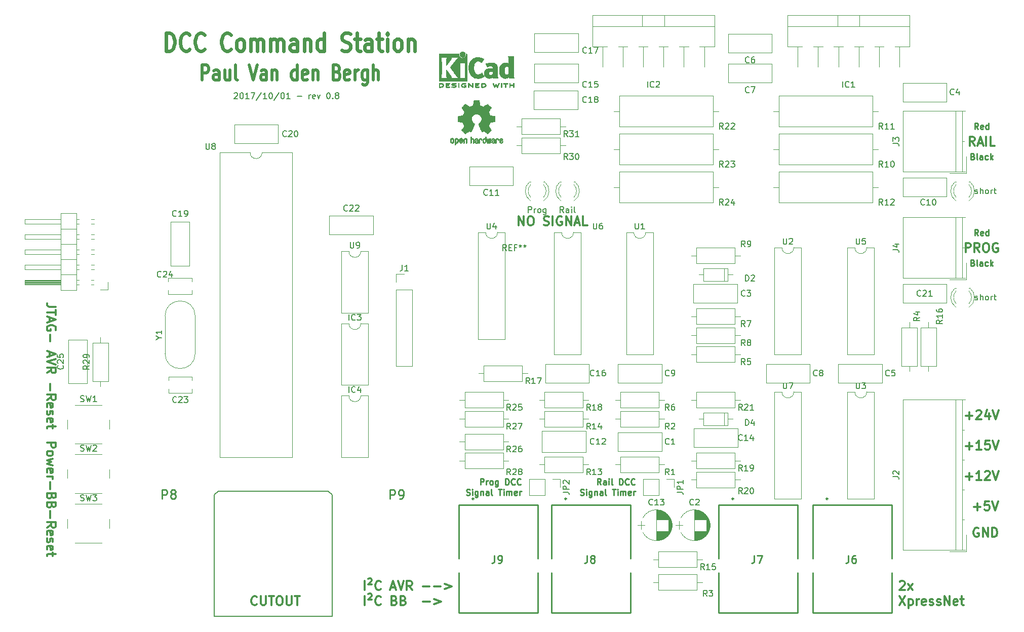
<source format=gto>
G04 #@! TF.FileFunction,Legend,Top*
%FSLAX46Y46*%
G04 Gerber Fmt 4.6, Leading zero omitted, Abs format (unit mm)*
G04 Created by KiCad (PCBNEW 4.0.7) date 10/02/17 10:04:21*
%MOMM*%
%LPD*%
G01*
G04 APERTURE LIST*
%ADD10C,0.100000*%
%ADD11C,0.250000*%
%ADD12C,0.300000*%
%ADD13C,0.200000*%
%ADD14C,0.150000*%
%ADD15C,0.500000*%
%ADD16C,0.625000*%
%ADD17C,0.120000*%
%ADD18C,0.254000*%
%ADD19C,0.010000*%
%ADD20C,0.220000*%
G04 APERTURE END LIST*
D10*
D11*
X160512857Y-124672381D02*
X160179523Y-124196190D01*
X159941428Y-124672381D02*
X159941428Y-123672381D01*
X160322381Y-123672381D01*
X160417619Y-123720000D01*
X160465238Y-123767619D01*
X160512857Y-123862857D01*
X160512857Y-124005714D01*
X160465238Y-124100952D01*
X160417619Y-124148571D01*
X160322381Y-124196190D01*
X159941428Y-124196190D01*
X161370000Y-124672381D02*
X161370000Y-124148571D01*
X161322381Y-124053333D01*
X161227143Y-124005714D01*
X161036666Y-124005714D01*
X160941428Y-124053333D01*
X161370000Y-124624762D02*
X161274762Y-124672381D01*
X161036666Y-124672381D01*
X160941428Y-124624762D01*
X160893809Y-124529524D01*
X160893809Y-124434286D01*
X160941428Y-124339048D01*
X161036666Y-124291429D01*
X161274762Y-124291429D01*
X161370000Y-124243810D01*
X161846190Y-124672381D02*
X161846190Y-124005714D01*
X161846190Y-123672381D02*
X161798571Y-123720000D01*
X161846190Y-123767619D01*
X161893809Y-123720000D01*
X161846190Y-123672381D01*
X161846190Y-123767619D01*
X162465237Y-124672381D02*
X162369999Y-124624762D01*
X162322380Y-124529524D01*
X162322380Y-123672381D01*
X163608095Y-124672381D02*
X163608095Y-123672381D01*
X163846190Y-123672381D01*
X163989048Y-123720000D01*
X164084286Y-123815238D01*
X164131905Y-123910476D01*
X164179524Y-124100952D01*
X164179524Y-124243810D01*
X164131905Y-124434286D01*
X164084286Y-124529524D01*
X163989048Y-124624762D01*
X163846190Y-124672381D01*
X163608095Y-124672381D01*
X165179524Y-124577143D02*
X165131905Y-124624762D01*
X164989048Y-124672381D01*
X164893810Y-124672381D01*
X164750952Y-124624762D01*
X164655714Y-124529524D01*
X164608095Y-124434286D01*
X164560476Y-124243810D01*
X164560476Y-124100952D01*
X164608095Y-123910476D01*
X164655714Y-123815238D01*
X164750952Y-123720000D01*
X164893810Y-123672381D01*
X164989048Y-123672381D01*
X165131905Y-123720000D01*
X165179524Y-123767619D01*
X166179524Y-124577143D02*
X166131905Y-124624762D01*
X165989048Y-124672381D01*
X165893810Y-124672381D01*
X165750952Y-124624762D01*
X165655714Y-124529524D01*
X165608095Y-124434286D01*
X165560476Y-124243810D01*
X165560476Y-124100952D01*
X165608095Y-123910476D01*
X165655714Y-123815238D01*
X165750952Y-123720000D01*
X165893810Y-123672381D01*
X165989048Y-123672381D01*
X166131905Y-123720000D01*
X166179524Y-123767619D01*
X157084285Y-126374762D02*
X157227142Y-126422381D01*
X157465238Y-126422381D01*
X157560476Y-126374762D01*
X157608095Y-126327143D01*
X157655714Y-126231905D01*
X157655714Y-126136667D01*
X157608095Y-126041429D01*
X157560476Y-125993810D01*
X157465238Y-125946190D01*
X157274761Y-125898571D01*
X157179523Y-125850952D01*
X157131904Y-125803333D01*
X157084285Y-125708095D01*
X157084285Y-125612857D01*
X157131904Y-125517619D01*
X157179523Y-125470000D01*
X157274761Y-125422381D01*
X157512857Y-125422381D01*
X157655714Y-125470000D01*
X158084285Y-126422381D02*
X158084285Y-125755714D01*
X158084285Y-125422381D02*
X158036666Y-125470000D01*
X158084285Y-125517619D01*
X158131904Y-125470000D01*
X158084285Y-125422381D01*
X158084285Y-125517619D01*
X158989047Y-125755714D02*
X158989047Y-126565238D01*
X158941428Y-126660476D01*
X158893809Y-126708095D01*
X158798570Y-126755714D01*
X158655713Y-126755714D01*
X158560475Y-126708095D01*
X158989047Y-126374762D02*
X158893809Y-126422381D01*
X158703332Y-126422381D01*
X158608094Y-126374762D01*
X158560475Y-126327143D01*
X158512856Y-126231905D01*
X158512856Y-125946190D01*
X158560475Y-125850952D01*
X158608094Y-125803333D01*
X158703332Y-125755714D01*
X158893809Y-125755714D01*
X158989047Y-125803333D01*
X159465237Y-125755714D02*
X159465237Y-126422381D01*
X159465237Y-125850952D02*
X159512856Y-125803333D01*
X159608094Y-125755714D01*
X159750952Y-125755714D01*
X159846190Y-125803333D01*
X159893809Y-125898571D01*
X159893809Y-126422381D01*
X160798571Y-126422381D02*
X160798571Y-125898571D01*
X160750952Y-125803333D01*
X160655714Y-125755714D01*
X160465237Y-125755714D01*
X160369999Y-125803333D01*
X160798571Y-126374762D02*
X160703333Y-126422381D01*
X160465237Y-126422381D01*
X160369999Y-126374762D01*
X160322380Y-126279524D01*
X160322380Y-126184286D01*
X160369999Y-126089048D01*
X160465237Y-126041429D01*
X160703333Y-126041429D01*
X160798571Y-125993810D01*
X161417618Y-126422381D02*
X161322380Y-126374762D01*
X161274761Y-126279524D01*
X161274761Y-125422381D01*
X162417619Y-125422381D02*
X162989048Y-125422381D01*
X162703333Y-126422381D02*
X162703333Y-125422381D01*
X163322381Y-126422381D02*
X163322381Y-125755714D01*
X163322381Y-125422381D02*
X163274762Y-125470000D01*
X163322381Y-125517619D01*
X163370000Y-125470000D01*
X163322381Y-125422381D01*
X163322381Y-125517619D01*
X163798571Y-126422381D02*
X163798571Y-125755714D01*
X163798571Y-125850952D02*
X163846190Y-125803333D01*
X163941428Y-125755714D01*
X164084286Y-125755714D01*
X164179524Y-125803333D01*
X164227143Y-125898571D01*
X164227143Y-126422381D01*
X164227143Y-125898571D02*
X164274762Y-125803333D01*
X164370000Y-125755714D01*
X164512857Y-125755714D01*
X164608095Y-125803333D01*
X164655714Y-125898571D01*
X164655714Y-126422381D01*
X165512857Y-126374762D02*
X165417619Y-126422381D01*
X165227142Y-126422381D01*
X165131904Y-126374762D01*
X165084285Y-126279524D01*
X165084285Y-125898571D01*
X165131904Y-125803333D01*
X165227142Y-125755714D01*
X165417619Y-125755714D01*
X165512857Y-125803333D01*
X165560476Y-125898571D01*
X165560476Y-125993810D01*
X165084285Y-126089048D01*
X165989047Y-126422381D02*
X165989047Y-125755714D01*
X165989047Y-125946190D02*
X166036666Y-125850952D01*
X166084285Y-125803333D01*
X166179523Y-125755714D01*
X166274762Y-125755714D01*
X140367618Y-124672381D02*
X140367618Y-123672381D01*
X140748571Y-123672381D01*
X140843809Y-123720000D01*
X140891428Y-123767619D01*
X140939047Y-123862857D01*
X140939047Y-124005714D01*
X140891428Y-124100952D01*
X140843809Y-124148571D01*
X140748571Y-124196190D01*
X140367618Y-124196190D01*
X141367618Y-124672381D02*
X141367618Y-124005714D01*
X141367618Y-124196190D02*
X141415237Y-124100952D01*
X141462856Y-124053333D01*
X141558094Y-124005714D01*
X141653333Y-124005714D01*
X142129523Y-124672381D02*
X142034285Y-124624762D01*
X141986666Y-124577143D01*
X141939047Y-124481905D01*
X141939047Y-124196190D01*
X141986666Y-124100952D01*
X142034285Y-124053333D01*
X142129523Y-124005714D01*
X142272381Y-124005714D01*
X142367619Y-124053333D01*
X142415238Y-124100952D01*
X142462857Y-124196190D01*
X142462857Y-124481905D01*
X142415238Y-124577143D01*
X142367619Y-124624762D01*
X142272381Y-124672381D01*
X142129523Y-124672381D01*
X143320000Y-124005714D02*
X143320000Y-124815238D01*
X143272381Y-124910476D01*
X143224762Y-124958095D01*
X143129523Y-125005714D01*
X142986666Y-125005714D01*
X142891428Y-124958095D01*
X143320000Y-124624762D02*
X143224762Y-124672381D01*
X143034285Y-124672381D01*
X142939047Y-124624762D01*
X142891428Y-124577143D01*
X142843809Y-124481905D01*
X142843809Y-124196190D01*
X142891428Y-124100952D01*
X142939047Y-124053333D01*
X143034285Y-124005714D01*
X143224762Y-124005714D01*
X143320000Y-124053333D01*
X144558095Y-124672381D02*
X144558095Y-123672381D01*
X144796190Y-123672381D01*
X144939048Y-123720000D01*
X145034286Y-123815238D01*
X145081905Y-123910476D01*
X145129524Y-124100952D01*
X145129524Y-124243810D01*
X145081905Y-124434286D01*
X145034286Y-124529524D01*
X144939048Y-124624762D01*
X144796190Y-124672381D01*
X144558095Y-124672381D01*
X146129524Y-124577143D02*
X146081905Y-124624762D01*
X145939048Y-124672381D01*
X145843810Y-124672381D01*
X145700952Y-124624762D01*
X145605714Y-124529524D01*
X145558095Y-124434286D01*
X145510476Y-124243810D01*
X145510476Y-124100952D01*
X145558095Y-123910476D01*
X145605714Y-123815238D01*
X145700952Y-123720000D01*
X145843810Y-123672381D01*
X145939048Y-123672381D01*
X146081905Y-123720000D01*
X146129524Y-123767619D01*
X147129524Y-124577143D02*
X147081905Y-124624762D01*
X146939048Y-124672381D01*
X146843810Y-124672381D01*
X146700952Y-124624762D01*
X146605714Y-124529524D01*
X146558095Y-124434286D01*
X146510476Y-124243810D01*
X146510476Y-124100952D01*
X146558095Y-123910476D01*
X146605714Y-123815238D01*
X146700952Y-123720000D01*
X146843810Y-123672381D01*
X146939048Y-123672381D01*
X147081905Y-123720000D01*
X147129524Y-123767619D01*
X138034285Y-126374762D02*
X138177142Y-126422381D01*
X138415238Y-126422381D01*
X138510476Y-126374762D01*
X138558095Y-126327143D01*
X138605714Y-126231905D01*
X138605714Y-126136667D01*
X138558095Y-126041429D01*
X138510476Y-125993810D01*
X138415238Y-125946190D01*
X138224761Y-125898571D01*
X138129523Y-125850952D01*
X138081904Y-125803333D01*
X138034285Y-125708095D01*
X138034285Y-125612857D01*
X138081904Y-125517619D01*
X138129523Y-125470000D01*
X138224761Y-125422381D01*
X138462857Y-125422381D01*
X138605714Y-125470000D01*
X139034285Y-126422381D02*
X139034285Y-125755714D01*
X139034285Y-125422381D02*
X138986666Y-125470000D01*
X139034285Y-125517619D01*
X139081904Y-125470000D01*
X139034285Y-125422381D01*
X139034285Y-125517619D01*
X139939047Y-125755714D02*
X139939047Y-126565238D01*
X139891428Y-126660476D01*
X139843809Y-126708095D01*
X139748570Y-126755714D01*
X139605713Y-126755714D01*
X139510475Y-126708095D01*
X139939047Y-126374762D02*
X139843809Y-126422381D01*
X139653332Y-126422381D01*
X139558094Y-126374762D01*
X139510475Y-126327143D01*
X139462856Y-126231905D01*
X139462856Y-125946190D01*
X139510475Y-125850952D01*
X139558094Y-125803333D01*
X139653332Y-125755714D01*
X139843809Y-125755714D01*
X139939047Y-125803333D01*
X140415237Y-125755714D02*
X140415237Y-126422381D01*
X140415237Y-125850952D02*
X140462856Y-125803333D01*
X140558094Y-125755714D01*
X140700952Y-125755714D01*
X140796190Y-125803333D01*
X140843809Y-125898571D01*
X140843809Y-126422381D01*
X141748571Y-126422381D02*
X141748571Y-125898571D01*
X141700952Y-125803333D01*
X141605714Y-125755714D01*
X141415237Y-125755714D01*
X141319999Y-125803333D01*
X141748571Y-126374762D02*
X141653333Y-126422381D01*
X141415237Y-126422381D01*
X141319999Y-126374762D01*
X141272380Y-126279524D01*
X141272380Y-126184286D01*
X141319999Y-126089048D01*
X141415237Y-126041429D01*
X141653333Y-126041429D01*
X141748571Y-125993810D01*
X142367618Y-126422381D02*
X142272380Y-126374762D01*
X142224761Y-126279524D01*
X142224761Y-125422381D01*
X143367619Y-125422381D02*
X143939048Y-125422381D01*
X143653333Y-126422381D02*
X143653333Y-125422381D01*
X144272381Y-126422381D02*
X144272381Y-125755714D01*
X144272381Y-125422381D02*
X144224762Y-125470000D01*
X144272381Y-125517619D01*
X144320000Y-125470000D01*
X144272381Y-125422381D01*
X144272381Y-125517619D01*
X144748571Y-126422381D02*
X144748571Y-125755714D01*
X144748571Y-125850952D02*
X144796190Y-125803333D01*
X144891428Y-125755714D01*
X145034286Y-125755714D01*
X145129524Y-125803333D01*
X145177143Y-125898571D01*
X145177143Y-126422381D01*
X145177143Y-125898571D02*
X145224762Y-125803333D01*
X145320000Y-125755714D01*
X145462857Y-125755714D01*
X145558095Y-125803333D01*
X145605714Y-125898571D01*
X145605714Y-126422381D01*
X146462857Y-126374762D02*
X146367619Y-126422381D01*
X146177142Y-126422381D01*
X146081904Y-126374762D01*
X146034285Y-126279524D01*
X146034285Y-125898571D01*
X146081904Y-125803333D01*
X146177142Y-125755714D01*
X146367619Y-125755714D01*
X146462857Y-125803333D01*
X146510476Y-125898571D01*
X146510476Y-125993810D01*
X146034285Y-126089048D01*
X146939047Y-126422381D02*
X146939047Y-125755714D01*
X146939047Y-125946190D02*
X146986666Y-125850952D01*
X147034285Y-125803333D01*
X147129523Y-125755714D01*
X147224762Y-125755714D01*
D12*
X121007143Y-142278571D02*
X121007143Y-140778571D01*
X121650000Y-140421429D02*
X121792857Y-140350000D01*
X122007143Y-140350000D01*
X122150000Y-140421429D01*
X122221429Y-140564286D01*
X122221429Y-140707143D01*
X122150000Y-140850000D01*
X121650000Y-141350000D01*
X122221429Y-141350000D01*
X123721429Y-142135714D02*
X123650000Y-142207143D01*
X123435714Y-142278571D01*
X123292857Y-142278571D01*
X123078572Y-142207143D01*
X122935714Y-142064286D01*
X122864286Y-141921429D01*
X122792857Y-141635714D01*
X122792857Y-141421429D01*
X122864286Y-141135714D01*
X122935714Y-140992857D01*
X123078572Y-140850000D01*
X123292857Y-140778571D01*
X123435714Y-140778571D01*
X123650000Y-140850000D01*
X123721429Y-140921429D01*
X125435714Y-141850000D02*
X126150000Y-141850000D01*
X125292857Y-142278571D02*
X125792857Y-140778571D01*
X126292857Y-142278571D01*
X126578571Y-140778571D02*
X127078571Y-142278571D01*
X127578571Y-140778571D01*
X128935714Y-142278571D02*
X128435714Y-141564286D01*
X128078571Y-142278571D02*
X128078571Y-140778571D01*
X128649999Y-140778571D01*
X128792857Y-140850000D01*
X128864285Y-140921429D01*
X128935714Y-141064286D01*
X128935714Y-141278571D01*
X128864285Y-141421429D01*
X128792857Y-141492857D01*
X128649999Y-141564286D01*
X128078571Y-141564286D01*
X130721428Y-141707143D02*
X131864285Y-141707143D01*
X132578571Y-141707143D02*
X133721428Y-141707143D01*
X134435714Y-141278571D02*
X135578571Y-141707143D01*
X134435714Y-142135714D01*
X121007143Y-144828571D02*
X121007143Y-143328571D01*
X121650000Y-142971429D02*
X121792857Y-142900000D01*
X122007143Y-142900000D01*
X122150000Y-142971429D01*
X122221429Y-143114286D01*
X122221429Y-143257143D01*
X122150000Y-143400000D01*
X121650000Y-143900000D01*
X122221429Y-143900000D01*
X123721429Y-144685714D02*
X123650000Y-144757143D01*
X123435714Y-144828571D01*
X123292857Y-144828571D01*
X123078572Y-144757143D01*
X122935714Y-144614286D01*
X122864286Y-144471429D01*
X122792857Y-144185714D01*
X122792857Y-143971429D01*
X122864286Y-143685714D01*
X122935714Y-143542857D01*
X123078572Y-143400000D01*
X123292857Y-143328571D01*
X123435714Y-143328571D01*
X123650000Y-143400000D01*
X123721429Y-143471429D01*
X126007143Y-144042857D02*
X126221429Y-144114286D01*
X126292857Y-144185714D01*
X126364286Y-144328571D01*
X126364286Y-144542857D01*
X126292857Y-144685714D01*
X126221429Y-144757143D01*
X126078571Y-144828571D01*
X125507143Y-144828571D01*
X125507143Y-143328571D01*
X126007143Y-143328571D01*
X126150000Y-143400000D01*
X126221429Y-143471429D01*
X126292857Y-143614286D01*
X126292857Y-143757143D01*
X126221429Y-143900000D01*
X126150000Y-143971429D01*
X126007143Y-144042857D01*
X125507143Y-144042857D01*
X127507143Y-144042857D02*
X127721429Y-144114286D01*
X127792857Y-144185714D01*
X127864286Y-144328571D01*
X127864286Y-144542857D01*
X127792857Y-144685714D01*
X127721429Y-144757143D01*
X127578571Y-144828571D01*
X127007143Y-144828571D01*
X127007143Y-143328571D01*
X127507143Y-143328571D01*
X127650000Y-143400000D01*
X127721429Y-143471429D01*
X127792857Y-143614286D01*
X127792857Y-143757143D01*
X127721429Y-143900000D01*
X127650000Y-143971429D01*
X127507143Y-144042857D01*
X127007143Y-144042857D01*
X130792857Y-144257143D02*
X131935714Y-144257143D01*
X132650000Y-143828571D02*
X133792857Y-144257143D01*
X132650000Y-144685714D01*
X210470714Y-140921429D02*
X210542143Y-140850000D01*
X210685000Y-140778571D01*
X211042143Y-140778571D01*
X211185000Y-140850000D01*
X211256429Y-140921429D01*
X211327857Y-141064286D01*
X211327857Y-141207143D01*
X211256429Y-141421429D01*
X210399286Y-142278571D01*
X211327857Y-142278571D01*
X211827857Y-142278571D02*
X212613571Y-141278571D01*
X211827857Y-141278571D02*
X212613571Y-142278571D01*
X210399286Y-143328571D02*
X211399286Y-144828571D01*
X211399286Y-143328571D02*
X210399286Y-144828571D01*
X211970714Y-143828571D02*
X211970714Y-145328571D01*
X211970714Y-143900000D02*
X212113571Y-143828571D01*
X212399285Y-143828571D01*
X212542142Y-143900000D01*
X212613571Y-143971429D01*
X212685000Y-144114286D01*
X212685000Y-144542857D01*
X212613571Y-144685714D01*
X212542142Y-144757143D01*
X212399285Y-144828571D01*
X212113571Y-144828571D01*
X211970714Y-144757143D01*
X213327857Y-144828571D02*
X213327857Y-143828571D01*
X213327857Y-144114286D02*
X213399285Y-143971429D01*
X213470714Y-143900000D01*
X213613571Y-143828571D01*
X213756428Y-143828571D01*
X214827856Y-144757143D02*
X214684999Y-144828571D01*
X214399285Y-144828571D01*
X214256428Y-144757143D01*
X214184999Y-144614286D01*
X214184999Y-144042857D01*
X214256428Y-143900000D01*
X214399285Y-143828571D01*
X214684999Y-143828571D01*
X214827856Y-143900000D01*
X214899285Y-144042857D01*
X214899285Y-144185714D01*
X214184999Y-144328571D01*
X215470713Y-144757143D02*
X215613570Y-144828571D01*
X215899285Y-144828571D01*
X216042142Y-144757143D01*
X216113570Y-144614286D01*
X216113570Y-144542857D01*
X216042142Y-144400000D01*
X215899285Y-144328571D01*
X215684999Y-144328571D01*
X215542142Y-144257143D01*
X215470713Y-144114286D01*
X215470713Y-144042857D01*
X215542142Y-143900000D01*
X215684999Y-143828571D01*
X215899285Y-143828571D01*
X216042142Y-143900000D01*
X216684999Y-144757143D02*
X216827856Y-144828571D01*
X217113571Y-144828571D01*
X217256428Y-144757143D01*
X217327856Y-144614286D01*
X217327856Y-144542857D01*
X217256428Y-144400000D01*
X217113571Y-144328571D01*
X216899285Y-144328571D01*
X216756428Y-144257143D01*
X216684999Y-144114286D01*
X216684999Y-144042857D01*
X216756428Y-143900000D01*
X216899285Y-143828571D01*
X217113571Y-143828571D01*
X217256428Y-143900000D01*
X217970714Y-144828571D02*
X217970714Y-143328571D01*
X218827857Y-144828571D01*
X218827857Y-143328571D01*
X220113571Y-144757143D02*
X219970714Y-144828571D01*
X219685000Y-144828571D01*
X219542143Y-144757143D01*
X219470714Y-144614286D01*
X219470714Y-144042857D01*
X219542143Y-143900000D01*
X219685000Y-143828571D01*
X219970714Y-143828571D01*
X220113571Y-143900000D01*
X220185000Y-144042857D01*
X220185000Y-144185714D01*
X219470714Y-144328571D01*
X220613571Y-143828571D02*
X221185000Y-143828571D01*
X220827857Y-143328571D02*
X220827857Y-144614286D01*
X220899285Y-144757143D01*
X221042143Y-144828571D01*
X221185000Y-144828571D01*
X223647143Y-131965000D02*
X223504286Y-131893571D01*
X223290000Y-131893571D01*
X223075715Y-131965000D01*
X222932857Y-132107857D01*
X222861429Y-132250714D01*
X222790000Y-132536429D01*
X222790000Y-132750714D01*
X222861429Y-133036429D01*
X222932857Y-133179286D01*
X223075715Y-133322143D01*
X223290000Y-133393571D01*
X223432857Y-133393571D01*
X223647143Y-133322143D01*
X223718572Y-133250714D01*
X223718572Y-132750714D01*
X223432857Y-132750714D01*
X224361429Y-133393571D02*
X224361429Y-131893571D01*
X225218572Y-133393571D01*
X225218572Y-131893571D01*
X225932858Y-133393571D02*
X225932858Y-131893571D01*
X226290001Y-131893571D01*
X226504286Y-131965000D01*
X226647144Y-132107857D01*
X226718572Y-132250714D01*
X226790001Y-132536429D01*
X226790001Y-132750714D01*
X226718572Y-133036429D01*
X226647144Y-133179286D01*
X226504286Y-133322143D01*
X226290001Y-133393571D01*
X225932858Y-133393571D01*
X222861429Y-128377143D02*
X224004286Y-128377143D01*
X223432857Y-128948571D02*
X223432857Y-127805714D01*
X225432858Y-127448571D02*
X224718572Y-127448571D01*
X224647143Y-128162857D01*
X224718572Y-128091429D01*
X224861429Y-128020000D01*
X225218572Y-128020000D01*
X225361429Y-128091429D01*
X225432858Y-128162857D01*
X225504286Y-128305714D01*
X225504286Y-128662857D01*
X225432858Y-128805714D01*
X225361429Y-128877143D01*
X225218572Y-128948571D01*
X224861429Y-128948571D01*
X224718572Y-128877143D01*
X224647143Y-128805714D01*
X225932857Y-127448571D02*
X226432857Y-128948571D01*
X226932857Y-127448571D01*
X221512144Y-123297143D02*
X222655001Y-123297143D01*
X222083572Y-123868571D02*
X222083572Y-122725714D01*
X224155001Y-123868571D02*
X223297858Y-123868571D01*
X223726430Y-123868571D02*
X223726430Y-122368571D01*
X223583573Y-122582857D01*
X223440715Y-122725714D01*
X223297858Y-122797143D01*
X224726429Y-122511429D02*
X224797858Y-122440000D01*
X224940715Y-122368571D01*
X225297858Y-122368571D01*
X225440715Y-122440000D01*
X225512144Y-122511429D01*
X225583572Y-122654286D01*
X225583572Y-122797143D01*
X225512144Y-123011429D01*
X224655001Y-123868571D01*
X225583572Y-123868571D01*
X226012143Y-122368571D02*
X226512143Y-123868571D01*
X227012143Y-122368571D01*
X221512144Y-118217143D02*
X222655001Y-118217143D01*
X222083572Y-118788571D02*
X222083572Y-117645714D01*
X224155001Y-118788571D02*
X223297858Y-118788571D01*
X223726430Y-118788571D02*
X223726430Y-117288571D01*
X223583573Y-117502857D01*
X223440715Y-117645714D01*
X223297858Y-117717143D01*
X225512144Y-117288571D02*
X224797858Y-117288571D01*
X224726429Y-118002857D01*
X224797858Y-117931429D01*
X224940715Y-117860000D01*
X225297858Y-117860000D01*
X225440715Y-117931429D01*
X225512144Y-118002857D01*
X225583572Y-118145714D01*
X225583572Y-118502857D01*
X225512144Y-118645714D01*
X225440715Y-118717143D01*
X225297858Y-118788571D01*
X224940715Y-118788571D01*
X224797858Y-118717143D01*
X224726429Y-118645714D01*
X226012143Y-117288571D02*
X226512143Y-118788571D01*
X227012143Y-117288571D01*
X221512144Y-113137143D02*
X222655001Y-113137143D01*
X222083572Y-113708571D02*
X222083572Y-112565714D01*
X223297858Y-112351429D02*
X223369287Y-112280000D01*
X223512144Y-112208571D01*
X223869287Y-112208571D01*
X224012144Y-112280000D01*
X224083573Y-112351429D01*
X224155001Y-112494286D01*
X224155001Y-112637143D01*
X224083573Y-112851429D01*
X223226430Y-113708571D01*
X224155001Y-113708571D01*
X225440715Y-112708571D02*
X225440715Y-113708571D01*
X225083572Y-112137143D02*
X224726429Y-113208571D01*
X225655001Y-113208571D01*
X226012143Y-112208571D02*
X226512143Y-113708571D01*
X227012143Y-112208571D01*
D11*
X222678810Y-87558571D02*
X222821667Y-87606190D01*
X222869286Y-87653810D01*
X222916905Y-87749048D01*
X222916905Y-87891905D01*
X222869286Y-87987143D01*
X222821667Y-88034762D01*
X222726429Y-88082381D01*
X222345476Y-88082381D01*
X222345476Y-87082381D01*
X222678810Y-87082381D01*
X222774048Y-87130000D01*
X222821667Y-87177619D01*
X222869286Y-87272857D01*
X222869286Y-87368095D01*
X222821667Y-87463333D01*
X222774048Y-87510952D01*
X222678810Y-87558571D01*
X222345476Y-87558571D01*
X223488333Y-88082381D02*
X223393095Y-88034762D01*
X223345476Y-87939524D01*
X223345476Y-87082381D01*
X224297858Y-88082381D02*
X224297858Y-87558571D01*
X224250239Y-87463333D01*
X224155001Y-87415714D01*
X223964524Y-87415714D01*
X223869286Y-87463333D01*
X224297858Y-88034762D02*
X224202620Y-88082381D01*
X223964524Y-88082381D01*
X223869286Y-88034762D01*
X223821667Y-87939524D01*
X223821667Y-87844286D01*
X223869286Y-87749048D01*
X223964524Y-87701429D01*
X224202620Y-87701429D01*
X224297858Y-87653810D01*
X225202620Y-88034762D02*
X225107382Y-88082381D01*
X224916905Y-88082381D01*
X224821667Y-88034762D01*
X224774048Y-87987143D01*
X224726429Y-87891905D01*
X224726429Y-87606190D01*
X224774048Y-87510952D01*
X224821667Y-87463333D01*
X224916905Y-87415714D01*
X225107382Y-87415714D01*
X225202620Y-87463333D01*
X225631191Y-88082381D02*
X225631191Y-87082381D01*
X225726429Y-87701429D02*
X226012144Y-88082381D01*
X226012144Y-87415714D02*
X225631191Y-87796667D01*
X223583572Y-83002381D02*
X223250238Y-82526190D01*
X223012143Y-83002381D02*
X223012143Y-82002381D01*
X223393096Y-82002381D01*
X223488334Y-82050000D01*
X223535953Y-82097619D01*
X223583572Y-82192857D01*
X223583572Y-82335714D01*
X223535953Y-82430952D01*
X223488334Y-82478571D01*
X223393096Y-82526190D01*
X223012143Y-82526190D01*
X224393096Y-82954762D02*
X224297858Y-83002381D01*
X224107381Y-83002381D01*
X224012143Y-82954762D01*
X223964524Y-82859524D01*
X223964524Y-82478571D01*
X224012143Y-82383333D01*
X224107381Y-82335714D01*
X224297858Y-82335714D01*
X224393096Y-82383333D01*
X224440715Y-82478571D01*
X224440715Y-82573810D01*
X223964524Y-82669048D01*
X225297858Y-83002381D02*
X225297858Y-82002381D01*
X225297858Y-82954762D02*
X225202620Y-83002381D01*
X225012143Y-83002381D01*
X224916905Y-82954762D01*
X224869286Y-82907143D01*
X224821667Y-82811905D01*
X224821667Y-82526190D01*
X224869286Y-82430952D01*
X224916905Y-82383333D01*
X225012143Y-82335714D01*
X225202620Y-82335714D01*
X225297858Y-82383333D01*
D12*
X221476429Y-85768571D02*
X221476429Y-84268571D01*
X222047857Y-84268571D01*
X222190715Y-84340000D01*
X222262143Y-84411429D01*
X222333572Y-84554286D01*
X222333572Y-84768571D01*
X222262143Y-84911429D01*
X222190715Y-84982857D01*
X222047857Y-85054286D01*
X221476429Y-85054286D01*
X223833572Y-85768571D02*
X223333572Y-85054286D01*
X222976429Y-85768571D02*
X222976429Y-84268571D01*
X223547857Y-84268571D01*
X223690715Y-84340000D01*
X223762143Y-84411429D01*
X223833572Y-84554286D01*
X223833572Y-84768571D01*
X223762143Y-84911429D01*
X223690715Y-84982857D01*
X223547857Y-85054286D01*
X222976429Y-85054286D01*
X224762143Y-84268571D02*
X225047857Y-84268571D01*
X225190715Y-84340000D01*
X225333572Y-84482857D01*
X225405000Y-84768571D01*
X225405000Y-85268571D01*
X225333572Y-85554286D01*
X225190715Y-85697143D01*
X225047857Y-85768571D01*
X224762143Y-85768571D01*
X224619286Y-85697143D01*
X224476429Y-85554286D01*
X224405000Y-85268571D01*
X224405000Y-84768571D01*
X224476429Y-84482857D01*
X224619286Y-84340000D01*
X224762143Y-84268571D01*
X226833572Y-84340000D02*
X226690715Y-84268571D01*
X226476429Y-84268571D01*
X226262144Y-84340000D01*
X226119286Y-84482857D01*
X226047858Y-84625714D01*
X225976429Y-84911429D01*
X225976429Y-85125714D01*
X226047858Y-85411429D01*
X226119286Y-85554286D01*
X226262144Y-85697143D01*
X226476429Y-85768571D01*
X226619286Y-85768571D01*
X226833572Y-85697143D01*
X226905001Y-85625714D01*
X226905001Y-85125714D01*
X226619286Y-85125714D01*
D11*
X222678810Y-69778571D02*
X222821667Y-69826190D01*
X222869286Y-69873810D01*
X222916905Y-69969048D01*
X222916905Y-70111905D01*
X222869286Y-70207143D01*
X222821667Y-70254762D01*
X222726429Y-70302381D01*
X222345476Y-70302381D01*
X222345476Y-69302381D01*
X222678810Y-69302381D01*
X222774048Y-69350000D01*
X222821667Y-69397619D01*
X222869286Y-69492857D01*
X222869286Y-69588095D01*
X222821667Y-69683333D01*
X222774048Y-69730952D01*
X222678810Y-69778571D01*
X222345476Y-69778571D01*
X223488333Y-70302381D02*
X223393095Y-70254762D01*
X223345476Y-70159524D01*
X223345476Y-69302381D01*
X224297858Y-70302381D02*
X224297858Y-69778571D01*
X224250239Y-69683333D01*
X224155001Y-69635714D01*
X223964524Y-69635714D01*
X223869286Y-69683333D01*
X224297858Y-70254762D02*
X224202620Y-70302381D01*
X223964524Y-70302381D01*
X223869286Y-70254762D01*
X223821667Y-70159524D01*
X223821667Y-70064286D01*
X223869286Y-69969048D01*
X223964524Y-69921429D01*
X224202620Y-69921429D01*
X224297858Y-69873810D01*
X225202620Y-70254762D02*
X225107382Y-70302381D01*
X224916905Y-70302381D01*
X224821667Y-70254762D01*
X224774048Y-70207143D01*
X224726429Y-70111905D01*
X224726429Y-69826190D01*
X224774048Y-69730952D01*
X224821667Y-69683333D01*
X224916905Y-69635714D01*
X225107382Y-69635714D01*
X225202620Y-69683333D01*
X225631191Y-70302381D02*
X225631191Y-69302381D01*
X225726429Y-69921429D02*
X226012144Y-70302381D01*
X226012144Y-69635714D02*
X225631191Y-70016667D01*
X223583572Y-65222381D02*
X223250238Y-64746190D01*
X223012143Y-65222381D02*
X223012143Y-64222381D01*
X223393096Y-64222381D01*
X223488334Y-64270000D01*
X223535953Y-64317619D01*
X223583572Y-64412857D01*
X223583572Y-64555714D01*
X223535953Y-64650952D01*
X223488334Y-64698571D01*
X223393096Y-64746190D01*
X223012143Y-64746190D01*
X224393096Y-65174762D02*
X224297858Y-65222381D01*
X224107381Y-65222381D01*
X224012143Y-65174762D01*
X223964524Y-65079524D01*
X223964524Y-64698571D01*
X224012143Y-64603333D01*
X224107381Y-64555714D01*
X224297858Y-64555714D01*
X224393096Y-64603333D01*
X224440715Y-64698571D01*
X224440715Y-64793810D01*
X223964524Y-64889048D01*
X225297858Y-65222381D02*
X225297858Y-64222381D01*
X225297858Y-65174762D02*
X225202620Y-65222381D01*
X225012143Y-65222381D01*
X224916905Y-65174762D01*
X224869286Y-65127143D01*
X224821667Y-65031905D01*
X224821667Y-64746190D01*
X224869286Y-64650952D01*
X224916905Y-64603333D01*
X225012143Y-64555714D01*
X225202620Y-64555714D01*
X225297858Y-64603333D01*
D12*
X223012143Y-67988571D02*
X222512143Y-67274286D01*
X222155000Y-67988571D02*
X222155000Y-66488571D01*
X222726428Y-66488571D01*
X222869286Y-66560000D01*
X222940714Y-66631429D01*
X223012143Y-66774286D01*
X223012143Y-66988571D01*
X222940714Y-67131429D01*
X222869286Y-67202857D01*
X222726428Y-67274286D01*
X222155000Y-67274286D01*
X223583571Y-67560000D02*
X224297857Y-67560000D01*
X223440714Y-67988571D02*
X223940714Y-66488571D01*
X224440714Y-67988571D01*
X224940714Y-67988571D02*
X224940714Y-66488571D01*
X226369286Y-67988571D02*
X225655000Y-67988571D01*
X225655000Y-66488571D01*
X146757143Y-81323571D02*
X146757143Y-79823571D01*
X147614286Y-81323571D01*
X147614286Y-79823571D01*
X148614286Y-79823571D02*
X148900000Y-79823571D01*
X149042858Y-79895000D01*
X149185715Y-80037857D01*
X149257143Y-80323571D01*
X149257143Y-80823571D01*
X149185715Y-81109286D01*
X149042858Y-81252143D01*
X148900000Y-81323571D01*
X148614286Y-81323571D01*
X148471429Y-81252143D01*
X148328572Y-81109286D01*
X148257143Y-80823571D01*
X148257143Y-80323571D01*
X148328572Y-80037857D01*
X148471429Y-79895000D01*
X148614286Y-79823571D01*
X150971429Y-81252143D02*
X151185715Y-81323571D01*
X151542858Y-81323571D01*
X151685715Y-81252143D01*
X151757144Y-81180714D01*
X151828572Y-81037857D01*
X151828572Y-80895000D01*
X151757144Y-80752143D01*
X151685715Y-80680714D01*
X151542858Y-80609286D01*
X151257144Y-80537857D01*
X151114286Y-80466429D01*
X151042858Y-80395000D01*
X150971429Y-80252143D01*
X150971429Y-80109286D01*
X151042858Y-79966429D01*
X151114286Y-79895000D01*
X151257144Y-79823571D01*
X151614286Y-79823571D01*
X151828572Y-79895000D01*
X152471429Y-81323571D02*
X152471429Y-79823571D01*
X153971429Y-79895000D02*
X153828572Y-79823571D01*
X153614286Y-79823571D01*
X153400001Y-79895000D01*
X153257143Y-80037857D01*
X153185715Y-80180714D01*
X153114286Y-80466429D01*
X153114286Y-80680714D01*
X153185715Y-80966429D01*
X153257143Y-81109286D01*
X153400001Y-81252143D01*
X153614286Y-81323571D01*
X153757143Y-81323571D01*
X153971429Y-81252143D01*
X154042858Y-81180714D01*
X154042858Y-80680714D01*
X153757143Y-80680714D01*
X154685715Y-81323571D02*
X154685715Y-79823571D01*
X155542858Y-81323571D01*
X155542858Y-79823571D01*
X156185715Y-80895000D02*
X156900001Y-80895000D01*
X156042858Y-81323571D02*
X156542858Y-79823571D01*
X157042858Y-81323571D01*
X158257144Y-81323571D02*
X157542858Y-81323571D01*
X157542858Y-79823571D01*
X103009286Y-144680714D02*
X102937857Y-144752143D01*
X102723571Y-144823571D01*
X102580714Y-144823571D01*
X102366429Y-144752143D01*
X102223571Y-144609286D01*
X102152143Y-144466429D01*
X102080714Y-144180714D01*
X102080714Y-143966429D01*
X102152143Y-143680714D01*
X102223571Y-143537857D01*
X102366429Y-143395000D01*
X102580714Y-143323571D01*
X102723571Y-143323571D01*
X102937857Y-143395000D01*
X103009286Y-143466429D01*
X103652143Y-143323571D02*
X103652143Y-144537857D01*
X103723571Y-144680714D01*
X103795000Y-144752143D01*
X103937857Y-144823571D01*
X104223571Y-144823571D01*
X104366429Y-144752143D01*
X104437857Y-144680714D01*
X104509286Y-144537857D01*
X104509286Y-143323571D01*
X105009286Y-143323571D02*
X105866429Y-143323571D01*
X105437858Y-144823571D02*
X105437858Y-143323571D01*
X106652143Y-143323571D02*
X106937857Y-143323571D01*
X107080715Y-143395000D01*
X107223572Y-143537857D01*
X107295000Y-143823571D01*
X107295000Y-144323571D01*
X107223572Y-144609286D01*
X107080715Y-144752143D01*
X106937857Y-144823571D01*
X106652143Y-144823571D01*
X106509286Y-144752143D01*
X106366429Y-144609286D01*
X106295000Y-144323571D01*
X106295000Y-143823571D01*
X106366429Y-143537857D01*
X106509286Y-143395000D01*
X106652143Y-143323571D01*
X107937858Y-143323571D02*
X107937858Y-144537857D01*
X108009286Y-144680714D01*
X108080715Y-144752143D01*
X108223572Y-144823571D01*
X108509286Y-144823571D01*
X108652144Y-144752143D01*
X108723572Y-144680714D01*
X108795001Y-144537857D01*
X108795001Y-143323571D01*
X109295001Y-143323571D02*
X110152144Y-143323571D01*
X109723573Y-144823571D02*
X109723573Y-143323571D01*
D13*
X96520000Y-125730000D02*
X97155000Y-125730000D01*
X95885000Y-126365000D02*
X96520000Y-125730000D01*
X95885000Y-146685000D02*
X95885000Y-126365000D01*
X115570000Y-146685000D02*
X95885000Y-146685000D01*
X115570000Y-126365000D02*
X115570000Y-146685000D01*
X114935000Y-125730000D02*
X115570000Y-126365000D01*
X114300000Y-125730000D02*
X114935000Y-125730000D01*
X97155000Y-125730000D02*
X114300000Y-125730000D01*
D12*
X67901429Y-117607143D02*
X69401429Y-117607143D01*
X69401429Y-118178571D01*
X69330000Y-118321429D01*
X69258571Y-118392857D01*
X69115714Y-118464286D01*
X68901429Y-118464286D01*
X68758571Y-118392857D01*
X68687143Y-118321429D01*
X68615714Y-118178571D01*
X68615714Y-117607143D01*
X67901429Y-119321429D02*
X67972857Y-119178571D01*
X68044286Y-119107143D01*
X68187143Y-119035714D01*
X68615714Y-119035714D01*
X68758571Y-119107143D01*
X68830000Y-119178571D01*
X68901429Y-119321429D01*
X68901429Y-119535714D01*
X68830000Y-119678571D01*
X68758571Y-119750000D01*
X68615714Y-119821429D01*
X68187143Y-119821429D01*
X68044286Y-119750000D01*
X67972857Y-119678571D01*
X67901429Y-119535714D01*
X67901429Y-119321429D01*
X68901429Y-120321429D02*
X67901429Y-120607143D01*
X68615714Y-120892857D01*
X67901429Y-121178572D01*
X68901429Y-121464286D01*
X67972857Y-122607143D02*
X67901429Y-122464286D01*
X67901429Y-122178572D01*
X67972857Y-122035715D01*
X68115714Y-121964286D01*
X68687143Y-121964286D01*
X68830000Y-122035715D01*
X68901429Y-122178572D01*
X68901429Y-122464286D01*
X68830000Y-122607143D01*
X68687143Y-122678572D01*
X68544286Y-122678572D01*
X68401429Y-121964286D01*
X67901429Y-123321429D02*
X68901429Y-123321429D01*
X68615714Y-123321429D02*
X68758571Y-123392857D01*
X68830000Y-123464286D01*
X68901429Y-123607143D01*
X68901429Y-123750000D01*
X68472857Y-124250000D02*
X68472857Y-125392857D01*
X68687143Y-126607143D02*
X68615714Y-126821429D01*
X68544286Y-126892857D01*
X68401429Y-126964286D01*
X68187143Y-126964286D01*
X68044286Y-126892857D01*
X67972857Y-126821429D01*
X67901429Y-126678571D01*
X67901429Y-126107143D01*
X69401429Y-126107143D01*
X69401429Y-126607143D01*
X69330000Y-126750000D01*
X69258571Y-126821429D01*
X69115714Y-126892857D01*
X68972857Y-126892857D01*
X68830000Y-126821429D01*
X68758571Y-126750000D01*
X68687143Y-126607143D01*
X68687143Y-126107143D01*
X68687143Y-128107143D02*
X68615714Y-128321429D01*
X68544286Y-128392857D01*
X68401429Y-128464286D01*
X68187143Y-128464286D01*
X68044286Y-128392857D01*
X67972857Y-128321429D01*
X67901429Y-128178571D01*
X67901429Y-127607143D01*
X69401429Y-127607143D01*
X69401429Y-128107143D01*
X69330000Y-128250000D01*
X69258571Y-128321429D01*
X69115714Y-128392857D01*
X68972857Y-128392857D01*
X68830000Y-128321429D01*
X68758571Y-128250000D01*
X68687143Y-128107143D01*
X68687143Y-127607143D01*
X68472857Y-129107143D02*
X68472857Y-130250000D01*
X67901429Y-131821429D02*
X68615714Y-131321429D01*
X67901429Y-130964286D02*
X69401429Y-130964286D01*
X69401429Y-131535714D01*
X69330000Y-131678572D01*
X69258571Y-131750000D01*
X69115714Y-131821429D01*
X68901429Y-131821429D01*
X68758571Y-131750000D01*
X68687143Y-131678572D01*
X68615714Y-131535714D01*
X68615714Y-130964286D01*
X67972857Y-133035714D02*
X67901429Y-132892857D01*
X67901429Y-132607143D01*
X67972857Y-132464286D01*
X68115714Y-132392857D01*
X68687143Y-132392857D01*
X68830000Y-132464286D01*
X68901429Y-132607143D01*
X68901429Y-132892857D01*
X68830000Y-133035714D01*
X68687143Y-133107143D01*
X68544286Y-133107143D01*
X68401429Y-132392857D01*
X67972857Y-133678571D02*
X67901429Y-133821428D01*
X67901429Y-134107143D01*
X67972857Y-134250000D01*
X68115714Y-134321428D01*
X68187143Y-134321428D01*
X68330000Y-134250000D01*
X68401429Y-134107143D01*
X68401429Y-133892857D01*
X68472857Y-133750000D01*
X68615714Y-133678571D01*
X68687143Y-133678571D01*
X68830000Y-133750000D01*
X68901429Y-133892857D01*
X68901429Y-134107143D01*
X68830000Y-134250000D01*
X67972857Y-135535714D02*
X67901429Y-135392857D01*
X67901429Y-135107143D01*
X67972857Y-134964286D01*
X68115714Y-134892857D01*
X68687143Y-134892857D01*
X68830000Y-134964286D01*
X68901429Y-135107143D01*
X68901429Y-135392857D01*
X68830000Y-135535714D01*
X68687143Y-135607143D01*
X68544286Y-135607143D01*
X68401429Y-134892857D01*
X68901429Y-136035714D02*
X68901429Y-136607143D01*
X69401429Y-136250000D02*
X68115714Y-136250000D01*
X67972857Y-136321428D01*
X67901429Y-136464286D01*
X67901429Y-136607143D01*
X69401429Y-94917858D02*
X68330000Y-94917858D01*
X68115714Y-94846430D01*
X67972857Y-94703573D01*
X67901429Y-94489287D01*
X67901429Y-94346430D01*
X69401429Y-95417858D02*
X69401429Y-96275001D01*
X67901429Y-95846430D02*
X69401429Y-95846430D01*
X68330000Y-96703572D02*
X68330000Y-97417858D01*
X67901429Y-96560715D02*
X69401429Y-97060715D01*
X67901429Y-97560715D01*
X69330000Y-98846429D02*
X69401429Y-98703572D01*
X69401429Y-98489286D01*
X69330000Y-98275001D01*
X69187143Y-98132143D01*
X69044286Y-98060715D01*
X68758571Y-97989286D01*
X68544286Y-97989286D01*
X68258571Y-98060715D01*
X68115714Y-98132143D01*
X67972857Y-98275001D01*
X67901429Y-98489286D01*
X67901429Y-98632143D01*
X67972857Y-98846429D01*
X68044286Y-98917858D01*
X68544286Y-98917858D01*
X68544286Y-98632143D01*
X68472857Y-99560715D02*
X68472857Y-100703572D01*
X68330000Y-102489286D02*
X68330000Y-103203572D01*
X67901429Y-102346429D02*
X69401429Y-102846429D01*
X67901429Y-103346429D01*
X69401429Y-103632143D02*
X67901429Y-104132143D01*
X69401429Y-104632143D01*
X67901429Y-105989286D02*
X68615714Y-105489286D01*
X67901429Y-105132143D02*
X69401429Y-105132143D01*
X69401429Y-105703571D01*
X69330000Y-105846429D01*
X69258571Y-105917857D01*
X69115714Y-105989286D01*
X68901429Y-105989286D01*
X68758571Y-105917857D01*
X68687143Y-105846429D01*
X68615714Y-105703571D01*
X68615714Y-105132143D01*
X68472857Y-107775000D02*
X68472857Y-108917857D01*
X67901429Y-110489286D02*
X68615714Y-109989286D01*
X67901429Y-109632143D02*
X69401429Y-109632143D01*
X69401429Y-110203571D01*
X69330000Y-110346429D01*
X69258571Y-110417857D01*
X69115714Y-110489286D01*
X68901429Y-110489286D01*
X68758571Y-110417857D01*
X68687143Y-110346429D01*
X68615714Y-110203571D01*
X68615714Y-109632143D01*
X67972857Y-111703571D02*
X67901429Y-111560714D01*
X67901429Y-111275000D01*
X67972857Y-111132143D01*
X68115714Y-111060714D01*
X68687143Y-111060714D01*
X68830000Y-111132143D01*
X68901429Y-111275000D01*
X68901429Y-111560714D01*
X68830000Y-111703571D01*
X68687143Y-111775000D01*
X68544286Y-111775000D01*
X68401429Y-111060714D01*
X67972857Y-112346428D02*
X67901429Y-112489285D01*
X67901429Y-112775000D01*
X67972857Y-112917857D01*
X68115714Y-112989285D01*
X68187143Y-112989285D01*
X68330000Y-112917857D01*
X68401429Y-112775000D01*
X68401429Y-112560714D01*
X68472857Y-112417857D01*
X68615714Y-112346428D01*
X68687143Y-112346428D01*
X68830000Y-112417857D01*
X68901429Y-112560714D01*
X68901429Y-112775000D01*
X68830000Y-112917857D01*
X67972857Y-114203571D02*
X67901429Y-114060714D01*
X67901429Y-113775000D01*
X67972857Y-113632143D01*
X68115714Y-113560714D01*
X68687143Y-113560714D01*
X68830000Y-113632143D01*
X68901429Y-113775000D01*
X68901429Y-114060714D01*
X68830000Y-114203571D01*
X68687143Y-114275000D01*
X68544286Y-114275000D01*
X68401429Y-113560714D01*
X68901429Y-114703571D02*
X68901429Y-115275000D01*
X69401429Y-114917857D02*
X68115714Y-114917857D01*
X67972857Y-114989285D01*
X67901429Y-115132143D01*
X67901429Y-115275000D01*
D14*
X99211904Y-59237619D02*
X99259523Y-59190000D01*
X99354761Y-59142381D01*
X99592857Y-59142381D01*
X99688095Y-59190000D01*
X99735714Y-59237619D01*
X99783333Y-59332857D01*
X99783333Y-59428095D01*
X99735714Y-59570952D01*
X99164285Y-60142381D01*
X99783333Y-60142381D01*
X100402380Y-59142381D02*
X100497619Y-59142381D01*
X100592857Y-59190000D01*
X100640476Y-59237619D01*
X100688095Y-59332857D01*
X100735714Y-59523333D01*
X100735714Y-59761429D01*
X100688095Y-59951905D01*
X100640476Y-60047143D01*
X100592857Y-60094762D01*
X100497619Y-60142381D01*
X100402380Y-60142381D01*
X100307142Y-60094762D01*
X100259523Y-60047143D01*
X100211904Y-59951905D01*
X100164285Y-59761429D01*
X100164285Y-59523333D01*
X100211904Y-59332857D01*
X100259523Y-59237619D01*
X100307142Y-59190000D01*
X100402380Y-59142381D01*
X101688095Y-60142381D02*
X101116666Y-60142381D01*
X101402380Y-60142381D02*
X101402380Y-59142381D01*
X101307142Y-59285238D01*
X101211904Y-59380476D01*
X101116666Y-59428095D01*
X102021428Y-59142381D02*
X102688095Y-59142381D01*
X102259523Y-60142381D01*
X103783333Y-59094762D02*
X102926190Y-60380476D01*
X104640476Y-60142381D02*
X104069047Y-60142381D01*
X104354761Y-60142381D02*
X104354761Y-59142381D01*
X104259523Y-59285238D01*
X104164285Y-59380476D01*
X104069047Y-59428095D01*
X105259523Y-59142381D02*
X105354762Y-59142381D01*
X105450000Y-59190000D01*
X105497619Y-59237619D01*
X105545238Y-59332857D01*
X105592857Y-59523333D01*
X105592857Y-59761429D01*
X105545238Y-59951905D01*
X105497619Y-60047143D01*
X105450000Y-60094762D01*
X105354762Y-60142381D01*
X105259523Y-60142381D01*
X105164285Y-60094762D01*
X105116666Y-60047143D01*
X105069047Y-59951905D01*
X105021428Y-59761429D01*
X105021428Y-59523333D01*
X105069047Y-59332857D01*
X105116666Y-59237619D01*
X105164285Y-59190000D01*
X105259523Y-59142381D01*
X106735714Y-59094762D02*
X105878571Y-60380476D01*
X107259523Y-59142381D02*
X107354762Y-59142381D01*
X107450000Y-59190000D01*
X107497619Y-59237619D01*
X107545238Y-59332857D01*
X107592857Y-59523333D01*
X107592857Y-59761429D01*
X107545238Y-59951905D01*
X107497619Y-60047143D01*
X107450000Y-60094762D01*
X107354762Y-60142381D01*
X107259523Y-60142381D01*
X107164285Y-60094762D01*
X107116666Y-60047143D01*
X107069047Y-59951905D01*
X107021428Y-59761429D01*
X107021428Y-59523333D01*
X107069047Y-59332857D01*
X107116666Y-59237619D01*
X107164285Y-59190000D01*
X107259523Y-59142381D01*
X108545238Y-60142381D02*
X107973809Y-60142381D01*
X108259523Y-60142381D02*
X108259523Y-59142381D01*
X108164285Y-59285238D01*
X108069047Y-59380476D01*
X107973809Y-59428095D01*
X109735714Y-59761429D02*
X110497619Y-59761429D01*
X111735714Y-60142381D02*
X111735714Y-59475714D01*
X111735714Y-59666190D02*
X111783333Y-59570952D01*
X111830952Y-59523333D01*
X111926190Y-59475714D01*
X112021429Y-59475714D01*
X112735715Y-60094762D02*
X112640477Y-60142381D01*
X112450000Y-60142381D01*
X112354762Y-60094762D01*
X112307143Y-59999524D01*
X112307143Y-59618571D01*
X112354762Y-59523333D01*
X112450000Y-59475714D01*
X112640477Y-59475714D01*
X112735715Y-59523333D01*
X112783334Y-59618571D01*
X112783334Y-59713810D01*
X112307143Y-59809048D01*
X113116667Y-59475714D02*
X113354762Y-60142381D01*
X113592858Y-59475714D01*
X114926191Y-59142381D02*
X115021430Y-59142381D01*
X115116668Y-59190000D01*
X115164287Y-59237619D01*
X115211906Y-59332857D01*
X115259525Y-59523333D01*
X115259525Y-59761429D01*
X115211906Y-59951905D01*
X115164287Y-60047143D01*
X115116668Y-60094762D01*
X115021430Y-60142381D01*
X114926191Y-60142381D01*
X114830953Y-60094762D01*
X114783334Y-60047143D01*
X114735715Y-59951905D01*
X114688096Y-59761429D01*
X114688096Y-59523333D01*
X114735715Y-59332857D01*
X114783334Y-59237619D01*
X114830953Y-59190000D01*
X114926191Y-59142381D01*
X115688096Y-60047143D02*
X115735715Y-60094762D01*
X115688096Y-60142381D01*
X115640477Y-60094762D01*
X115688096Y-60047143D01*
X115688096Y-60142381D01*
X116307143Y-59570952D02*
X116211905Y-59523333D01*
X116164286Y-59475714D01*
X116116667Y-59380476D01*
X116116667Y-59332857D01*
X116164286Y-59237619D01*
X116211905Y-59190000D01*
X116307143Y-59142381D01*
X116497620Y-59142381D01*
X116592858Y-59190000D01*
X116640477Y-59237619D01*
X116688096Y-59332857D01*
X116688096Y-59380476D01*
X116640477Y-59475714D01*
X116592858Y-59523333D01*
X116497620Y-59570952D01*
X116307143Y-59570952D01*
X116211905Y-59618571D01*
X116164286Y-59666190D01*
X116116667Y-59761429D01*
X116116667Y-59951905D01*
X116164286Y-60047143D01*
X116211905Y-60094762D01*
X116307143Y-60142381D01*
X116497620Y-60142381D01*
X116592858Y-60094762D01*
X116640477Y-60047143D01*
X116688096Y-59951905D01*
X116688096Y-59761429D01*
X116640477Y-59666190D01*
X116592858Y-59618571D01*
X116497620Y-59570952D01*
D15*
X93823093Y-57010952D02*
X93823093Y-54510952D01*
X94584998Y-54510952D01*
X94775474Y-54630000D01*
X94870713Y-54749048D01*
X94965951Y-54987143D01*
X94965951Y-55344286D01*
X94870713Y-55582381D01*
X94775474Y-55701429D01*
X94584998Y-55820476D01*
X93823093Y-55820476D01*
X96680236Y-57010952D02*
X96680236Y-55701429D01*
X96584998Y-55463333D01*
X96394522Y-55344286D01*
X96013570Y-55344286D01*
X95823093Y-55463333D01*
X96680236Y-56891905D02*
X96489760Y-57010952D01*
X96013570Y-57010952D01*
X95823093Y-56891905D01*
X95727855Y-56653810D01*
X95727855Y-56415714D01*
X95823093Y-56177619D01*
X96013570Y-56058571D01*
X96489760Y-56058571D01*
X96680236Y-55939524D01*
X98489760Y-55344286D02*
X98489760Y-57010952D01*
X97632617Y-55344286D02*
X97632617Y-56653810D01*
X97727856Y-56891905D01*
X97918332Y-57010952D01*
X98204046Y-57010952D01*
X98394522Y-56891905D01*
X98489760Y-56772857D01*
X99727856Y-57010952D02*
X99537380Y-56891905D01*
X99442141Y-56653810D01*
X99442141Y-54510952D01*
X101727856Y-54510952D02*
X102394523Y-57010952D01*
X103061190Y-54510952D01*
X104584999Y-57010952D02*
X104584999Y-55701429D01*
X104489761Y-55463333D01*
X104299285Y-55344286D01*
X103918333Y-55344286D01*
X103727856Y-55463333D01*
X104584999Y-56891905D02*
X104394523Y-57010952D01*
X103918333Y-57010952D01*
X103727856Y-56891905D01*
X103632618Y-56653810D01*
X103632618Y-56415714D01*
X103727856Y-56177619D01*
X103918333Y-56058571D01*
X104394523Y-56058571D01*
X104584999Y-55939524D01*
X105537380Y-55344286D02*
X105537380Y-57010952D01*
X105537380Y-55582381D02*
X105632619Y-55463333D01*
X105823095Y-55344286D01*
X106108809Y-55344286D01*
X106299285Y-55463333D01*
X106394523Y-55701429D01*
X106394523Y-57010952D01*
X109727857Y-57010952D02*
X109727857Y-54510952D01*
X109727857Y-56891905D02*
X109537381Y-57010952D01*
X109156429Y-57010952D01*
X108965953Y-56891905D01*
X108870714Y-56772857D01*
X108775476Y-56534762D01*
X108775476Y-55820476D01*
X108870714Y-55582381D01*
X108965953Y-55463333D01*
X109156429Y-55344286D01*
X109537381Y-55344286D01*
X109727857Y-55463333D01*
X111442143Y-56891905D02*
X111251667Y-57010952D01*
X110870715Y-57010952D01*
X110680238Y-56891905D01*
X110585000Y-56653810D01*
X110585000Y-55701429D01*
X110680238Y-55463333D01*
X110870715Y-55344286D01*
X111251667Y-55344286D01*
X111442143Y-55463333D01*
X111537381Y-55701429D01*
X111537381Y-55939524D01*
X110585000Y-56177619D01*
X112394524Y-55344286D02*
X112394524Y-57010952D01*
X112394524Y-55582381D02*
X112489763Y-55463333D01*
X112680239Y-55344286D01*
X112965953Y-55344286D01*
X113156429Y-55463333D01*
X113251667Y-55701429D01*
X113251667Y-57010952D01*
X116394525Y-55701429D02*
X116680239Y-55820476D01*
X116775478Y-55939524D01*
X116870716Y-56177619D01*
X116870716Y-56534762D01*
X116775478Y-56772857D01*
X116680239Y-56891905D01*
X116489763Y-57010952D01*
X115727858Y-57010952D01*
X115727858Y-54510952D01*
X116394525Y-54510952D01*
X116585001Y-54630000D01*
X116680239Y-54749048D01*
X116775478Y-54987143D01*
X116775478Y-55225238D01*
X116680239Y-55463333D01*
X116585001Y-55582381D01*
X116394525Y-55701429D01*
X115727858Y-55701429D01*
X118489763Y-56891905D02*
X118299287Y-57010952D01*
X117918335Y-57010952D01*
X117727858Y-56891905D01*
X117632620Y-56653810D01*
X117632620Y-55701429D01*
X117727858Y-55463333D01*
X117918335Y-55344286D01*
X118299287Y-55344286D01*
X118489763Y-55463333D01*
X118585001Y-55701429D01*
X118585001Y-55939524D01*
X117632620Y-56177619D01*
X119442144Y-57010952D02*
X119442144Y-55344286D01*
X119442144Y-55820476D02*
X119537383Y-55582381D01*
X119632621Y-55463333D01*
X119823097Y-55344286D01*
X120013573Y-55344286D01*
X121537382Y-55344286D02*
X121537382Y-57368095D01*
X121442144Y-57606190D01*
X121346906Y-57725238D01*
X121156430Y-57844286D01*
X120870716Y-57844286D01*
X120680239Y-57725238D01*
X121537382Y-56891905D02*
X121346906Y-57010952D01*
X120965954Y-57010952D01*
X120775478Y-56891905D01*
X120680239Y-56772857D01*
X120585001Y-56534762D01*
X120585001Y-55820476D01*
X120680239Y-55582381D01*
X120775478Y-55463333D01*
X120965954Y-55344286D01*
X121346906Y-55344286D01*
X121537382Y-55463333D01*
X122489763Y-57010952D02*
X122489763Y-54510952D01*
X123346906Y-57010952D02*
X123346906Y-55701429D01*
X123251668Y-55463333D01*
X123061192Y-55344286D01*
X122775478Y-55344286D01*
X122585002Y-55463333D01*
X122489763Y-55582381D01*
D16*
X87811191Y-52157143D02*
X87811191Y-49157143D01*
X88406429Y-49157143D01*
X88763572Y-49300000D01*
X89001667Y-49585714D01*
X89120715Y-49871429D01*
X89239763Y-50442857D01*
X89239763Y-50871429D01*
X89120715Y-51442857D01*
X89001667Y-51728571D01*
X88763572Y-52014286D01*
X88406429Y-52157143D01*
X87811191Y-52157143D01*
X91739763Y-51871429D02*
X91620715Y-52014286D01*
X91263572Y-52157143D01*
X91025477Y-52157143D01*
X90668334Y-52014286D01*
X90430239Y-51728571D01*
X90311191Y-51442857D01*
X90192143Y-50871429D01*
X90192143Y-50442857D01*
X90311191Y-49871429D01*
X90430239Y-49585714D01*
X90668334Y-49300000D01*
X91025477Y-49157143D01*
X91263572Y-49157143D01*
X91620715Y-49300000D01*
X91739763Y-49442857D01*
X94239763Y-51871429D02*
X94120715Y-52014286D01*
X93763572Y-52157143D01*
X93525477Y-52157143D01*
X93168334Y-52014286D01*
X92930239Y-51728571D01*
X92811191Y-51442857D01*
X92692143Y-50871429D01*
X92692143Y-50442857D01*
X92811191Y-49871429D01*
X92930239Y-49585714D01*
X93168334Y-49300000D01*
X93525477Y-49157143D01*
X93763572Y-49157143D01*
X94120715Y-49300000D01*
X94239763Y-49442857D01*
X98644525Y-51871429D02*
X98525477Y-52014286D01*
X98168334Y-52157143D01*
X97930239Y-52157143D01*
X97573096Y-52014286D01*
X97335001Y-51728571D01*
X97215953Y-51442857D01*
X97096905Y-50871429D01*
X97096905Y-50442857D01*
X97215953Y-49871429D01*
X97335001Y-49585714D01*
X97573096Y-49300000D01*
X97930239Y-49157143D01*
X98168334Y-49157143D01*
X98525477Y-49300000D01*
X98644525Y-49442857D01*
X100073096Y-52157143D02*
X99835001Y-52014286D01*
X99715953Y-51871429D01*
X99596905Y-51585714D01*
X99596905Y-50728571D01*
X99715953Y-50442857D01*
X99835001Y-50300000D01*
X100073096Y-50157143D01*
X100430239Y-50157143D01*
X100668334Y-50300000D01*
X100787382Y-50442857D01*
X100906429Y-50728571D01*
X100906429Y-51585714D01*
X100787382Y-51871429D01*
X100668334Y-52014286D01*
X100430239Y-52157143D01*
X100073096Y-52157143D01*
X101977858Y-52157143D02*
X101977858Y-50157143D01*
X101977858Y-50442857D02*
X102096906Y-50300000D01*
X102335001Y-50157143D01*
X102692144Y-50157143D01*
X102930239Y-50300000D01*
X103049287Y-50585714D01*
X103049287Y-52157143D01*
X103049287Y-50585714D02*
X103168334Y-50300000D01*
X103406430Y-50157143D01*
X103763572Y-50157143D01*
X104001668Y-50300000D01*
X104120715Y-50585714D01*
X104120715Y-52157143D01*
X105311191Y-52157143D02*
X105311191Y-50157143D01*
X105311191Y-50442857D02*
X105430239Y-50300000D01*
X105668334Y-50157143D01*
X106025477Y-50157143D01*
X106263572Y-50300000D01*
X106382620Y-50585714D01*
X106382620Y-52157143D01*
X106382620Y-50585714D02*
X106501667Y-50300000D01*
X106739763Y-50157143D01*
X107096905Y-50157143D01*
X107335001Y-50300000D01*
X107454048Y-50585714D01*
X107454048Y-52157143D01*
X109715953Y-52157143D02*
X109715953Y-50585714D01*
X109596905Y-50300000D01*
X109358810Y-50157143D01*
X108882619Y-50157143D01*
X108644524Y-50300000D01*
X109715953Y-52014286D02*
X109477857Y-52157143D01*
X108882619Y-52157143D01*
X108644524Y-52014286D01*
X108525476Y-51728571D01*
X108525476Y-51442857D01*
X108644524Y-51157143D01*
X108882619Y-51014286D01*
X109477857Y-51014286D01*
X109715953Y-50871429D01*
X110906429Y-50157143D02*
X110906429Y-52157143D01*
X110906429Y-50442857D02*
X111025477Y-50300000D01*
X111263572Y-50157143D01*
X111620715Y-50157143D01*
X111858810Y-50300000D01*
X111977858Y-50585714D01*
X111977858Y-52157143D01*
X114239763Y-52157143D02*
X114239763Y-49157143D01*
X114239763Y-52014286D02*
X114001667Y-52157143D01*
X113525477Y-52157143D01*
X113287382Y-52014286D01*
X113168334Y-51871429D01*
X113049286Y-51585714D01*
X113049286Y-50728571D01*
X113168334Y-50442857D01*
X113287382Y-50300000D01*
X113525477Y-50157143D01*
X114001667Y-50157143D01*
X114239763Y-50300000D01*
X117215953Y-52014286D02*
X117573096Y-52157143D01*
X118168334Y-52157143D01*
X118406430Y-52014286D01*
X118525477Y-51871429D01*
X118644525Y-51585714D01*
X118644525Y-51300000D01*
X118525477Y-51014286D01*
X118406430Y-50871429D01*
X118168334Y-50728571D01*
X117692144Y-50585714D01*
X117454049Y-50442857D01*
X117335001Y-50300000D01*
X117215953Y-50014286D01*
X117215953Y-49728571D01*
X117335001Y-49442857D01*
X117454049Y-49300000D01*
X117692144Y-49157143D01*
X118287382Y-49157143D01*
X118644525Y-49300000D01*
X119358810Y-50157143D02*
X120311191Y-50157143D01*
X119715953Y-49157143D02*
X119715953Y-51728571D01*
X119835001Y-52014286D01*
X120073096Y-52157143D01*
X120311191Y-52157143D01*
X122215953Y-52157143D02*
X122215953Y-50585714D01*
X122096905Y-50300000D01*
X121858810Y-50157143D01*
X121382619Y-50157143D01*
X121144524Y-50300000D01*
X122215953Y-52014286D02*
X121977857Y-52157143D01*
X121382619Y-52157143D01*
X121144524Y-52014286D01*
X121025476Y-51728571D01*
X121025476Y-51442857D01*
X121144524Y-51157143D01*
X121382619Y-51014286D01*
X121977857Y-51014286D01*
X122215953Y-50871429D01*
X123049286Y-50157143D02*
X124001667Y-50157143D01*
X123406429Y-49157143D02*
X123406429Y-51728571D01*
X123525477Y-52014286D01*
X123763572Y-52157143D01*
X124001667Y-52157143D01*
X124835000Y-52157143D02*
X124835000Y-50157143D01*
X124835000Y-49157143D02*
X124715952Y-49300000D01*
X124835000Y-49442857D01*
X124954048Y-49300000D01*
X124835000Y-49157143D01*
X124835000Y-49442857D01*
X126382619Y-52157143D02*
X126144524Y-52014286D01*
X126025476Y-51871429D01*
X125906428Y-51585714D01*
X125906428Y-50728571D01*
X126025476Y-50442857D01*
X126144524Y-50300000D01*
X126382619Y-50157143D01*
X126739762Y-50157143D01*
X126977857Y-50300000D01*
X127096905Y-50442857D01*
X127215952Y-50728571D01*
X127215952Y-51585714D01*
X127096905Y-51871429D01*
X126977857Y-52014286D01*
X126739762Y-52157143D01*
X126382619Y-52157143D01*
X128287381Y-50157143D02*
X128287381Y-52157143D01*
X128287381Y-50442857D02*
X128406429Y-50300000D01*
X128644524Y-50157143D01*
X129001667Y-50157143D01*
X129239762Y-50300000D01*
X129358810Y-50585714D01*
X129358810Y-52157143D01*
D17*
X106570000Y-67600000D02*
X99250000Y-67600000D01*
X106570000Y-64480000D02*
X99250000Y-64480000D01*
X106570000Y-67600000D02*
X106570000Y-64480000D01*
X99250000Y-67600000D02*
X99250000Y-64480000D01*
X167580000Y-123765000D02*
X167580000Y-126425000D01*
X170180000Y-123765000D02*
X167580000Y-123765000D01*
X170180000Y-126425000D02*
X167580000Y-126425000D01*
X170180000Y-123765000D02*
X170180000Y-126425000D01*
X171450000Y-123765000D02*
X172780000Y-123765000D01*
X172780000Y-123765000D02*
X172780000Y-125095000D01*
X192770000Y-109160000D02*
G75*
G02X190770000Y-109160000I-1000000J0D01*
G01*
X190770000Y-109160000D02*
X189520000Y-109160000D01*
X189520000Y-109160000D02*
X189520000Y-127060000D01*
X189520000Y-127060000D02*
X194020000Y-127060000D01*
X194020000Y-127060000D02*
X194020000Y-109160000D01*
X194020000Y-109160000D02*
X192770000Y-109160000D01*
X207535000Y-107605000D02*
X200215000Y-107605000D01*
X207535000Y-104485000D02*
X200215000Y-104485000D01*
X207535000Y-107605000D02*
X207535000Y-104485000D01*
X200215000Y-107605000D02*
X200215000Y-104485000D01*
X170705000Y-119035000D02*
X163385000Y-119035000D01*
X170705000Y-115915000D02*
X163385000Y-115915000D01*
X170705000Y-119035000D02*
X170705000Y-115915000D01*
X163385000Y-119035000D02*
X163385000Y-115915000D01*
X178470722Y-130265277D02*
G75*
G03X173859420Y-130265000I-2305722J-1179723D01*
G01*
X178470722Y-132624723D02*
G75*
G02X173859420Y-132625000I-2305722J1179723D01*
G01*
X178470722Y-132624723D02*
G75*
G03X178470580Y-130265000I-2305722J1179723D01*
G01*
X176165000Y-128895000D02*
X176165000Y-133995000D01*
X176205000Y-128895000D02*
X176205000Y-130465000D01*
X176205000Y-132425000D02*
X176205000Y-133995000D01*
X176245000Y-128896000D02*
X176245000Y-130465000D01*
X176245000Y-132425000D02*
X176245000Y-133994000D01*
X176285000Y-128897000D02*
X176285000Y-130465000D01*
X176285000Y-132425000D02*
X176285000Y-133993000D01*
X176325000Y-128899000D02*
X176325000Y-130465000D01*
X176325000Y-132425000D02*
X176325000Y-133991000D01*
X176365000Y-128902000D02*
X176365000Y-130465000D01*
X176365000Y-132425000D02*
X176365000Y-133988000D01*
X176405000Y-128906000D02*
X176405000Y-130465000D01*
X176405000Y-132425000D02*
X176405000Y-133984000D01*
X176445000Y-128910000D02*
X176445000Y-130465000D01*
X176445000Y-132425000D02*
X176445000Y-133980000D01*
X176485000Y-128914000D02*
X176485000Y-130465000D01*
X176485000Y-132425000D02*
X176485000Y-133976000D01*
X176525000Y-128920000D02*
X176525000Y-130465000D01*
X176525000Y-132425000D02*
X176525000Y-133970000D01*
X176565000Y-128926000D02*
X176565000Y-130465000D01*
X176565000Y-132425000D02*
X176565000Y-133964000D01*
X176605000Y-128932000D02*
X176605000Y-130465000D01*
X176605000Y-132425000D02*
X176605000Y-133958000D01*
X176645000Y-128939000D02*
X176645000Y-130465000D01*
X176645000Y-132425000D02*
X176645000Y-133951000D01*
X176685000Y-128947000D02*
X176685000Y-130465000D01*
X176685000Y-132425000D02*
X176685000Y-133943000D01*
X176725000Y-128956000D02*
X176725000Y-130465000D01*
X176725000Y-132425000D02*
X176725000Y-133934000D01*
X176765000Y-128965000D02*
X176765000Y-130465000D01*
X176765000Y-132425000D02*
X176765000Y-133925000D01*
X176805000Y-128975000D02*
X176805000Y-130465000D01*
X176805000Y-132425000D02*
X176805000Y-133915000D01*
X176845000Y-128985000D02*
X176845000Y-130465000D01*
X176845000Y-132425000D02*
X176845000Y-133905000D01*
X176886000Y-128997000D02*
X176886000Y-130465000D01*
X176886000Y-132425000D02*
X176886000Y-133893000D01*
X176926000Y-129009000D02*
X176926000Y-130465000D01*
X176926000Y-132425000D02*
X176926000Y-133881000D01*
X176966000Y-129021000D02*
X176966000Y-130465000D01*
X176966000Y-132425000D02*
X176966000Y-133869000D01*
X177006000Y-129035000D02*
X177006000Y-130465000D01*
X177006000Y-132425000D02*
X177006000Y-133855000D01*
X177046000Y-129049000D02*
X177046000Y-130465000D01*
X177046000Y-132425000D02*
X177046000Y-133841000D01*
X177086000Y-129063000D02*
X177086000Y-130465000D01*
X177086000Y-132425000D02*
X177086000Y-133827000D01*
X177126000Y-129079000D02*
X177126000Y-130465000D01*
X177126000Y-132425000D02*
X177126000Y-133811000D01*
X177166000Y-129095000D02*
X177166000Y-130465000D01*
X177166000Y-132425000D02*
X177166000Y-133795000D01*
X177206000Y-129112000D02*
X177206000Y-130465000D01*
X177206000Y-132425000D02*
X177206000Y-133778000D01*
X177246000Y-129130000D02*
X177246000Y-130465000D01*
X177246000Y-132425000D02*
X177246000Y-133760000D01*
X177286000Y-129149000D02*
X177286000Y-130465000D01*
X177286000Y-132425000D02*
X177286000Y-133741000D01*
X177326000Y-129169000D02*
X177326000Y-130465000D01*
X177326000Y-132425000D02*
X177326000Y-133721000D01*
X177366000Y-129189000D02*
X177366000Y-130465000D01*
X177366000Y-132425000D02*
X177366000Y-133701000D01*
X177406000Y-129211000D02*
X177406000Y-130465000D01*
X177406000Y-132425000D02*
X177406000Y-133679000D01*
X177446000Y-129233000D02*
X177446000Y-130465000D01*
X177446000Y-132425000D02*
X177446000Y-133657000D01*
X177486000Y-129256000D02*
X177486000Y-130465000D01*
X177486000Y-132425000D02*
X177486000Y-133634000D01*
X177526000Y-129280000D02*
X177526000Y-130465000D01*
X177526000Y-132425000D02*
X177526000Y-133610000D01*
X177566000Y-129305000D02*
X177566000Y-130465000D01*
X177566000Y-132425000D02*
X177566000Y-133585000D01*
X177606000Y-129332000D02*
X177606000Y-130465000D01*
X177606000Y-132425000D02*
X177606000Y-133558000D01*
X177646000Y-129359000D02*
X177646000Y-130465000D01*
X177646000Y-132425000D02*
X177646000Y-133531000D01*
X177686000Y-129387000D02*
X177686000Y-130465000D01*
X177686000Y-132425000D02*
X177686000Y-133503000D01*
X177726000Y-129417000D02*
X177726000Y-130465000D01*
X177726000Y-132425000D02*
X177726000Y-133473000D01*
X177766000Y-129448000D02*
X177766000Y-130465000D01*
X177766000Y-132425000D02*
X177766000Y-133442000D01*
X177806000Y-129480000D02*
X177806000Y-130465000D01*
X177806000Y-132425000D02*
X177806000Y-133410000D01*
X177846000Y-129513000D02*
X177846000Y-130465000D01*
X177846000Y-132425000D02*
X177846000Y-133377000D01*
X177886000Y-129548000D02*
X177886000Y-130465000D01*
X177886000Y-132425000D02*
X177886000Y-133342000D01*
X177926000Y-129584000D02*
X177926000Y-130465000D01*
X177926000Y-132425000D02*
X177926000Y-133306000D01*
X177966000Y-129622000D02*
X177966000Y-130465000D01*
X177966000Y-132425000D02*
X177966000Y-133268000D01*
X178006000Y-129662000D02*
X178006000Y-130465000D01*
X178006000Y-132425000D02*
X178006000Y-133228000D01*
X178046000Y-129703000D02*
X178046000Y-130465000D01*
X178046000Y-132425000D02*
X178046000Y-133187000D01*
X178086000Y-129746000D02*
X178086000Y-130465000D01*
X178086000Y-132425000D02*
X178086000Y-133144000D01*
X178126000Y-129791000D02*
X178126000Y-130465000D01*
X178126000Y-132425000D02*
X178126000Y-133099000D01*
X178166000Y-129839000D02*
X178166000Y-133051000D01*
X178206000Y-129889000D02*
X178206000Y-133001000D01*
X178246000Y-129941000D02*
X178246000Y-132949000D01*
X178286000Y-129997000D02*
X178286000Y-132893000D01*
X178326000Y-130055000D02*
X178326000Y-132835000D01*
X178366000Y-130118000D02*
X178366000Y-132772000D01*
X178406000Y-130184000D02*
X178406000Y-132706000D01*
X178446000Y-130256000D02*
X178446000Y-132634000D01*
X178486000Y-130333000D02*
X178486000Y-132557000D01*
X178526000Y-130417000D02*
X178526000Y-132473000D01*
X178566000Y-130511000D02*
X178566000Y-132379000D01*
X178606000Y-130616000D02*
X178606000Y-132274000D01*
X178646000Y-130738000D02*
X178646000Y-132152000D01*
X178686000Y-130886000D02*
X178686000Y-132004000D01*
X178726000Y-131091000D02*
X178726000Y-131799000D01*
X172965000Y-131445000D02*
X174165000Y-131445000D01*
X173565000Y-130795000D02*
X173565000Y-132095000D01*
X183325000Y-94270000D02*
X176005000Y-94270000D01*
X183325000Y-91150000D02*
X176005000Y-91150000D01*
X183325000Y-94270000D02*
X183325000Y-91150000D01*
X176005000Y-94270000D02*
X176005000Y-91150000D01*
X211010000Y-57495000D02*
X218330000Y-57495000D01*
X211010000Y-60615000D02*
X218330000Y-60615000D01*
X211010000Y-57495000D02*
X211010000Y-60615000D01*
X218330000Y-57495000D02*
X218330000Y-60615000D01*
X189120000Y-52440000D02*
X181800000Y-52440000D01*
X189120000Y-49320000D02*
X181800000Y-49320000D01*
X189120000Y-52440000D02*
X189120000Y-49320000D01*
X181800000Y-52440000D02*
X181800000Y-49320000D01*
X189120000Y-57440000D02*
X181800000Y-57440000D01*
X189120000Y-54320000D02*
X181800000Y-54320000D01*
X189120000Y-57440000D02*
X189120000Y-54320000D01*
X181800000Y-57440000D02*
X181800000Y-54320000D01*
X188150000Y-104485000D02*
X195470000Y-104485000D01*
X188150000Y-107605000D02*
X195470000Y-107605000D01*
X188150000Y-104485000D02*
X188150000Y-107605000D01*
X195470000Y-104485000D02*
X195470000Y-107605000D01*
X170705000Y-107605000D02*
X163385000Y-107605000D01*
X170705000Y-104485000D02*
X163385000Y-104485000D01*
X170705000Y-107605000D02*
X170705000Y-104485000D01*
X163385000Y-107605000D02*
X163385000Y-104485000D01*
X211010000Y-73370000D02*
X218330000Y-73370000D01*
X211010000Y-76490000D02*
X218330000Y-76490000D01*
X211010000Y-73370000D02*
X211010000Y-76490000D01*
X218330000Y-73370000D02*
X218330000Y-76490000D01*
X145860000Y-74585000D02*
X138540000Y-74585000D01*
X145860000Y-71465000D02*
X138540000Y-71465000D01*
X145860000Y-74585000D02*
X145860000Y-71465000D01*
X138540000Y-74585000D02*
X138540000Y-71465000D01*
X158005000Y-119285000D02*
X150685000Y-119285000D01*
X158005000Y-115665000D02*
X150685000Y-115665000D01*
X158005000Y-119285000D02*
X158005000Y-115665000D01*
X150685000Y-119285000D02*
X150685000Y-115665000D01*
X183405000Y-118400000D02*
X176085000Y-118400000D01*
X183405000Y-115280000D02*
X176085000Y-115280000D01*
X183405000Y-118400000D02*
X183405000Y-115280000D01*
X176085000Y-118400000D02*
X176085000Y-115280000D01*
X149415000Y-54320000D02*
X156735000Y-54320000D01*
X149415000Y-57440000D02*
X156735000Y-57440000D01*
X149415000Y-54320000D02*
X149415000Y-57440000D01*
X156735000Y-54320000D02*
X156735000Y-57440000D01*
X158560000Y-107605000D02*
X151240000Y-107605000D01*
X158560000Y-104485000D02*
X151240000Y-104485000D01*
X158560000Y-107605000D02*
X158560000Y-104485000D01*
X151240000Y-107605000D02*
X151240000Y-104485000D01*
X149415000Y-49240000D02*
X156735000Y-49240000D01*
X149415000Y-52360000D02*
X156735000Y-52360000D01*
X149415000Y-49240000D02*
X149415000Y-52360000D01*
X156735000Y-49240000D02*
X156735000Y-52360000D01*
X156655000Y-61885000D02*
X149335000Y-61885000D01*
X156655000Y-58765000D02*
X149335000Y-58765000D01*
X156655000Y-61885000D02*
X156655000Y-58765000D01*
X149335000Y-61885000D02*
X149335000Y-58765000D01*
X88610000Y-88075000D02*
X88610000Y-80755000D01*
X91730000Y-88075000D02*
X91730000Y-80755000D01*
X88610000Y-88075000D02*
X91730000Y-88075000D01*
X88610000Y-80755000D02*
X91730000Y-80755000D01*
X218330000Y-94270000D02*
X211010000Y-94270000D01*
X218330000Y-91150000D02*
X211010000Y-91150000D01*
X218330000Y-94270000D02*
X218330000Y-91150000D01*
X211010000Y-94270000D02*
X211010000Y-91150000D01*
X115125000Y-79720000D02*
X122445000Y-79720000D01*
X115125000Y-82840000D02*
X122445000Y-82840000D01*
X115125000Y-79720000D02*
X115125000Y-82840000D01*
X122445000Y-79720000D02*
X122445000Y-82840000D01*
X88230000Y-106590000D02*
X92150000Y-106590000D01*
X88230000Y-109310000D02*
X92150000Y-109310000D01*
X88230000Y-106590000D02*
X88230000Y-107200000D01*
X88230000Y-108700000D02*
X88230000Y-109310000D01*
X92150000Y-106590000D02*
X92150000Y-107200000D01*
X92150000Y-108700000D02*
X92150000Y-109310000D01*
X92110000Y-92800000D02*
X88190000Y-92800000D01*
X92110000Y-90080000D02*
X88190000Y-90080000D01*
X92110000Y-92800000D02*
X92110000Y-92190000D01*
X92110000Y-90690000D02*
X92110000Y-90080000D01*
X88190000Y-92800000D02*
X88190000Y-92190000D01*
X88190000Y-90690000D02*
X88190000Y-90080000D01*
X71465000Y-107760000D02*
X71465000Y-100440000D01*
X74585000Y-107760000D02*
X74585000Y-100440000D01*
X71465000Y-107760000D02*
X74585000Y-107760000D01*
X71465000Y-100440000D02*
X74585000Y-100440000D01*
X181765000Y-90595000D02*
X181765000Y-88475000D01*
X181765000Y-88475000D02*
X177645000Y-88475000D01*
X177645000Y-88475000D02*
X177645000Y-90595000D01*
X177645000Y-90595000D02*
X181765000Y-90595000D01*
X182535000Y-89535000D02*
X181765000Y-89535000D01*
X176875000Y-89535000D02*
X177645000Y-89535000D01*
X181105000Y-90595000D02*
X181105000Y-88475000D01*
X181765000Y-114725000D02*
X181765000Y-112605000D01*
X181765000Y-112605000D02*
X177645000Y-112605000D01*
X177645000Y-112605000D02*
X177645000Y-114725000D01*
X177645000Y-114725000D02*
X181765000Y-114725000D01*
X182535000Y-113665000D02*
X181765000Y-113665000D01*
X176875000Y-113665000D02*
X177645000Y-113665000D01*
X181105000Y-114725000D02*
X181105000Y-112605000D01*
X191710000Y-46180000D02*
X212150000Y-46180000D01*
X191710000Y-51421000D02*
X194206000Y-51421000D01*
X196055000Y-51421000D02*
X197606000Y-51421000D01*
X199455000Y-51421000D02*
X201006000Y-51421000D01*
X202855000Y-51421000D02*
X204406000Y-51421000D01*
X206255000Y-51421000D02*
X207806000Y-51421000D01*
X209655000Y-51421000D02*
X212150000Y-51421000D01*
X191710000Y-46180000D02*
X191710000Y-51421000D01*
X212150000Y-46180000D02*
X212150000Y-51421000D01*
X191710000Y-48020000D02*
X212150000Y-48020000D01*
X200080000Y-46180000D02*
X200080000Y-48020000D01*
X203780000Y-46180000D02*
X203780000Y-48020000D01*
X193430000Y-51421000D02*
X193430000Y-54830000D01*
X196830000Y-51421000D02*
X196830000Y-54815000D01*
X200230000Y-51421000D02*
X200230000Y-54815000D01*
X203630000Y-51421000D02*
X203630000Y-54815000D01*
X207030000Y-51421000D02*
X207030000Y-54815000D01*
X210430000Y-51421000D02*
X210430000Y-54815000D01*
X159080000Y-46180000D02*
X179520000Y-46180000D01*
X159080000Y-51421000D02*
X161576000Y-51421000D01*
X163425000Y-51421000D02*
X164976000Y-51421000D01*
X166825000Y-51421000D02*
X168376000Y-51421000D01*
X170225000Y-51421000D02*
X171776000Y-51421000D01*
X173625000Y-51421000D02*
X175176000Y-51421000D01*
X177025000Y-51421000D02*
X179520000Y-51421000D01*
X159080000Y-46180000D02*
X159080000Y-51421000D01*
X179520000Y-46180000D02*
X179520000Y-51421000D01*
X159080000Y-48020000D02*
X179520000Y-48020000D01*
X167450000Y-46180000D02*
X167450000Y-48020000D01*
X171150000Y-46180000D02*
X171150000Y-48020000D01*
X160800000Y-51421000D02*
X160800000Y-54830000D01*
X164200000Y-51421000D02*
X164200000Y-54815000D01*
X167600000Y-51421000D02*
X167600000Y-54815000D01*
X171000000Y-51421000D02*
X171000000Y-54815000D01*
X174400000Y-51421000D02*
X174400000Y-54815000D01*
X177800000Y-51421000D02*
X177800000Y-54815000D01*
X120380000Y-97730000D02*
G75*
G02X118380000Y-97730000I-1000000J0D01*
G01*
X118380000Y-97730000D02*
X117130000Y-97730000D01*
X117130000Y-97730000D02*
X117130000Y-108010000D01*
X117130000Y-108010000D02*
X121630000Y-108010000D01*
X121630000Y-108010000D02*
X121630000Y-97730000D01*
X121630000Y-97730000D02*
X120380000Y-97730000D01*
X120380000Y-109795000D02*
G75*
G02X118380000Y-109795000I-1000000J0D01*
G01*
X118380000Y-109795000D02*
X117130000Y-109795000D01*
X117130000Y-109795000D02*
X117130000Y-120075000D01*
X117130000Y-120075000D02*
X121630000Y-120075000D01*
X121630000Y-120075000D02*
X121630000Y-109795000D01*
X121630000Y-109795000D02*
X120380000Y-109795000D01*
X126305000Y-92075000D02*
X126305000Y-104835000D01*
X126305000Y-104835000D02*
X128965000Y-104835000D01*
X128965000Y-104835000D02*
X128965000Y-92075000D01*
X128965000Y-92075000D02*
X126305000Y-92075000D01*
X126305000Y-90805000D02*
X126305000Y-89475000D01*
X126305000Y-89475000D02*
X127635000Y-89475000D01*
X219800000Y-135616000D02*
X219800000Y-110416000D01*
X220900000Y-135616000D02*
X220900000Y-110416000D01*
X221400000Y-135616000D02*
X211000000Y-135616000D01*
X211000000Y-135616000D02*
X211000000Y-110416000D01*
X211000000Y-110416000D02*
X221400000Y-110416000D01*
X220900000Y-130516000D02*
X221300000Y-130516000D01*
X220900000Y-125516000D02*
X221300000Y-125516000D01*
X220900000Y-120516000D02*
X221300000Y-120516000D01*
X220900000Y-115516000D02*
X221300000Y-115516000D01*
X218800000Y-135856000D02*
X221640000Y-135856000D01*
X221640000Y-135856000D02*
X221640000Y-133016000D01*
X219800000Y-72370000D02*
X219800000Y-62170000D01*
X220900000Y-72370000D02*
X220900000Y-62170000D01*
X221400000Y-72370000D02*
X211000000Y-72370000D01*
X211000000Y-72370000D02*
X211000000Y-62170000D01*
X211000000Y-62170000D02*
X221400000Y-62170000D01*
X220900000Y-67270000D02*
X221300000Y-67270000D01*
X218800000Y-72610000D02*
X221640000Y-72610000D01*
X221640000Y-72610000D02*
X221640000Y-69770000D01*
X219800000Y-90150000D02*
X219800000Y-79950000D01*
X220900000Y-90150000D02*
X220900000Y-79950000D01*
X221400000Y-90150000D02*
X211000000Y-90150000D01*
X211000000Y-90150000D02*
X211000000Y-79950000D01*
X211000000Y-79950000D02*
X221400000Y-79950000D01*
X220900000Y-85050000D02*
X221300000Y-85050000D01*
X218800000Y-90390000D02*
X221640000Y-90390000D01*
X221640000Y-90390000D02*
X221640000Y-87550000D01*
D18*
X195961000Y-146056000D02*
X209161000Y-146056000D01*
X195961000Y-128056000D02*
X209161000Y-128056000D01*
X209161000Y-128056000D02*
X209161000Y-137056000D01*
X195961000Y-128056000D02*
X195961000Y-137056000D01*
X195961000Y-146056000D02*
X195961000Y-139356000D01*
X209161000Y-146056000D02*
X209161000Y-139356000D01*
X198448340Y-127027000D02*
G75*
G03X198448340Y-127027000I-143340J0D01*
G01*
X180217000Y-146056000D02*
X193417000Y-146056000D01*
X180217000Y-128056000D02*
X193417000Y-128056000D01*
X193417000Y-128056000D02*
X193417000Y-137056000D01*
X180217000Y-128056000D02*
X180217000Y-137056000D01*
X180217000Y-146056000D02*
X180217000Y-139356000D01*
X193417000Y-146056000D02*
X193417000Y-139356000D01*
X182704340Y-127027000D02*
G75*
G03X182704340Y-127027000I-143340J0D01*
G01*
X152277000Y-146056000D02*
X165477000Y-146056000D01*
X152277000Y-128056000D02*
X165477000Y-128056000D01*
X165477000Y-128056000D02*
X165477000Y-137056000D01*
X152277000Y-128056000D02*
X152277000Y-137056000D01*
X152277000Y-146056000D02*
X152277000Y-139356000D01*
X165477000Y-146056000D02*
X165477000Y-139356000D01*
X154764340Y-127027000D02*
G75*
G03X154764340Y-127027000I-143340J0D01*
G01*
X136783000Y-146056000D02*
X149983000Y-146056000D01*
X136783000Y-128056000D02*
X149983000Y-128056000D01*
X149983000Y-128056000D02*
X149983000Y-137056000D01*
X136783000Y-128056000D02*
X136783000Y-137056000D01*
X136783000Y-146056000D02*
X136783000Y-139356000D01*
X149983000Y-146056000D02*
X149983000Y-139356000D01*
X139270340Y-127027000D02*
G75*
G03X139270340Y-127027000I-143340J0D01*
G01*
D17*
X148530000Y-123765000D02*
X148530000Y-126425000D01*
X151130000Y-123765000D02*
X148530000Y-123765000D01*
X151130000Y-126425000D02*
X148530000Y-126425000D01*
X151130000Y-123765000D02*
X151130000Y-126425000D01*
X152400000Y-123765000D02*
X153730000Y-123765000D01*
X153730000Y-123765000D02*
X153730000Y-125095000D01*
X170215000Y-122595000D02*
X170215000Y-119975000D01*
X170215000Y-119975000D02*
X163795000Y-119975000D01*
X163795000Y-119975000D02*
X163795000Y-122595000D01*
X163795000Y-122595000D02*
X170215000Y-122595000D01*
X171105000Y-121285000D02*
X170215000Y-121285000D01*
X162905000Y-121285000D02*
X163795000Y-121285000D01*
X170215000Y-114975000D02*
X170215000Y-112355000D01*
X170215000Y-112355000D02*
X163795000Y-112355000D01*
X163795000Y-112355000D02*
X163795000Y-114975000D01*
X163795000Y-114975000D02*
X170215000Y-114975000D01*
X171105000Y-113665000D02*
X170215000Y-113665000D01*
X162905000Y-113665000D02*
X163795000Y-113665000D01*
X170145000Y-139660000D02*
X170145000Y-142280000D01*
X170145000Y-142280000D02*
X176565000Y-142280000D01*
X176565000Y-142280000D02*
X176565000Y-139660000D01*
X176565000Y-139660000D02*
X170145000Y-139660000D01*
X169255000Y-140970000D02*
X170145000Y-140970000D01*
X177455000Y-140970000D02*
X176565000Y-140970000D01*
X176495000Y-101560000D02*
X176495000Y-104180000D01*
X176495000Y-104180000D02*
X182915000Y-104180000D01*
X182915000Y-104180000D02*
X182915000Y-101560000D01*
X182915000Y-101560000D02*
X176495000Y-101560000D01*
X175605000Y-102870000D02*
X176495000Y-102870000D01*
X183805000Y-102870000D02*
X182915000Y-102870000D01*
X170215000Y-111800000D02*
X170215000Y-109180000D01*
X170215000Y-109180000D02*
X163795000Y-109180000D01*
X163795000Y-109180000D02*
X163795000Y-111800000D01*
X163795000Y-111800000D02*
X170215000Y-111800000D01*
X171105000Y-110490000D02*
X170215000Y-110490000D01*
X162905000Y-110490000D02*
X163795000Y-110490000D01*
X176495000Y-95210000D02*
X176495000Y-97830000D01*
X176495000Y-97830000D02*
X182915000Y-97830000D01*
X182915000Y-97830000D02*
X182915000Y-95210000D01*
X182915000Y-95210000D02*
X176495000Y-95210000D01*
X175605000Y-96520000D02*
X176495000Y-96520000D01*
X183805000Y-96520000D02*
X182915000Y-96520000D01*
X182915000Y-101005000D02*
X182915000Y-98385000D01*
X182915000Y-98385000D02*
X176495000Y-98385000D01*
X176495000Y-98385000D02*
X176495000Y-101005000D01*
X176495000Y-101005000D02*
X182915000Y-101005000D01*
X183805000Y-99695000D02*
X182915000Y-99695000D01*
X175605000Y-99695000D02*
X176495000Y-99695000D01*
X176495000Y-85050000D02*
X176495000Y-87670000D01*
X176495000Y-87670000D02*
X182915000Y-87670000D01*
X182915000Y-87670000D02*
X182915000Y-85050000D01*
X182915000Y-85050000D02*
X176495000Y-85050000D01*
X175605000Y-86360000D02*
X176495000Y-86360000D01*
X183805000Y-86360000D02*
X182915000Y-86360000D01*
X205930000Y-71140000D02*
X205930000Y-66020000D01*
X205930000Y-66020000D02*
X190310000Y-66020000D01*
X190310000Y-66020000D02*
X190310000Y-71140000D01*
X190310000Y-71140000D02*
X205930000Y-71140000D01*
X206900000Y-68580000D02*
X205930000Y-68580000D01*
X189340000Y-68580000D02*
X190310000Y-68580000D01*
X205930000Y-64790000D02*
X205930000Y-59670000D01*
X205930000Y-59670000D02*
X190310000Y-59670000D01*
X190310000Y-59670000D02*
X190310000Y-64790000D01*
X190310000Y-64790000D02*
X205930000Y-64790000D01*
X206900000Y-62230000D02*
X205930000Y-62230000D01*
X189340000Y-62230000D02*
X190310000Y-62230000D01*
X190310000Y-72370000D02*
X190310000Y-77490000D01*
X190310000Y-77490000D02*
X205930000Y-77490000D01*
X205930000Y-77490000D02*
X205930000Y-72370000D01*
X205930000Y-72370000D02*
X190310000Y-72370000D01*
X189340000Y-74930000D02*
X190310000Y-74930000D01*
X206900000Y-74930000D02*
X205930000Y-74930000D01*
X157515000Y-122595000D02*
X157515000Y-119975000D01*
X157515000Y-119975000D02*
X151095000Y-119975000D01*
X151095000Y-119975000D02*
X151095000Y-122595000D01*
X151095000Y-122595000D02*
X157515000Y-122595000D01*
X158405000Y-121285000D02*
X157515000Y-121285000D01*
X150205000Y-121285000D02*
X151095000Y-121285000D01*
X157515000Y-114975000D02*
X157515000Y-112355000D01*
X157515000Y-112355000D02*
X151095000Y-112355000D01*
X151095000Y-112355000D02*
X151095000Y-114975000D01*
X151095000Y-114975000D02*
X157515000Y-114975000D01*
X158405000Y-113665000D02*
X157515000Y-113665000D01*
X150205000Y-113665000D02*
X151095000Y-113665000D01*
X176565000Y-138470000D02*
X176565000Y-135850000D01*
X176565000Y-135850000D02*
X170145000Y-135850000D01*
X170145000Y-135850000D02*
X170145000Y-138470000D01*
X170145000Y-138470000D02*
X176565000Y-138470000D01*
X177455000Y-137160000D02*
X176565000Y-137160000D01*
X169255000Y-137160000D02*
X170145000Y-137160000D01*
X147355000Y-107355000D02*
X147355000Y-104735000D01*
X147355000Y-104735000D02*
X140935000Y-104735000D01*
X140935000Y-104735000D02*
X140935000Y-107355000D01*
X140935000Y-107355000D02*
X147355000Y-107355000D01*
X148245000Y-106045000D02*
X147355000Y-106045000D01*
X140045000Y-106045000D02*
X140935000Y-106045000D01*
X157515000Y-111800000D02*
X157515000Y-109180000D01*
X157515000Y-109180000D02*
X151095000Y-109180000D01*
X151095000Y-109180000D02*
X151095000Y-111800000D01*
X151095000Y-111800000D02*
X157515000Y-111800000D01*
X158405000Y-110490000D02*
X157515000Y-110490000D01*
X150205000Y-110490000D02*
X151095000Y-110490000D01*
X176495000Y-119340000D02*
X176495000Y-121960000D01*
X176495000Y-121960000D02*
X182915000Y-121960000D01*
X182915000Y-121960000D02*
X182915000Y-119340000D01*
X182915000Y-119340000D02*
X176495000Y-119340000D01*
X175605000Y-120650000D02*
X176495000Y-120650000D01*
X183805000Y-120650000D02*
X182915000Y-120650000D01*
X176495000Y-109180000D02*
X176495000Y-111800000D01*
X176495000Y-111800000D02*
X182915000Y-111800000D01*
X182915000Y-111800000D02*
X182915000Y-109180000D01*
X182915000Y-109180000D02*
X176495000Y-109180000D01*
X175605000Y-110490000D02*
X176495000Y-110490000D01*
X183805000Y-110490000D02*
X182915000Y-110490000D01*
X179260000Y-64790000D02*
X179260000Y-59670000D01*
X179260000Y-59670000D02*
X163640000Y-59670000D01*
X163640000Y-59670000D02*
X163640000Y-64790000D01*
X163640000Y-64790000D02*
X179260000Y-64790000D01*
X180230000Y-62230000D02*
X179260000Y-62230000D01*
X162670000Y-62230000D02*
X163640000Y-62230000D01*
X179260000Y-71140000D02*
X179260000Y-66020000D01*
X179260000Y-66020000D02*
X163640000Y-66020000D01*
X163640000Y-66020000D02*
X163640000Y-71140000D01*
X163640000Y-71140000D02*
X179260000Y-71140000D01*
X180230000Y-68580000D02*
X179260000Y-68580000D01*
X162670000Y-68580000D02*
X163640000Y-68580000D01*
X163640000Y-72370000D02*
X163640000Y-77490000D01*
X163640000Y-77490000D02*
X179260000Y-77490000D01*
X179260000Y-77490000D02*
X179260000Y-72370000D01*
X179260000Y-72370000D02*
X163640000Y-72370000D01*
X162670000Y-74930000D02*
X163640000Y-74930000D01*
X180230000Y-74930000D02*
X179260000Y-74930000D01*
X137760000Y-109180000D02*
X137760000Y-111800000D01*
X137760000Y-111800000D02*
X144180000Y-111800000D01*
X144180000Y-111800000D02*
X144180000Y-109180000D01*
X144180000Y-109180000D02*
X137760000Y-109180000D01*
X136870000Y-110490000D02*
X137760000Y-110490000D01*
X145070000Y-110490000D02*
X144180000Y-110490000D01*
X137760000Y-116165000D02*
X137760000Y-118785000D01*
X137760000Y-118785000D02*
X144180000Y-118785000D01*
X144180000Y-118785000D02*
X144180000Y-116165000D01*
X144180000Y-116165000D02*
X137760000Y-116165000D01*
X136870000Y-117475000D02*
X137760000Y-117475000D01*
X145070000Y-117475000D02*
X144180000Y-117475000D01*
X137760000Y-112355000D02*
X137760000Y-114975000D01*
X137760000Y-114975000D02*
X144180000Y-114975000D01*
X144180000Y-114975000D02*
X144180000Y-112355000D01*
X144180000Y-112355000D02*
X137760000Y-112355000D01*
X136870000Y-113665000D02*
X137760000Y-113665000D01*
X145070000Y-113665000D02*
X144180000Y-113665000D01*
X137760000Y-119340000D02*
X137760000Y-121960000D01*
X137760000Y-121960000D02*
X144180000Y-121960000D01*
X144180000Y-121960000D02*
X144180000Y-119340000D01*
X144180000Y-119340000D02*
X137760000Y-119340000D01*
X136870000Y-120650000D02*
X137760000Y-120650000D01*
X145070000Y-120650000D02*
X144180000Y-120650000D01*
X75525000Y-107350000D02*
X78145000Y-107350000D01*
X78145000Y-107350000D02*
X78145000Y-100930000D01*
X78145000Y-100930000D02*
X75525000Y-100930000D01*
X75525000Y-100930000D02*
X75525000Y-107350000D01*
X76835000Y-108240000D02*
X76835000Y-107350000D01*
X76835000Y-100040000D02*
X76835000Y-100930000D01*
X72605000Y-117840000D02*
X77105000Y-117840000D01*
X71355000Y-113840000D02*
X71355000Y-115340000D01*
X77105000Y-111340000D02*
X72605000Y-111340000D01*
X78355000Y-115340000D02*
X78355000Y-113840000D01*
X168005000Y-82490000D02*
G75*
G02X166005000Y-82490000I-1000000J0D01*
G01*
X166005000Y-82490000D02*
X164755000Y-82490000D01*
X164755000Y-82490000D02*
X164755000Y-102930000D01*
X164755000Y-102930000D02*
X169255000Y-102930000D01*
X169255000Y-102930000D02*
X169255000Y-82490000D01*
X169255000Y-82490000D02*
X168005000Y-82490000D01*
X192770000Y-85030000D02*
G75*
G02X190770000Y-85030000I-1000000J0D01*
G01*
X190770000Y-85030000D02*
X189520000Y-85030000D01*
X189520000Y-85030000D02*
X189520000Y-102930000D01*
X189520000Y-102930000D02*
X194020000Y-102930000D01*
X194020000Y-102930000D02*
X194020000Y-85030000D01*
X194020000Y-85030000D02*
X192770000Y-85030000D01*
X204962000Y-109160000D02*
G75*
G02X202962000Y-109160000I-1000000J0D01*
G01*
X202962000Y-109160000D02*
X201712000Y-109160000D01*
X201712000Y-109160000D02*
X201712000Y-127060000D01*
X201712000Y-127060000D02*
X206212000Y-127060000D01*
X206212000Y-127060000D02*
X206212000Y-109160000D01*
X206212000Y-109160000D02*
X204962000Y-109160000D01*
X143240000Y-82490000D02*
G75*
G02X141240000Y-82490000I-1000000J0D01*
G01*
X141240000Y-82490000D02*
X139990000Y-82490000D01*
X139990000Y-82490000D02*
X139990000Y-100390000D01*
X139990000Y-100390000D02*
X144490000Y-100390000D01*
X144490000Y-100390000D02*
X144490000Y-82490000D01*
X144490000Y-82490000D02*
X143240000Y-82490000D01*
X204962000Y-85030000D02*
G75*
G02X202962000Y-85030000I-1000000J0D01*
G01*
X202962000Y-85030000D02*
X201712000Y-85030000D01*
X201712000Y-85030000D02*
X201712000Y-102930000D01*
X201712000Y-102930000D02*
X206212000Y-102930000D01*
X206212000Y-102930000D02*
X206212000Y-85030000D01*
X206212000Y-85030000D02*
X204962000Y-85030000D01*
X120380000Y-85665000D02*
G75*
G02X118380000Y-85665000I-1000000J0D01*
G01*
X118380000Y-85665000D02*
X117130000Y-85665000D01*
X117130000Y-85665000D02*
X117130000Y-95945000D01*
X117130000Y-95945000D02*
X121630000Y-95945000D01*
X121630000Y-95945000D02*
X121630000Y-85665000D01*
X121630000Y-85665000D02*
X120380000Y-85665000D01*
X87645000Y-102730000D02*
X87645000Y-96480000D01*
X92695000Y-102730000D02*
X92695000Y-96480000D01*
X92695000Y-102730000D02*
G75*
G02X87645000Y-102730000I-2525000J0D01*
G01*
X92695000Y-96480000D02*
G75*
G03X87645000Y-96480000I-2525000J0D01*
G01*
X155940000Y-82490000D02*
G75*
G02X153940000Y-82490000I-1000000J0D01*
G01*
X153940000Y-82490000D02*
X152690000Y-82490000D01*
X152690000Y-82490000D02*
X152690000Y-102930000D01*
X152690000Y-102930000D02*
X157190000Y-102930000D01*
X157190000Y-102930000D02*
X157190000Y-82490000D01*
X157190000Y-82490000D02*
X155940000Y-82490000D01*
X182915000Y-125135000D02*
X182915000Y-122515000D01*
X182915000Y-122515000D02*
X176495000Y-122515000D01*
X176495000Y-122515000D02*
X176495000Y-125135000D01*
X176495000Y-125135000D02*
X182915000Y-125135000D01*
X183805000Y-123825000D02*
X182915000Y-123825000D01*
X175605000Y-123825000D02*
X176495000Y-123825000D01*
X222058608Y-77237335D02*
G75*
G03X222215516Y-74005000I-1078608J1672335D01*
G01*
X219901392Y-77237335D02*
G75*
G02X219744484Y-74005000I1078608J1672335D01*
G01*
X222059837Y-76606130D02*
G75*
G03X222060000Y-74524039I-1079837J1041130D01*
G01*
X219900163Y-76606130D02*
G75*
G02X219900000Y-74524039I1079837J1041130D01*
G01*
X222216000Y-74005000D02*
X222060000Y-74005000D01*
X219900000Y-74005000D02*
X219744000Y-74005000D01*
X222058608Y-95017335D02*
G75*
G03X222215516Y-91785000I-1078608J1672335D01*
G01*
X219901392Y-95017335D02*
G75*
G02X219744484Y-91785000I1078608J1672335D01*
G01*
X222059837Y-94386130D02*
G75*
G03X222060000Y-92304039I-1079837J1041130D01*
G01*
X219900163Y-94386130D02*
G75*
G02X219900000Y-92304039I1079837J1041130D01*
G01*
X222216000Y-91785000D02*
X222060000Y-91785000D01*
X219900000Y-91785000D02*
X219744000Y-91785000D01*
X213400000Y-98390000D02*
X210780000Y-98390000D01*
X210780000Y-98390000D02*
X210780000Y-104810000D01*
X210780000Y-104810000D02*
X213400000Y-104810000D01*
X213400000Y-104810000D02*
X213400000Y-98390000D01*
X212090000Y-97500000D02*
X212090000Y-98390000D01*
X212090000Y-105700000D02*
X212090000Y-104810000D01*
X216575000Y-98390000D02*
X213955000Y-98390000D01*
X213955000Y-98390000D02*
X213955000Y-104810000D01*
X213955000Y-104810000D02*
X216575000Y-104810000D01*
X216575000Y-104810000D02*
X216575000Y-98390000D01*
X215265000Y-97500000D02*
X215265000Y-98390000D01*
X215265000Y-105700000D02*
X215265000Y-104810000D01*
X103870000Y-69155000D02*
G75*
G02X101870000Y-69155000I-1000000J0D01*
G01*
X101870000Y-69155000D02*
X96810000Y-69155000D01*
X96810000Y-69155000D02*
X96810000Y-120075000D01*
X96810000Y-120075000D02*
X108930000Y-120075000D01*
X108930000Y-120075000D02*
X108930000Y-69155000D01*
X108930000Y-69155000D02*
X103870000Y-69155000D01*
X172120722Y-130265277D02*
G75*
G03X167509420Y-130265000I-2305722J-1179723D01*
G01*
X172120722Y-132624723D02*
G75*
G02X167509420Y-132625000I-2305722J1179723D01*
G01*
X172120722Y-132624723D02*
G75*
G03X172120580Y-130265000I-2305722J1179723D01*
G01*
X169815000Y-128895000D02*
X169815000Y-133995000D01*
X169855000Y-128895000D02*
X169855000Y-130465000D01*
X169855000Y-132425000D02*
X169855000Y-133995000D01*
X169895000Y-128896000D02*
X169895000Y-130465000D01*
X169895000Y-132425000D02*
X169895000Y-133994000D01*
X169935000Y-128897000D02*
X169935000Y-130465000D01*
X169935000Y-132425000D02*
X169935000Y-133993000D01*
X169975000Y-128899000D02*
X169975000Y-130465000D01*
X169975000Y-132425000D02*
X169975000Y-133991000D01*
X170015000Y-128902000D02*
X170015000Y-130465000D01*
X170015000Y-132425000D02*
X170015000Y-133988000D01*
X170055000Y-128906000D02*
X170055000Y-130465000D01*
X170055000Y-132425000D02*
X170055000Y-133984000D01*
X170095000Y-128910000D02*
X170095000Y-130465000D01*
X170095000Y-132425000D02*
X170095000Y-133980000D01*
X170135000Y-128914000D02*
X170135000Y-130465000D01*
X170135000Y-132425000D02*
X170135000Y-133976000D01*
X170175000Y-128920000D02*
X170175000Y-130465000D01*
X170175000Y-132425000D02*
X170175000Y-133970000D01*
X170215000Y-128926000D02*
X170215000Y-130465000D01*
X170215000Y-132425000D02*
X170215000Y-133964000D01*
X170255000Y-128932000D02*
X170255000Y-130465000D01*
X170255000Y-132425000D02*
X170255000Y-133958000D01*
X170295000Y-128939000D02*
X170295000Y-130465000D01*
X170295000Y-132425000D02*
X170295000Y-133951000D01*
X170335000Y-128947000D02*
X170335000Y-130465000D01*
X170335000Y-132425000D02*
X170335000Y-133943000D01*
X170375000Y-128956000D02*
X170375000Y-130465000D01*
X170375000Y-132425000D02*
X170375000Y-133934000D01*
X170415000Y-128965000D02*
X170415000Y-130465000D01*
X170415000Y-132425000D02*
X170415000Y-133925000D01*
X170455000Y-128975000D02*
X170455000Y-130465000D01*
X170455000Y-132425000D02*
X170455000Y-133915000D01*
X170495000Y-128985000D02*
X170495000Y-130465000D01*
X170495000Y-132425000D02*
X170495000Y-133905000D01*
X170536000Y-128997000D02*
X170536000Y-130465000D01*
X170536000Y-132425000D02*
X170536000Y-133893000D01*
X170576000Y-129009000D02*
X170576000Y-130465000D01*
X170576000Y-132425000D02*
X170576000Y-133881000D01*
X170616000Y-129021000D02*
X170616000Y-130465000D01*
X170616000Y-132425000D02*
X170616000Y-133869000D01*
X170656000Y-129035000D02*
X170656000Y-130465000D01*
X170656000Y-132425000D02*
X170656000Y-133855000D01*
X170696000Y-129049000D02*
X170696000Y-130465000D01*
X170696000Y-132425000D02*
X170696000Y-133841000D01*
X170736000Y-129063000D02*
X170736000Y-130465000D01*
X170736000Y-132425000D02*
X170736000Y-133827000D01*
X170776000Y-129079000D02*
X170776000Y-130465000D01*
X170776000Y-132425000D02*
X170776000Y-133811000D01*
X170816000Y-129095000D02*
X170816000Y-130465000D01*
X170816000Y-132425000D02*
X170816000Y-133795000D01*
X170856000Y-129112000D02*
X170856000Y-130465000D01*
X170856000Y-132425000D02*
X170856000Y-133778000D01*
X170896000Y-129130000D02*
X170896000Y-130465000D01*
X170896000Y-132425000D02*
X170896000Y-133760000D01*
X170936000Y-129149000D02*
X170936000Y-130465000D01*
X170936000Y-132425000D02*
X170936000Y-133741000D01*
X170976000Y-129169000D02*
X170976000Y-130465000D01*
X170976000Y-132425000D02*
X170976000Y-133721000D01*
X171016000Y-129189000D02*
X171016000Y-130465000D01*
X171016000Y-132425000D02*
X171016000Y-133701000D01*
X171056000Y-129211000D02*
X171056000Y-130465000D01*
X171056000Y-132425000D02*
X171056000Y-133679000D01*
X171096000Y-129233000D02*
X171096000Y-130465000D01*
X171096000Y-132425000D02*
X171096000Y-133657000D01*
X171136000Y-129256000D02*
X171136000Y-130465000D01*
X171136000Y-132425000D02*
X171136000Y-133634000D01*
X171176000Y-129280000D02*
X171176000Y-130465000D01*
X171176000Y-132425000D02*
X171176000Y-133610000D01*
X171216000Y-129305000D02*
X171216000Y-130465000D01*
X171216000Y-132425000D02*
X171216000Y-133585000D01*
X171256000Y-129332000D02*
X171256000Y-130465000D01*
X171256000Y-132425000D02*
X171256000Y-133558000D01*
X171296000Y-129359000D02*
X171296000Y-130465000D01*
X171296000Y-132425000D02*
X171296000Y-133531000D01*
X171336000Y-129387000D02*
X171336000Y-130465000D01*
X171336000Y-132425000D02*
X171336000Y-133503000D01*
X171376000Y-129417000D02*
X171376000Y-130465000D01*
X171376000Y-132425000D02*
X171376000Y-133473000D01*
X171416000Y-129448000D02*
X171416000Y-130465000D01*
X171416000Y-132425000D02*
X171416000Y-133442000D01*
X171456000Y-129480000D02*
X171456000Y-130465000D01*
X171456000Y-132425000D02*
X171456000Y-133410000D01*
X171496000Y-129513000D02*
X171496000Y-130465000D01*
X171496000Y-132425000D02*
X171496000Y-133377000D01*
X171536000Y-129548000D02*
X171536000Y-130465000D01*
X171536000Y-132425000D02*
X171536000Y-133342000D01*
X171576000Y-129584000D02*
X171576000Y-130465000D01*
X171576000Y-132425000D02*
X171576000Y-133306000D01*
X171616000Y-129622000D02*
X171616000Y-130465000D01*
X171616000Y-132425000D02*
X171616000Y-133268000D01*
X171656000Y-129662000D02*
X171656000Y-130465000D01*
X171656000Y-132425000D02*
X171656000Y-133228000D01*
X171696000Y-129703000D02*
X171696000Y-130465000D01*
X171696000Y-132425000D02*
X171696000Y-133187000D01*
X171736000Y-129746000D02*
X171736000Y-130465000D01*
X171736000Y-132425000D02*
X171736000Y-133144000D01*
X171776000Y-129791000D02*
X171776000Y-130465000D01*
X171776000Y-132425000D02*
X171776000Y-133099000D01*
X171816000Y-129839000D02*
X171816000Y-133051000D01*
X171856000Y-129889000D02*
X171856000Y-133001000D01*
X171896000Y-129941000D02*
X171896000Y-132949000D01*
X171936000Y-129997000D02*
X171936000Y-132893000D01*
X171976000Y-130055000D02*
X171976000Y-132835000D01*
X172016000Y-130118000D02*
X172016000Y-132772000D01*
X172056000Y-130184000D02*
X172056000Y-132706000D01*
X172096000Y-130256000D02*
X172096000Y-132634000D01*
X172136000Y-130333000D02*
X172136000Y-132557000D01*
X172176000Y-130417000D02*
X172176000Y-132473000D01*
X172216000Y-130511000D02*
X172216000Y-132379000D01*
X172256000Y-130616000D02*
X172256000Y-132274000D01*
X172296000Y-130738000D02*
X172296000Y-132152000D01*
X172336000Y-130886000D02*
X172336000Y-132004000D01*
X172376000Y-131091000D02*
X172376000Y-131799000D01*
X166615000Y-131445000D02*
X167815000Y-131445000D01*
X167215000Y-130795000D02*
X167215000Y-132095000D01*
X156018608Y-77237335D02*
G75*
G03X156175516Y-74005000I-1078608J1672335D01*
G01*
X153861392Y-77237335D02*
G75*
G02X153704484Y-74005000I1078608J1672335D01*
G01*
X156019837Y-76606130D02*
G75*
G03X156020000Y-74524039I-1079837J1041130D01*
G01*
X153860163Y-76606130D02*
G75*
G02X153860000Y-74524039I1079837J1041130D01*
G01*
X156176000Y-74005000D02*
X156020000Y-74005000D01*
X153860000Y-74005000D02*
X153704000Y-74005000D01*
X150938608Y-77237335D02*
G75*
G03X151095516Y-74005000I-1078608J1672335D01*
G01*
X148781392Y-77237335D02*
G75*
G02X148624484Y-74005000I1078608J1672335D01*
G01*
X150939837Y-76606130D02*
G75*
G03X150940000Y-74524039I-1079837J1041130D01*
G01*
X148780163Y-76606130D02*
G75*
G02X148780000Y-74524039I1079837J1041130D01*
G01*
X151096000Y-74005000D02*
X150940000Y-74005000D01*
X148780000Y-74005000D02*
X148624000Y-74005000D01*
X147285000Y-66635000D02*
X147285000Y-69255000D01*
X147285000Y-69255000D02*
X153705000Y-69255000D01*
X153705000Y-69255000D02*
X153705000Y-66635000D01*
X153705000Y-66635000D02*
X147285000Y-66635000D01*
X146395000Y-67945000D02*
X147285000Y-67945000D01*
X154595000Y-67945000D02*
X153705000Y-67945000D01*
X147285000Y-63460000D02*
X147285000Y-66080000D01*
X147285000Y-66080000D02*
X153705000Y-66080000D01*
X153705000Y-66080000D02*
X153705000Y-63460000D01*
X153705000Y-63460000D02*
X147285000Y-63460000D01*
X146395000Y-64770000D02*
X147285000Y-64770000D01*
X154595000Y-64770000D02*
X153705000Y-64770000D01*
X72855000Y-92135000D02*
X72855000Y-79315000D01*
X72855000Y-79315000D02*
X70195000Y-79315000D01*
X70195000Y-79315000D02*
X70195000Y-92135000D01*
X70195000Y-92135000D02*
X72855000Y-92135000D01*
X70195000Y-91185000D02*
X64195000Y-91185000D01*
X64195000Y-91185000D02*
X64195000Y-90425000D01*
X64195000Y-90425000D02*
X70195000Y-90425000D01*
X70195000Y-91125000D02*
X64195000Y-91125000D01*
X70195000Y-91005000D02*
X64195000Y-91005000D01*
X70195000Y-90885000D02*
X64195000Y-90885000D01*
X70195000Y-90765000D02*
X64195000Y-90765000D01*
X70195000Y-90645000D02*
X64195000Y-90645000D01*
X70195000Y-90525000D02*
X64195000Y-90525000D01*
X73252071Y-91185000D02*
X72855000Y-91185000D01*
X73252071Y-90425000D02*
X72855000Y-90425000D01*
X75725000Y-91185000D02*
X75337929Y-91185000D01*
X75725000Y-90425000D02*
X75337929Y-90425000D01*
X72855000Y-89535000D02*
X70195000Y-89535000D01*
X70195000Y-88645000D02*
X64195000Y-88645000D01*
X64195000Y-88645000D02*
X64195000Y-87885000D01*
X64195000Y-87885000D02*
X70195000Y-87885000D01*
X73252071Y-88645000D02*
X72855000Y-88645000D01*
X73252071Y-87885000D02*
X72855000Y-87885000D01*
X75792071Y-88645000D02*
X75337929Y-88645000D01*
X75792071Y-87885000D02*
X75337929Y-87885000D01*
X72855000Y-86995000D02*
X70195000Y-86995000D01*
X70195000Y-86105000D02*
X64195000Y-86105000D01*
X64195000Y-86105000D02*
X64195000Y-85345000D01*
X64195000Y-85345000D02*
X70195000Y-85345000D01*
X73252071Y-86105000D02*
X72855000Y-86105000D01*
X73252071Y-85345000D02*
X72855000Y-85345000D01*
X75792071Y-86105000D02*
X75337929Y-86105000D01*
X75792071Y-85345000D02*
X75337929Y-85345000D01*
X72855000Y-84455000D02*
X70195000Y-84455000D01*
X70195000Y-83565000D02*
X64195000Y-83565000D01*
X64195000Y-83565000D02*
X64195000Y-82805000D01*
X64195000Y-82805000D02*
X70195000Y-82805000D01*
X73252071Y-83565000D02*
X72855000Y-83565000D01*
X73252071Y-82805000D02*
X72855000Y-82805000D01*
X75792071Y-83565000D02*
X75337929Y-83565000D01*
X75792071Y-82805000D02*
X75337929Y-82805000D01*
X72855000Y-81915000D02*
X70195000Y-81915000D01*
X70195000Y-81025000D02*
X64195000Y-81025000D01*
X64195000Y-81025000D02*
X64195000Y-80265000D01*
X64195000Y-80265000D02*
X70195000Y-80265000D01*
X73252071Y-81025000D02*
X72855000Y-81025000D01*
X73252071Y-80265000D02*
X72855000Y-80265000D01*
X75792071Y-81025000D02*
X75337929Y-81025000D01*
X75792071Y-80265000D02*
X75337929Y-80265000D01*
X78105000Y-90805000D02*
X78105000Y-92075000D01*
X78105000Y-92075000D02*
X76835000Y-92075000D01*
X72605000Y-126095000D02*
X77105000Y-126095000D01*
X71355000Y-122095000D02*
X71355000Y-123595000D01*
X77105000Y-119595000D02*
X72605000Y-119595000D01*
X78355000Y-123595000D02*
X78355000Y-122095000D01*
X72605000Y-134405000D02*
X77105000Y-134405000D01*
X71355000Y-130405000D02*
X71355000Y-131905000D01*
X77105000Y-127905000D02*
X72605000Y-127905000D01*
X78355000Y-131905000D02*
X78355000Y-130405000D01*
D19*
G36*
X136468886Y-66719505D02*
X136543539Y-66756727D01*
X136609431Y-66825261D01*
X136627577Y-66850648D01*
X136647345Y-66883866D01*
X136660172Y-66919945D01*
X136667510Y-66968098D01*
X136670813Y-67037536D01*
X136671538Y-67129206D01*
X136668263Y-67254830D01*
X136656877Y-67349154D01*
X136635041Y-67419523D01*
X136600419Y-67473286D01*
X136550670Y-67517788D01*
X136547014Y-67520423D01*
X136497985Y-67547377D01*
X136438945Y-67560712D01*
X136363859Y-67564000D01*
X136241795Y-67564000D01*
X136241744Y-67682497D01*
X136240608Y-67748492D01*
X136233686Y-67787202D01*
X136215598Y-67810419D01*
X136180962Y-67829933D01*
X136172645Y-67833920D01*
X136133720Y-67852603D01*
X136103583Y-67864403D01*
X136081174Y-67865422D01*
X136065433Y-67851761D01*
X136055302Y-67819522D01*
X136049723Y-67764804D01*
X136047635Y-67683711D01*
X136047981Y-67572344D01*
X136049700Y-67426802D01*
X136050237Y-67383269D01*
X136052172Y-67233205D01*
X136053904Y-67135042D01*
X136241692Y-67135042D01*
X136242748Y-67218364D01*
X136247438Y-67272880D01*
X136258051Y-67308837D01*
X136276872Y-67336482D01*
X136289650Y-67349965D01*
X136341890Y-67389417D01*
X136388142Y-67392628D01*
X136435867Y-67360049D01*
X136437077Y-67358846D01*
X136456494Y-67333668D01*
X136468307Y-67299447D01*
X136474265Y-67246748D01*
X136476120Y-67166131D01*
X136476154Y-67148271D01*
X136471670Y-67037175D01*
X136457074Y-66960161D01*
X136430650Y-66913147D01*
X136390683Y-66892050D01*
X136367584Y-66889923D01*
X136312762Y-66899900D01*
X136275158Y-66932752D01*
X136252523Y-66992857D01*
X136242606Y-67084598D01*
X136241692Y-67135042D01*
X136053904Y-67135042D01*
X136054222Y-67117060D01*
X136056873Y-67029679D01*
X136060606Y-66965905D01*
X136065907Y-66920582D01*
X136073258Y-66888555D01*
X136083143Y-66864668D01*
X136096046Y-66843764D01*
X136101579Y-66835898D01*
X136174969Y-66761595D01*
X136267760Y-66719467D01*
X136375096Y-66707722D01*
X136468886Y-66719505D01*
X136468886Y-66719505D01*
G37*
X136468886Y-66719505D02*
X136543539Y-66756727D01*
X136609431Y-66825261D01*
X136627577Y-66850648D01*
X136647345Y-66883866D01*
X136660172Y-66919945D01*
X136667510Y-66968098D01*
X136670813Y-67037536D01*
X136671538Y-67129206D01*
X136668263Y-67254830D01*
X136656877Y-67349154D01*
X136635041Y-67419523D01*
X136600419Y-67473286D01*
X136550670Y-67517788D01*
X136547014Y-67520423D01*
X136497985Y-67547377D01*
X136438945Y-67560712D01*
X136363859Y-67564000D01*
X136241795Y-67564000D01*
X136241744Y-67682497D01*
X136240608Y-67748492D01*
X136233686Y-67787202D01*
X136215598Y-67810419D01*
X136180962Y-67829933D01*
X136172645Y-67833920D01*
X136133720Y-67852603D01*
X136103583Y-67864403D01*
X136081174Y-67865422D01*
X136065433Y-67851761D01*
X136055302Y-67819522D01*
X136049723Y-67764804D01*
X136047635Y-67683711D01*
X136047981Y-67572344D01*
X136049700Y-67426802D01*
X136050237Y-67383269D01*
X136052172Y-67233205D01*
X136053904Y-67135042D01*
X136241692Y-67135042D01*
X136242748Y-67218364D01*
X136247438Y-67272880D01*
X136258051Y-67308837D01*
X136276872Y-67336482D01*
X136289650Y-67349965D01*
X136341890Y-67389417D01*
X136388142Y-67392628D01*
X136435867Y-67360049D01*
X136437077Y-67358846D01*
X136456494Y-67333668D01*
X136468307Y-67299447D01*
X136474265Y-67246748D01*
X136476120Y-67166131D01*
X136476154Y-67148271D01*
X136471670Y-67037175D01*
X136457074Y-66960161D01*
X136430650Y-66913147D01*
X136390683Y-66892050D01*
X136367584Y-66889923D01*
X136312762Y-66899900D01*
X136275158Y-66932752D01*
X136252523Y-66992857D01*
X136242606Y-67084598D01*
X136241692Y-67135042D01*
X136053904Y-67135042D01*
X136054222Y-67117060D01*
X136056873Y-67029679D01*
X136060606Y-66965905D01*
X136065907Y-66920582D01*
X136073258Y-66888555D01*
X136083143Y-66864668D01*
X136096046Y-66843764D01*
X136101579Y-66835898D01*
X136174969Y-66761595D01*
X136267760Y-66719467D01*
X136375096Y-66707722D01*
X136468886Y-66719505D01*
G36*
X137971664Y-66730089D02*
X138034367Y-66766358D01*
X138077961Y-66802358D01*
X138109845Y-66840075D01*
X138131810Y-66886199D01*
X138145649Y-66947421D01*
X138153153Y-67030431D01*
X138156117Y-67141919D01*
X138156461Y-67222062D01*
X138156461Y-67517065D01*
X137990385Y-67591515D01*
X137980615Y-67268402D01*
X137976579Y-67147729D01*
X137972344Y-67060141D01*
X137967097Y-66999650D01*
X137960025Y-66960268D01*
X137950311Y-66936007D01*
X137937144Y-66920880D01*
X137932919Y-66917606D01*
X137868909Y-66892034D01*
X137804208Y-66902153D01*
X137765692Y-66929000D01*
X137750025Y-66948024D01*
X137739180Y-66972988D01*
X137732288Y-67010834D01*
X137728479Y-67068502D01*
X137726883Y-67152935D01*
X137726615Y-67240928D01*
X137726563Y-67351323D01*
X137724672Y-67429463D01*
X137718345Y-67482165D01*
X137704983Y-67516242D01*
X137681985Y-67538511D01*
X137646754Y-67555787D01*
X137599697Y-67573738D01*
X137548303Y-67593278D01*
X137554421Y-67246485D01*
X137556884Y-67121468D01*
X137559767Y-67029082D01*
X137563898Y-66962881D01*
X137570107Y-66916420D01*
X137579226Y-66883256D01*
X137592083Y-66856944D01*
X137607584Y-66833729D01*
X137682371Y-66759569D01*
X137773628Y-66716684D01*
X137872883Y-66706412D01*
X137971664Y-66730089D01*
X137971664Y-66730089D01*
G37*
X137971664Y-66730089D02*
X138034367Y-66766358D01*
X138077961Y-66802358D01*
X138109845Y-66840075D01*
X138131810Y-66886199D01*
X138145649Y-66947421D01*
X138153153Y-67030431D01*
X138156117Y-67141919D01*
X138156461Y-67222062D01*
X138156461Y-67517065D01*
X137990385Y-67591515D01*
X137980615Y-67268402D01*
X137976579Y-67147729D01*
X137972344Y-67060141D01*
X137967097Y-66999650D01*
X137960025Y-66960268D01*
X137950311Y-66936007D01*
X137937144Y-66920880D01*
X137932919Y-66917606D01*
X137868909Y-66892034D01*
X137804208Y-66902153D01*
X137765692Y-66929000D01*
X137750025Y-66948024D01*
X137739180Y-66972988D01*
X137732288Y-67010834D01*
X137728479Y-67068502D01*
X137726883Y-67152935D01*
X137726615Y-67240928D01*
X137726563Y-67351323D01*
X137724672Y-67429463D01*
X137718345Y-67482165D01*
X137704983Y-67516242D01*
X137681985Y-67538511D01*
X137646754Y-67555787D01*
X137599697Y-67573738D01*
X137548303Y-67593278D01*
X137554421Y-67246485D01*
X137556884Y-67121468D01*
X137559767Y-67029082D01*
X137563898Y-66962881D01*
X137570107Y-66916420D01*
X137579226Y-66883256D01*
X137592083Y-66856944D01*
X137607584Y-66833729D01*
X137682371Y-66759569D01*
X137773628Y-66716684D01*
X137872883Y-66706412D01*
X137971664Y-66730089D01*
G36*
X135716886Y-66722256D02*
X135808464Y-66770409D01*
X135876049Y-66847905D01*
X135900057Y-66897727D01*
X135918738Y-66972533D01*
X135928301Y-67067052D01*
X135929208Y-67170210D01*
X135921921Y-67270935D01*
X135906903Y-67358153D01*
X135884615Y-67420791D01*
X135877765Y-67431579D01*
X135796632Y-67512105D01*
X135700266Y-67560336D01*
X135595701Y-67574450D01*
X135489968Y-67552629D01*
X135460543Y-67539547D01*
X135403241Y-67499231D01*
X135352950Y-67445775D01*
X135348197Y-67438995D01*
X135328878Y-67406321D01*
X135316108Y-67371394D01*
X135308564Y-67325414D01*
X135304924Y-67259584D01*
X135303865Y-67165105D01*
X135303846Y-67143923D01*
X135303894Y-67137182D01*
X135499231Y-67137182D01*
X135500368Y-67226349D01*
X135504841Y-67285520D01*
X135514246Y-67323741D01*
X135530176Y-67350053D01*
X135538308Y-67358846D01*
X135585058Y-67392261D01*
X135630447Y-67390737D01*
X135676340Y-67361752D01*
X135703712Y-67330809D01*
X135719923Y-67285643D01*
X135729026Y-67214420D01*
X135729651Y-67206114D01*
X135731204Y-67077037D01*
X135714965Y-66981172D01*
X135681152Y-66919107D01*
X135629984Y-66891432D01*
X135611720Y-66889923D01*
X135563760Y-66897513D01*
X135530953Y-66923808D01*
X135510895Y-66974095D01*
X135501178Y-67053664D01*
X135499231Y-67137182D01*
X135303894Y-67137182D01*
X135304574Y-67043249D01*
X135307629Y-66972906D01*
X135314322Y-66924163D01*
X135325960Y-66888288D01*
X135343853Y-66856548D01*
X135347808Y-66850648D01*
X135414267Y-66771104D01*
X135486685Y-66724929D01*
X135574849Y-66706599D01*
X135604787Y-66705703D01*
X135716886Y-66722256D01*
X135716886Y-66722256D01*
G37*
X135716886Y-66722256D02*
X135808464Y-66770409D01*
X135876049Y-66847905D01*
X135900057Y-66897727D01*
X135918738Y-66972533D01*
X135928301Y-67067052D01*
X135929208Y-67170210D01*
X135921921Y-67270935D01*
X135906903Y-67358153D01*
X135884615Y-67420791D01*
X135877765Y-67431579D01*
X135796632Y-67512105D01*
X135700266Y-67560336D01*
X135595701Y-67574450D01*
X135489968Y-67552629D01*
X135460543Y-67539547D01*
X135403241Y-67499231D01*
X135352950Y-67445775D01*
X135348197Y-67438995D01*
X135328878Y-67406321D01*
X135316108Y-67371394D01*
X135308564Y-67325414D01*
X135304924Y-67259584D01*
X135303865Y-67165105D01*
X135303846Y-67143923D01*
X135303894Y-67137182D01*
X135499231Y-67137182D01*
X135500368Y-67226349D01*
X135504841Y-67285520D01*
X135514246Y-67323741D01*
X135530176Y-67350053D01*
X135538308Y-67358846D01*
X135585058Y-67392261D01*
X135630447Y-67390737D01*
X135676340Y-67361752D01*
X135703712Y-67330809D01*
X135719923Y-67285643D01*
X135729026Y-67214420D01*
X135729651Y-67206114D01*
X135731204Y-67077037D01*
X135714965Y-66981172D01*
X135681152Y-66919107D01*
X135629984Y-66891432D01*
X135611720Y-66889923D01*
X135563760Y-66897513D01*
X135530953Y-66923808D01*
X135510895Y-66974095D01*
X135501178Y-67053664D01*
X135499231Y-67137182D01*
X135303894Y-67137182D01*
X135304574Y-67043249D01*
X135307629Y-66972906D01*
X135314322Y-66924163D01*
X135325960Y-66888288D01*
X135343853Y-66856548D01*
X135347808Y-66850648D01*
X135414267Y-66771104D01*
X135486685Y-66724929D01*
X135574849Y-66706599D01*
X135604787Y-66705703D01*
X135716886Y-66722256D01*
G36*
X137234254Y-66734745D02*
X137311286Y-66786567D01*
X137370816Y-66861412D01*
X137406378Y-66956654D01*
X137413571Y-67026756D01*
X137412754Y-67056009D01*
X137405914Y-67078407D01*
X137387112Y-67098474D01*
X137350408Y-67120733D01*
X137289862Y-67149709D01*
X137199534Y-67189927D01*
X137199077Y-67190129D01*
X137115933Y-67228210D01*
X137047753Y-67262025D01*
X137001505Y-67287933D01*
X136984158Y-67302295D01*
X136984154Y-67302411D01*
X136999443Y-67333685D01*
X137035196Y-67368157D01*
X137076242Y-67392990D01*
X137097037Y-67397923D01*
X137153770Y-67380862D01*
X137202627Y-67338133D01*
X137226465Y-67291155D01*
X137249397Y-67256522D01*
X137294318Y-67217081D01*
X137347123Y-67183009D01*
X137393710Y-67164480D01*
X137403452Y-67163462D01*
X137414418Y-67180215D01*
X137415079Y-67223039D01*
X137407020Y-67280781D01*
X137391827Y-67342289D01*
X137371086Y-67396409D01*
X137370038Y-67398510D01*
X137307621Y-67485660D01*
X137226726Y-67544939D01*
X137134856Y-67574034D01*
X137039513Y-67570634D01*
X136948198Y-67532428D01*
X136944138Y-67529741D01*
X136872306Y-67464642D01*
X136825073Y-67379705D01*
X136798934Y-67268021D01*
X136795426Y-67236643D01*
X136789213Y-67088536D01*
X136796661Y-67019468D01*
X136984154Y-67019468D01*
X136986590Y-67062552D01*
X136999914Y-67075126D01*
X137033132Y-67065719D01*
X137085494Y-67043483D01*
X137144024Y-67015610D01*
X137145479Y-67014872D01*
X137195089Y-66988777D01*
X137215000Y-66971363D01*
X137210090Y-66953107D01*
X137189416Y-66929120D01*
X137136819Y-66894406D01*
X137080177Y-66891856D01*
X137029369Y-66917119D01*
X136994276Y-66965847D01*
X136984154Y-67019468D01*
X136796661Y-67019468D01*
X136801992Y-66970036D01*
X136834778Y-66876055D01*
X136880421Y-66810215D01*
X136962802Y-66743681D01*
X137053546Y-66710676D01*
X137146185Y-66708573D01*
X137234254Y-66734745D01*
X137234254Y-66734745D01*
G37*
X137234254Y-66734745D02*
X137311286Y-66786567D01*
X137370816Y-66861412D01*
X137406378Y-66956654D01*
X137413571Y-67026756D01*
X137412754Y-67056009D01*
X137405914Y-67078407D01*
X137387112Y-67098474D01*
X137350408Y-67120733D01*
X137289862Y-67149709D01*
X137199534Y-67189927D01*
X137199077Y-67190129D01*
X137115933Y-67228210D01*
X137047753Y-67262025D01*
X137001505Y-67287933D01*
X136984158Y-67302295D01*
X136984154Y-67302411D01*
X136999443Y-67333685D01*
X137035196Y-67368157D01*
X137076242Y-67392990D01*
X137097037Y-67397923D01*
X137153770Y-67380862D01*
X137202627Y-67338133D01*
X137226465Y-67291155D01*
X137249397Y-67256522D01*
X137294318Y-67217081D01*
X137347123Y-67183009D01*
X137393710Y-67164480D01*
X137403452Y-67163462D01*
X137414418Y-67180215D01*
X137415079Y-67223039D01*
X137407020Y-67280781D01*
X137391827Y-67342289D01*
X137371086Y-67396409D01*
X137370038Y-67398510D01*
X137307621Y-67485660D01*
X137226726Y-67544939D01*
X137134856Y-67574034D01*
X137039513Y-67570634D01*
X136948198Y-67532428D01*
X136944138Y-67529741D01*
X136872306Y-67464642D01*
X136825073Y-67379705D01*
X136798934Y-67268021D01*
X136795426Y-67236643D01*
X136789213Y-67088536D01*
X136796661Y-67019468D01*
X136984154Y-67019468D01*
X136986590Y-67062552D01*
X136999914Y-67075126D01*
X137033132Y-67065719D01*
X137085494Y-67043483D01*
X137144024Y-67015610D01*
X137145479Y-67014872D01*
X137195089Y-66988777D01*
X137215000Y-66971363D01*
X137210090Y-66953107D01*
X137189416Y-66929120D01*
X137136819Y-66894406D01*
X137080177Y-66891856D01*
X137029369Y-66917119D01*
X136994276Y-66965847D01*
X136984154Y-67019468D01*
X136796661Y-67019468D01*
X136801992Y-66970036D01*
X136834778Y-66876055D01*
X136880421Y-66810215D01*
X136962802Y-66743681D01*
X137053546Y-66710676D01*
X137146185Y-66708573D01*
X137234254Y-66734745D01*
G36*
X138859846Y-66627120D02*
X138865572Y-66706980D01*
X138872149Y-66754039D01*
X138881262Y-66774566D01*
X138894598Y-66774829D01*
X138898923Y-66772378D01*
X138956444Y-66754636D01*
X139031268Y-66755672D01*
X139107339Y-66773910D01*
X139154918Y-66797505D01*
X139203702Y-66835198D01*
X139239364Y-66877855D01*
X139263845Y-66932057D01*
X139279087Y-67004384D01*
X139287030Y-67101419D01*
X139289616Y-67229742D01*
X139289662Y-67254358D01*
X139289692Y-67530870D01*
X139228161Y-67552320D01*
X139184459Y-67566912D01*
X139160482Y-67573706D01*
X139159777Y-67573769D01*
X139157415Y-67555345D01*
X139155406Y-67504526D01*
X139153901Y-67427993D01*
X139153053Y-67332430D01*
X139152923Y-67274329D01*
X139152651Y-67159771D01*
X139151252Y-67077667D01*
X139147849Y-67021393D01*
X139141567Y-66984326D01*
X139131529Y-66959844D01*
X139116861Y-66941325D01*
X139107702Y-66932406D01*
X139044789Y-66896466D01*
X138976136Y-66893775D01*
X138913848Y-66924170D01*
X138902329Y-66935144D01*
X138885433Y-66955779D01*
X138873714Y-66980256D01*
X138866233Y-67015647D01*
X138862054Y-67069026D01*
X138860237Y-67147466D01*
X138859846Y-67255617D01*
X138859846Y-67530870D01*
X138798315Y-67552320D01*
X138754613Y-67566912D01*
X138730636Y-67573706D01*
X138729930Y-67573769D01*
X138728126Y-67555069D01*
X138726500Y-67502322D01*
X138725117Y-67420557D01*
X138724042Y-67314805D01*
X138723340Y-67190094D01*
X138723077Y-67051455D01*
X138723077Y-66516806D01*
X138850077Y-66463236D01*
X138859846Y-66627120D01*
X138859846Y-66627120D01*
G37*
X138859846Y-66627120D02*
X138865572Y-66706980D01*
X138872149Y-66754039D01*
X138881262Y-66774566D01*
X138894598Y-66774829D01*
X138898923Y-66772378D01*
X138956444Y-66754636D01*
X139031268Y-66755672D01*
X139107339Y-66773910D01*
X139154918Y-66797505D01*
X139203702Y-66835198D01*
X139239364Y-66877855D01*
X139263845Y-66932057D01*
X139279087Y-67004384D01*
X139287030Y-67101419D01*
X139289616Y-67229742D01*
X139289662Y-67254358D01*
X139289692Y-67530870D01*
X139228161Y-67552320D01*
X139184459Y-67566912D01*
X139160482Y-67573706D01*
X139159777Y-67573769D01*
X139157415Y-67555345D01*
X139155406Y-67504526D01*
X139153901Y-67427993D01*
X139153053Y-67332430D01*
X139152923Y-67274329D01*
X139152651Y-67159771D01*
X139151252Y-67077667D01*
X139147849Y-67021393D01*
X139141567Y-66984326D01*
X139131529Y-66959844D01*
X139116861Y-66941325D01*
X139107702Y-66932406D01*
X139044789Y-66896466D01*
X138976136Y-66893775D01*
X138913848Y-66924170D01*
X138902329Y-66935144D01*
X138885433Y-66955779D01*
X138873714Y-66980256D01*
X138866233Y-67015647D01*
X138862054Y-67069026D01*
X138860237Y-67147466D01*
X138859846Y-67255617D01*
X138859846Y-67530870D01*
X138798315Y-67552320D01*
X138754613Y-67566912D01*
X138730636Y-67573706D01*
X138729930Y-67573769D01*
X138728126Y-67555069D01*
X138726500Y-67502322D01*
X138725117Y-67420557D01*
X138724042Y-67314805D01*
X138723340Y-67190094D01*
X138723077Y-67051455D01*
X138723077Y-66516806D01*
X138850077Y-66463236D01*
X138859846Y-66627120D01*
G36*
X139753501Y-66761303D02*
X139830060Y-66789733D01*
X139830936Y-66790279D01*
X139878285Y-66825127D01*
X139913241Y-66865852D01*
X139937825Y-66918925D01*
X139954062Y-66990814D01*
X139963975Y-67087992D01*
X139969586Y-67216928D01*
X139970077Y-67235298D01*
X139977141Y-67512287D01*
X139917695Y-67543028D01*
X139874681Y-67563802D01*
X139848710Y-67573646D01*
X139847509Y-67573769D01*
X139843014Y-67555606D01*
X139839444Y-67506612D01*
X139837248Y-67435031D01*
X139836769Y-67377068D01*
X139836758Y-67283170D01*
X139832466Y-67224203D01*
X139817503Y-67196079D01*
X139785482Y-67194706D01*
X139730014Y-67215998D01*
X139646269Y-67255136D01*
X139584689Y-67287643D01*
X139553017Y-67315845D01*
X139543706Y-67346582D01*
X139543692Y-67348104D01*
X139559057Y-67401054D01*
X139604547Y-67429660D01*
X139674166Y-67433803D01*
X139724313Y-67433084D01*
X139750754Y-67447527D01*
X139767243Y-67482218D01*
X139776733Y-67526416D01*
X139763057Y-67551493D01*
X139757907Y-67555082D01*
X139709425Y-67569496D01*
X139641531Y-67571537D01*
X139571612Y-67561983D01*
X139522068Y-67544522D01*
X139453570Y-67486364D01*
X139414634Y-67405408D01*
X139406923Y-67342160D01*
X139412807Y-67285111D01*
X139434101Y-67238542D01*
X139476265Y-67197181D01*
X139544759Y-67155755D01*
X139645044Y-67108993D01*
X139651154Y-67106350D01*
X139741490Y-67064617D01*
X139797235Y-67030391D01*
X139821129Y-66999635D01*
X139815913Y-66968311D01*
X139784328Y-66932383D01*
X139774883Y-66924116D01*
X139711617Y-66892058D01*
X139646064Y-66893407D01*
X139588972Y-66924838D01*
X139551093Y-66983024D01*
X139547574Y-66994446D01*
X139513300Y-67049837D01*
X139469809Y-67076518D01*
X139406923Y-67102960D01*
X139406923Y-67034548D01*
X139426052Y-66935110D01*
X139482831Y-66843902D01*
X139512378Y-66813389D01*
X139579542Y-66774228D01*
X139664956Y-66756500D01*
X139753501Y-66761303D01*
X139753501Y-66761303D01*
G37*
X139753501Y-66761303D02*
X139830060Y-66789733D01*
X139830936Y-66790279D01*
X139878285Y-66825127D01*
X139913241Y-66865852D01*
X139937825Y-66918925D01*
X139954062Y-66990814D01*
X139963975Y-67087992D01*
X139969586Y-67216928D01*
X139970077Y-67235298D01*
X139977141Y-67512287D01*
X139917695Y-67543028D01*
X139874681Y-67563802D01*
X139848710Y-67573646D01*
X139847509Y-67573769D01*
X139843014Y-67555606D01*
X139839444Y-67506612D01*
X139837248Y-67435031D01*
X139836769Y-67377068D01*
X139836758Y-67283170D01*
X139832466Y-67224203D01*
X139817503Y-67196079D01*
X139785482Y-67194706D01*
X139730014Y-67215998D01*
X139646269Y-67255136D01*
X139584689Y-67287643D01*
X139553017Y-67315845D01*
X139543706Y-67346582D01*
X139543692Y-67348104D01*
X139559057Y-67401054D01*
X139604547Y-67429660D01*
X139674166Y-67433803D01*
X139724313Y-67433084D01*
X139750754Y-67447527D01*
X139767243Y-67482218D01*
X139776733Y-67526416D01*
X139763057Y-67551493D01*
X139757907Y-67555082D01*
X139709425Y-67569496D01*
X139641531Y-67571537D01*
X139571612Y-67561983D01*
X139522068Y-67544522D01*
X139453570Y-67486364D01*
X139414634Y-67405408D01*
X139406923Y-67342160D01*
X139412807Y-67285111D01*
X139434101Y-67238542D01*
X139476265Y-67197181D01*
X139544759Y-67155755D01*
X139645044Y-67108993D01*
X139651154Y-67106350D01*
X139741490Y-67064617D01*
X139797235Y-67030391D01*
X139821129Y-66999635D01*
X139815913Y-66968311D01*
X139784328Y-66932383D01*
X139774883Y-66924116D01*
X139711617Y-66892058D01*
X139646064Y-66893407D01*
X139588972Y-66924838D01*
X139551093Y-66983024D01*
X139547574Y-66994446D01*
X139513300Y-67049837D01*
X139469809Y-67076518D01*
X139406923Y-67102960D01*
X139406923Y-67034548D01*
X139426052Y-66935110D01*
X139482831Y-66843902D01*
X139512378Y-66813389D01*
X139579542Y-66774228D01*
X139664956Y-66756500D01*
X139753501Y-66761303D01*
G36*
X140413362Y-66759670D02*
X140502117Y-66792421D01*
X140574022Y-66850350D01*
X140602144Y-66891128D01*
X140632802Y-66965954D01*
X140632165Y-67020058D01*
X140599987Y-67056446D01*
X140588081Y-67062633D01*
X140536675Y-67081925D01*
X140510422Y-67076982D01*
X140501530Y-67044587D01*
X140501077Y-67026692D01*
X140484797Y-66960859D01*
X140442365Y-66914807D01*
X140383388Y-66892564D01*
X140317475Y-66898161D01*
X140263895Y-66927229D01*
X140245798Y-66943810D01*
X140232971Y-66963925D01*
X140224306Y-66994332D01*
X140218696Y-67041788D01*
X140215035Y-67113050D01*
X140212215Y-67214875D01*
X140211484Y-67247115D01*
X140208820Y-67357410D01*
X140205792Y-67435036D01*
X140201250Y-67486396D01*
X140194046Y-67517890D01*
X140183033Y-67535920D01*
X140167060Y-67546888D01*
X140156834Y-67551733D01*
X140113406Y-67568301D01*
X140087842Y-67573769D01*
X140079395Y-67555507D01*
X140074239Y-67500296D01*
X140072346Y-67407499D01*
X140073689Y-67276478D01*
X140074107Y-67256269D01*
X140077058Y-67136733D01*
X140080548Y-67049449D01*
X140085514Y-66987591D01*
X140092893Y-66944336D01*
X140103624Y-66912860D01*
X140118645Y-66886339D01*
X140126502Y-66874975D01*
X140171553Y-66824692D01*
X140221940Y-66785581D01*
X140228108Y-66782167D01*
X140318458Y-66755212D01*
X140413362Y-66759670D01*
X140413362Y-66759670D01*
G37*
X140413362Y-66759670D02*
X140502117Y-66792421D01*
X140574022Y-66850350D01*
X140602144Y-66891128D01*
X140632802Y-66965954D01*
X140632165Y-67020058D01*
X140599987Y-67056446D01*
X140588081Y-67062633D01*
X140536675Y-67081925D01*
X140510422Y-67076982D01*
X140501530Y-67044587D01*
X140501077Y-67026692D01*
X140484797Y-66960859D01*
X140442365Y-66914807D01*
X140383388Y-66892564D01*
X140317475Y-66898161D01*
X140263895Y-66927229D01*
X140245798Y-66943810D01*
X140232971Y-66963925D01*
X140224306Y-66994332D01*
X140218696Y-67041788D01*
X140215035Y-67113050D01*
X140212215Y-67214875D01*
X140211484Y-67247115D01*
X140208820Y-67357410D01*
X140205792Y-67435036D01*
X140201250Y-67486396D01*
X140194046Y-67517890D01*
X140183033Y-67535920D01*
X140167060Y-67546888D01*
X140156834Y-67551733D01*
X140113406Y-67568301D01*
X140087842Y-67573769D01*
X140079395Y-67555507D01*
X140074239Y-67500296D01*
X140072346Y-67407499D01*
X140073689Y-67276478D01*
X140074107Y-67256269D01*
X140077058Y-67136733D01*
X140080548Y-67049449D01*
X140085514Y-66987591D01*
X140092893Y-66944336D01*
X140103624Y-66912860D01*
X140118645Y-66886339D01*
X140126502Y-66874975D01*
X140171553Y-66824692D01*
X140221940Y-66785581D01*
X140228108Y-66782167D01*
X140318458Y-66755212D01*
X140413362Y-66759670D01*
G36*
X141302081Y-66915289D02*
X141301833Y-67061320D01*
X141300872Y-67173655D01*
X141298794Y-67257678D01*
X141295193Y-67318769D01*
X141289665Y-67362309D01*
X141281804Y-67393679D01*
X141271207Y-67418262D01*
X141263182Y-67432294D01*
X141196728Y-67508388D01*
X141112470Y-67556084D01*
X141019249Y-67573199D01*
X140925900Y-67557546D01*
X140870312Y-67529418D01*
X140811957Y-67480760D01*
X140772186Y-67421333D01*
X140748190Y-67343507D01*
X140737161Y-67239652D01*
X140735599Y-67163462D01*
X140735809Y-67157986D01*
X140872308Y-67157986D01*
X140873141Y-67245355D01*
X140876961Y-67303192D01*
X140885746Y-67341029D01*
X140901474Y-67368398D01*
X140920266Y-67389042D01*
X140983375Y-67428890D01*
X141051137Y-67432295D01*
X141115179Y-67399025D01*
X141120164Y-67394517D01*
X141141439Y-67371067D01*
X141154779Y-67343166D01*
X141162001Y-67301641D01*
X141164923Y-67237316D01*
X141165385Y-67166200D01*
X141164383Y-67076858D01*
X141160238Y-67017258D01*
X141151236Y-66978089D01*
X141135667Y-66950040D01*
X141122902Y-66935144D01*
X141063600Y-66897575D01*
X140995301Y-66893057D01*
X140930110Y-66921753D01*
X140917528Y-66932406D01*
X140896111Y-66956063D01*
X140882744Y-66984251D01*
X140875566Y-67026245D01*
X140872719Y-67091319D01*
X140872308Y-67157986D01*
X140735809Y-67157986D01*
X140740322Y-67040765D01*
X140756362Y-66948577D01*
X140786528Y-66879269D01*
X140833629Y-66825211D01*
X140870312Y-66797505D01*
X140936990Y-66767572D01*
X141014272Y-66753678D01*
X141086110Y-66757397D01*
X141126308Y-66772400D01*
X141142082Y-66776670D01*
X141152550Y-66760750D01*
X141159856Y-66718089D01*
X141165385Y-66653106D01*
X141171437Y-66580732D01*
X141179844Y-66537187D01*
X141195141Y-66512287D01*
X141221864Y-66495845D01*
X141238654Y-66488564D01*
X141302154Y-66461963D01*
X141302081Y-66915289D01*
X141302081Y-66915289D01*
G37*
X141302081Y-66915289D02*
X141301833Y-67061320D01*
X141300872Y-67173655D01*
X141298794Y-67257678D01*
X141295193Y-67318769D01*
X141289665Y-67362309D01*
X141281804Y-67393679D01*
X141271207Y-67418262D01*
X141263182Y-67432294D01*
X141196728Y-67508388D01*
X141112470Y-67556084D01*
X141019249Y-67573199D01*
X140925900Y-67557546D01*
X140870312Y-67529418D01*
X140811957Y-67480760D01*
X140772186Y-67421333D01*
X140748190Y-67343507D01*
X140737161Y-67239652D01*
X140735599Y-67163462D01*
X140735809Y-67157986D01*
X140872308Y-67157986D01*
X140873141Y-67245355D01*
X140876961Y-67303192D01*
X140885746Y-67341029D01*
X140901474Y-67368398D01*
X140920266Y-67389042D01*
X140983375Y-67428890D01*
X141051137Y-67432295D01*
X141115179Y-67399025D01*
X141120164Y-67394517D01*
X141141439Y-67371067D01*
X141154779Y-67343166D01*
X141162001Y-67301641D01*
X141164923Y-67237316D01*
X141165385Y-67166200D01*
X141164383Y-67076858D01*
X141160238Y-67017258D01*
X141151236Y-66978089D01*
X141135667Y-66950040D01*
X141122902Y-66935144D01*
X141063600Y-66897575D01*
X140995301Y-66893057D01*
X140930110Y-66921753D01*
X140917528Y-66932406D01*
X140896111Y-66956063D01*
X140882744Y-66984251D01*
X140875566Y-67026245D01*
X140872719Y-67091319D01*
X140872308Y-67157986D01*
X140735809Y-67157986D01*
X140740322Y-67040765D01*
X140756362Y-66948577D01*
X140786528Y-66879269D01*
X140833629Y-66825211D01*
X140870312Y-66797505D01*
X140936990Y-66767572D01*
X141014272Y-66753678D01*
X141086110Y-66757397D01*
X141126308Y-66772400D01*
X141142082Y-66776670D01*
X141152550Y-66760750D01*
X141159856Y-66718089D01*
X141165385Y-66653106D01*
X141171437Y-66580732D01*
X141179844Y-66537187D01*
X141195141Y-66512287D01*
X141221864Y-66495845D01*
X141238654Y-66488564D01*
X141302154Y-66461963D01*
X141302081Y-66915289D01*
G36*
X142095929Y-66771662D02*
X142098911Y-66823068D01*
X142101247Y-66901192D01*
X142102749Y-66999857D01*
X142103231Y-67103343D01*
X142103231Y-67453533D01*
X142041401Y-67515363D01*
X141998793Y-67553462D01*
X141961390Y-67568895D01*
X141910270Y-67567918D01*
X141889978Y-67565433D01*
X141826554Y-67558200D01*
X141774095Y-67554055D01*
X141761308Y-67553672D01*
X141718199Y-67556176D01*
X141656544Y-67562462D01*
X141632638Y-67565433D01*
X141573922Y-67570028D01*
X141534464Y-67560046D01*
X141495338Y-67529228D01*
X141481215Y-67515363D01*
X141419385Y-67453533D01*
X141419385Y-66798503D01*
X141469150Y-66775829D01*
X141512002Y-66759034D01*
X141537073Y-66753154D01*
X141543501Y-66771736D01*
X141549509Y-66823655D01*
X141554697Y-66903172D01*
X141558664Y-67004546D01*
X141560577Y-67090192D01*
X141565923Y-67427231D01*
X141612560Y-67433825D01*
X141654976Y-67429214D01*
X141675760Y-67414287D01*
X141681570Y-67386377D01*
X141686530Y-67326925D01*
X141690246Y-67243466D01*
X141692324Y-67143532D01*
X141692624Y-67092104D01*
X141692923Y-66796054D01*
X141754454Y-66774604D01*
X141798004Y-66760020D01*
X141821694Y-66753219D01*
X141822377Y-66753154D01*
X141824754Y-66771642D01*
X141827366Y-66822906D01*
X141829995Y-66900649D01*
X141832421Y-66998574D01*
X141834115Y-67090192D01*
X141839461Y-67427231D01*
X141956692Y-67427231D01*
X141962072Y-67119746D01*
X141967451Y-66812261D01*
X142024601Y-66782707D01*
X142066797Y-66762413D01*
X142091770Y-66753204D01*
X142092491Y-66753154D01*
X142095929Y-66771662D01*
X142095929Y-66771662D01*
G37*
X142095929Y-66771662D02*
X142098911Y-66823068D01*
X142101247Y-66901192D01*
X142102749Y-66999857D01*
X142103231Y-67103343D01*
X142103231Y-67453533D01*
X142041401Y-67515363D01*
X141998793Y-67553462D01*
X141961390Y-67568895D01*
X141910270Y-67567918D01*
X141889978Y-67565433D01*
X141826554Y-67558200D01*
X141774095Y-67554055D01*
X141761308Y-67553672D01*
X141718199Y-67556176D01*
X141656544Y-67562462D01*
X141632638Y-67565433D01*
X141573922Y-67570028D01*
X141534464Y-67560046D01*
X141495338Y-67529228D01*
X141481215Y-67515363D01*
X141419385Y-67453533D01*
X141419385Y-66798503D01*
X141469150Y-66775829D01*
X141512002Y-66759034D01*
X141537073Y-66753154D01*
X141543501Y-66771736D01*
X141549509Y-66823655D01*
X141554697Y-66903172D01*
X141558664Y-67004546D01*
X141560577Y-67090192D01*
X141565923Y-67427231D01*
X141612560Y-67433825D01*
X141654976Y-67429214D01*
X141675760Y-67414287D01*
X141681570Y-67386377D01*
X141686530Y-67326925D01*
X141690246Y-67243466D01*
X141692324Y-67143532D01*
X141692624Y-67092104D01*
X141692923Y-66796054D01*
X141754454Y-66774604D01*
X141798004Y-66760020D01*
X141821694Y-66753219D01*
X141822377Y-66753154D01*
X141824754Y-66771642D01*
X141827366Y-66822906D01*
X141829995Y-66900649D01*
X141832421Y-66998574D01*
X141834115Y-67090192D01*
X141839461Y-67427231D01*
X141956692Y-67427231D01*
X141962072Y-67119746D01*
X141967451Y-66812261D01*
X142024601Y-66782707D01*
X142066797Y-66762413D01*
X142091770Y-66753204D01*
X142092491Y-66753154D01*
X142095929Y-66771662D01*
G36*
X142587333Y-66768528D02*
X142643590Y-66794117D01*
X142687747Y-66825124D01*
X142720101Y-66859795D01*
X142742438Y-66904520D01*
X142756546Y-66965692D01*
X142764211Y-67049701D01*
X142767220Y-67162940D01*
X142767538Y-67237509D01*
X142767538Y-67528420D01*
X142717773Y-67551095D01*
X142678576Y-67567667D01*
X142659157Y-67573769D01*
X142655442Y-67555610D01*
X142652495Y-67506648D01*
X142650691Y-67435153D01*
X142650308Y-67378385D01*
X142648661Y-67296371D01*
X142644222Y-67231309D01*
X142637740Y-67191467D01*
X142632590Y-67183000D01*
X142597977Y-67191646D01*
X142543640Y-67213823D01*
X142480722Y-67243886D01*
X142420368Y-67276192D01*
X142373721Y-67305098D01*
X142351926Y-67324961D01*
X142351839Y-67325175D01*
X142353714Y-67361935D01*
X142370525Y-67397026D01*
X142400039Y-67425528D01*
X142443116Y-67435061D01*
X142479932Y-67433950D01*
X142532074Y-67433133D01*
X142559444Y-67445349D01*
X142575882Y-67477624D01*
X142577955Y-67483710D01*
X142585081Y-67529739D01*
X142566024Y-67557687D01*
X142516353Y-67571007D01*
X142462697Y-67573470D01*
X142366142Y-67555210D01*
X142316159Y-67529131D01*
X142254429Y-67467868D01*
X142221690Y-67392670D01*
X142218753Y-67313211D01*
X142246424Y-67239167D01*
X142288047Y-67192769D01*
X142329604Y-67166793D01*
X142394922Y-67133907D01*
X142471038Y-67100557D01*
X142483726Y-67095461D01*
X142567333Y-67058565D01*
X142615530Y-67026046D01*
X142631030Y-66993718D01*
X142616550Y-66957394D01*
X142591692Y-66929000D01*
X142532939Y-66894039D01*
X142468293Y-66891417D01*
X142409008Y-66918358D01*
X142366339Y-66972088D01*
X142360739Y-66985950D01*
X142328133Y-67036936D01*
X142280530Y-67074787D01*
X142220461Y-67105850D01*
X142220461Y-67017768D01*
X142223997Y-66963951D01*
X142239156Y-66921534D01*
X142272768Y-66876279D01*
X142305035Y-66841420D01*
X142355209Y-66792062D01*
X142394193Y-66765547D01*
X142436064Y-66754911D01*
X142483460Y-66753154D01*
X142587333Y-66768528D01*
X142587333Y-66768528D01*
G37*
X142587333Y-66768528D02*
X142643590Y-66794117D01*
X142687747Y-66825124D01*
X142720101Y-66859795D01*
X142742438Y-66904520D01*
X142756546Y-66965692D01*
X142764211Y-67049701D01*
X142767220Y-67162940D01*
X142767538Y-67237509D01*
X142767538Y-67528420D01*
X142717773Y-67551095D01*
X142678576Y-67567667D01*
X142659157Y-67573769D01*
X142655442Y-67555610D01*
X142652495Y-67506648D01*
X142650691Y-67435153D01*
X142650308Y-67378385D01*
X142648661Y-67296371D01*
X142644222Y-67231309D01*
X142637740Y-67191467D01*
X142632590Y-67183000D01*
X142597977Y-67191646D01*
X142543640Y-67213823D01*
X142480722Y-67243886D01*
X142420368Y-67276192D01*
X142373721Y-67305098D01*
X142351926Y-67324961D01*
X142351839Y-67325175D01*
X142353714Y-67361935D01*
X142370525Y-67397026D01*
X142400039Y-67425528D01*
X142443116Y-67435061D01*
X142479932Y-67433950D01*
X142532074Y-67433133D01*
X142559444Y-67445349D01*
X142575882Y-67477624D01*
X142577955Y-67483710D01*
X142585081Y-67529739D01*
X142566024Y-67557687D01*
X142516353Y-67571007D01*
X142462697Y-67573470D01*
X142366142Y-67555210D01*
X142316159Y-67529131D01*
X142254429Y-67467868D01*
X142221690Y-67392670D01*
X142218753Y-67313211D01*
X142246424Y-67239167D01*
X142288047Y-67192769D01*
X142329604Y-67166793D01*
X142394922Y-67133907D01*
X142471038Y-67100557D01*
X142483726Y-67095461D01*
X142567333Y-67058565D01*
X142615530Y-67026046D01*
X142631030Y-66993718D01*
X142616550Y-66957394D01*
X142591692Y-66929000D01*
X142532939Y-66894039D01*
X142468293Y-66891417D01*
X142409008Y-66918358D01*
X142366339Y-66972088D01*
X142360739Y-66985950D01*
X142328133Y-67036936D01*
X142280530Y-67074787D01*
X142220461Y-67105850D01*
X142220461Y-67017768D01*
X142223997Y-66963951D01*
X142239156Y-66921534D01*
X142272768Y-66876279D01*
X142305035Y-66841420D01*
X142355209Y-66792062D01*
X142394193Y-66765547D01*
X142436064Y-66754911D01*
X142483460Y-66753154D01*
X142587333Y-66768528D01*
G36*
X143270807Y-66771782D02*
X143294161Y-66781988D01*
X143349902Y-66826134D01*
X143397569Y-66889967D01*
X143427048Y-66958087D01*
X143431846Y-66991670D01*
X143415760Y-67038556D01*
X143380475Y-67063365D01*
X143342644Y-67078387D01*
X143325321Y-67081155D01*
X143316886Y-67061066D01*
X143300230Y-67017351D01*
X143292923Y-66997598D01*
X143251948Y-66929271D01*
X143192622Y-66895191D01*
X143116552Y-66896239D01*
X143110918Y-66897581D01*
X143070305Y-66916836D01*
X143040448Y-66954375D01*
X143020055Y-67014809D01*
X143007836Y-67102751D01*
X143002500Y-67222813D01*
X143002000Y-67286698D01*
X143001752Y-67387403D01*
X143000126Y-67456054D01*
X142995801Y-67499673D01*
X142987454Y-67525282D01*
X142973765Y-67539903D01*
X142953411Y-67550558D01*
X142952234Y-67551095D01*
X142913038Y-67567667D01*
X142893619Y-67573769D01*
X142890635Y-67555319D01*
X142888081Y-67504323D01*
X142886140Y-67427308D01*
X142884997Y-67330805D01*
X142884769Y-67260184D01*
X142885932Y-67123525D01*
X142890479Y-67019851D01*
X142899999Y-66943108D01*
X142916081Y-66887246D01*
X142940313Y-66846212D01*
X142974286Y-66813954D01*
X143007833Y-66791440D01*
X143088499Y-66761476D01*
X143182381Y-66754718D01*
X143270807Y-66771782D01*
X143270807Y-66771782D01*
G37*
X143270807Y-66771782D02*
X143294161Y-66781988D01*
X143349902Y-66826134D01*
X143397569Y-66889967D01*
X143427048Y-66958087D01*
X143431846Y-66991670D01*
X143415760Y-67038556D01*
X143380475Y-67063365D01*
X143342644Y-67078387D01*
X143325321Y-67081155D01*
X143316886Y-67061066D01*
X143300230Y-67017351D01*
X143292923Y-66997598D01*
X143251948Y-66929271D01*
X143192622Y-66895191D01*
X143116552Y-66896239D01*
X143110918Y-66897581D01*
X143070305Y-66916836D01*
X143040448Y-66954375D01*
X143020055Y-67014809D01*
X143007836Y-67102751D01*
X143002500Y-67222813D01*
X143002000Y-67286698D01*
X143001752Y-67387403D01*
X143000126Y-67456054D01*
X142995801Y-67499673D01*
X142987454Y-67525282D01*
X142973765Y-67539903D01*
X142953411Y-67550558D01*
X142952234Y-67551095D01*
X142913038Y-67567667D01*
X142893619Y-67573769D01*
X142890635Y-67555319D01*
X142888081Y-67504323D01*
X142886140Y-67427308D01*
X142884997Y-67330805D01*
X142884769Y-67260184D01*
X142885932Y-67123525D01*
X142890479Y-67019851D01*
X142899999Y-66943108D01*
X142916081Y-66887246D01*
X142940313Y-66846212D01*
X142974286Y-66813954D01*
X143007833Y-66791440D01*
X143088499Y-66761476D01*
X143182381Y-66754718D01*
X143270807Y-66771782D01*
G36*
X143945224Y-66782838D02*
X144022528Y-66833361D01*
X144059814Y-66878590D01*
X144089353Y-66960663D01*
X144091699Y-67025607D01*
X144086385Y-67112445D01*
X143886115Y-67200103D01*
X143788739Y-67244887D01*
X143725113Y-67280913D01*
X143692029Y-67312117D01*
X143686280Y-67342436D01*
X143704658Y-67375805D01*
X143724923Y-67397923D01*
X143783889Y-67433393D01*
X143848024Y-67435879D01*
X143906926Y-67408235D01*
X143950197Y-67353320D01*
X143957936Y-67333928D01*
X143995006Y-67273364D01*
X144037654Y-67247552D01*
X144096154Y-67225471D01*
X144096154Y-67309184D01*
X144090982Y-67366150D01*
X144070723Y-67414189D01*
X144028262Y-67469346D01*
X144021951Y-67476514D01*
X143974720Y-67525585D01*
X143934121Y-67551920D01*
X143883328Y-67564035D01*
X143841220Y-67568003D01*
X143765902Y-67568991D01*
X143712286Y-67556466D01*
X143678838Y-67537869D01*
X143626268Y-67496975D01*
X143589879Y-67452748D01*
X143566850Y-67397126D01*
X143554359Y-67322047D01*
X143549587Y-67219449D01*
X143549206Y-67167376D01*
X143550501Y-67104948D01*
X143668471Y-67104948D01*
X143669839Y-67138438D01*
X143673249Y-67143923D01*
X143695753Y-67136472D01*
X143744182Y-67116753D01*
X143808908Y-67088718D01*
X143822443Y-67082692D01*
X143904244Y-67041096D01*
X143949312Y-67004538D01*
X143959217Y-66970296D01*
X143935526Y-66935648D01*
X143915960Y-66920339D01*
X143845360Y-66889721D01*
X143779280Y-66894780D01*
X143723959Y-66932151D01*
X143685636Y-66998473D01*
X143673349Y-67051116D01*
X143668471Y-67104948D01*
X143550501Y-67104948D01*
X143551730Y-67045720D01*
X143561032Y-66955710D01*
X143579460Y-66890167D01*
X143609360Y-66841912D01*
X143653080Y-66803767D01*
X143672141Y-66791440D01*
X143758726Y-66759336D01*
X143853522Y-66757316D01*
X143945224Y-66782838D01*
X143945224Y-66782838D01*
G37*
X143945224Y-66782838D02*
X144022528Y-66833361D01*
X144059814Y-66878590D01*
X144089353Y-66960663D01*
X144091699Y-67025607D01*
X144086385Y-67112445D01*
X143886115Y-67200103D01*
X143788739Y-67244887D01*
X143725113Y-67280913D01*
X143692029Y-67312117D01*
X143686280Y-67342436D01*
X143704658Y-67375805D01*
X143724923Y-67397923D01*
X143783889Y-67433393D01*
X143848024Y-67435879D01*
X143906926Y-67408235D01*
X143950197Y-67353320D01*
X143957936Y-67333928D01*
X143995006Y-67273364D01*
X144037654Y-67247552D01*
X144096154Y-67225471D01*
X144096154Y-67309184D01*
X144090982Y-67366150D01*
X144070723Y-67414189D01*
X144028262Y-67469346D01*
X144021951Y-67476514D01*
X143974720Y-67525585D01*
X143934121Y-67551920D01*
X143883328Y-67564035D01*
X143841220Y-67568003D01*
X143765902Y-67568991D01*
X143712286Y-67556466D01*
X143678838Y-67537869D01*
X143626268Y-67496975D01*
X143589879Y-67452748D01*
X143566850Y-67397126D01*
X143554359Y-67322047D01*
X143549587Y-67219449D01*
X143549206Y-67167376D01*
X143550501Y-67104948D01*
X143668471Y-67104948D01*
X143669839Y-67138438D01*
X143673249Y-67143923D01*
X143695753Y-67136472D01*
X143744182Y-67116753D01*
X143808908Y-67088718D01*
X143822443Y-67082692D01*
X143904244Y-67041096D01*
X143949312Y-67004538D01*
X143959217Y-66970296D01*
X143935526Y-66935648D01*
X143915960Y-66920339D01*
X143845360Y-66889721D01*
X143779280Y-66894780D01*
X143723959Y-66932151D01*
X143685636Y-66998473D01*
X143673349Y-67051116D01*
X143668471Y-67104948D01*
X143550501Y-67104948D01*
X143551730Y-67045720D01*
X143561032Y-66955710D01*
X143579460Y-66890167D01*
X143609360Y-66841912D01*
X143653080Y-66803767D01*
X143672141Y-66791440D01*
X143758726Y-66759336D01*
X143853522Y-66757316D01*
X143945224Y-66782838D01*
G36*
X139839878Y-60422776D02*
X139945612Y-60423355D01*
X140022132Y-60424922D01*
X140074372Y-60427972D01*
X140107263Y-60432996D01*
X140125737Y-60440489D01*
X140134727Y-60450944D01*
X140139163Y-60464853D01*
X140139594Y-60466654D01*
X140146333Y-60499145D01*
X140158808Y-60563252D01*
X140175719Y-60652151D01*
X140195771Y-60759019D01*
X140217664Y-60877033D01*
X140218429Y-60881178D01*
X140240359Y-60996831D01*
X140260877Y-61099014D01*
X140278659Y-61181598D01*
X140292381Y-61238456D01*
X140300718Y-61263458D01*
X140301116Y-61263901D01*
X140325677Y-61276110D01*
X140376315Y-61296456D01*
X140442095Y-61320545D01*
X140442461Y-61320674D01*
X140525317Y-61351818D01*
X140623000Y-61391491D01*
X140715077Y-61431381D01*
X140719434Y-61433353D01*
X140869407Y-61501420D01*
X141201498Y-61274639D01*
X141303374Y-61205504D01*
X141395657Y-61143697D01*
X141473003Y-61092733D01*
X141530064Y-61056127D01*
X141561495Y-61037394D01*
X141564479Y-61036004D01*
X141587321Y-61042190D01*
X141629982Y-61072035D01*
X141694128Y-61126947D01*
X141781421Y-61208334D01*
X141870535Y-61294922D01*
X141956441Y-61380247D01*
X142033327Y-61458108D01*
X142096564Y-61523697D01*
X142141523Y-61572205D01*
X142163576Y-61598825D01*
X142164396Y-61600195D01*
X142166834Y-61618463D01*
X142157650Y-61648295D01*
X142134574Y-61693721D01*
X142095337Y-61758770D01*
X142037670Y-61847470D01*
X141960795Y-61961657D01*
X141892570Y-62062162D01*
X141831582Y-62152303D01*
X141781356Y-62226849D01*
X141745416Y-62280565D01*
X141727287Y-62308218D01*
X141726146Y-62310095D01*
X141728359Y-62336590D01*
X141745138Y-62388086D01*
X141773142Y-62454851D01*
X141783122Y-62476172D01*
X141826672Y-62571159D01*
X141873134Y-62678937D01*
X141910877Y-62772192D01*
X141938073Y-62841406D01*
X141959675Y-62894006D01*
X141972158Y-62921497D01*
X141973709Y-62923616D01*
X141996668Y-62927124D01*
X142050786Y-62936738D01*
X142128868Y-62951089D01*
X142223719Y-62968807D01*
X142328143Y-62988525D01*
X142434944Y-63008874D01*
X142536926Y-63028486D01*
X142626894Y-63045991D01*
X142697653Y-63060022D01*
X142742006Y-63069209D01*
X142752885Y-63071807D01*
X142764122Y-63078218D01*
X142772605Y-63092697D01*
X142778714Y-63120133D01*
X142782832Y-63165411D01*
X142785341Y-63233420D01*
X142786621Y-63329047D01*
X142787054Y-63457180D01*
X142787077Y-63509701D01*
X142787077Y-63936845D01*
X142684500Y-63957091D01*
X142627431Y-63968070D01*
X142542269Y-63984095D01*
X142439372Y-64003233D01*
X142329096Y-64023551D01*
X142298615Y-64029132D01*
X142196855Y-64048917D01*
X142108205Y-64068373D01*
X142040108Y-64085697D01*
X142000004Y-64099088D01*
X141993323Y-64103079D01*
X141976919Y-64131342D01*
X141953399Y-64186109D01*
X141927316Y-64256588D01*
X141922142Y-64271769D01*
X141887956Y-64365896D01*
X141845523Y-64472101D01*
X141803997Y-64567473D01*
X141803792Y-64567916D01*
X141734640Y-64717525D01*
X142189512Y-65386617D01*
X141897500Y-65679116D01*
X141809180Y-65766170D01*
X141728625Y-65842909D01*
X141660360Y-65905237D01*
X141608908Y-65949056D01*
X141578794Y-65970270D01*
X141574474Y-65971616D01*
X141549111Y-65961016D01*
X141497358Y-65931547D01*
X141424868Y-65886705D01*
X141337294Y-65829984D01*
X141242612Y-65766462D01*
X141146516Y-65701668D01*
X141060837Y-65645287D01*
X140991016Y-65600788D01*
X140942494Y-65571639D01*
X140920782Y-65561308D01*
X140894293Y-65570050D01*
X140844062Y-65593087D01*
X140780451Y-65625631D01*
X140773708Y-65629249D01*
X140688046Y-65672210D01*
X140629306Y-65693279D01*
X140592772Y-65693503D01*
X140573731Y-65673928D01*
X140573620Y-65673654D01*
X140564102Y-65650472D01*
X140541403Y-65595441D01*
X140507282Y-65512822D01*
X140463500Y-65406872D01*
X140411816Y-65281852D01*
X140353992Y-65142020D01*
X140297991Y-65006637D01*
X140236447Y-64857234D01*
X140179939Y-64718832D01*
X140130161Y-64595673D01*
X140088806Y-64492002D01*
X140057568Y-64412059D01*
X140038141Y-64360088D01*
X140032154Y-64340692D01*
X140047168Y-64318443D01*
X140086439Y-64282982D01*
X140138807Y-64243887D01*
X140287941Y-64120245D01*
X140404511Y-63978522D01*
X140487118Y-63821704D01*
X140534366Y-63652775D01*
X140544857Y-63474722D01*
X140537231Y-63392539D01*
X140495682Y-63222031D01*
X140424123Y-63071459D01*
X140326995Y-62942309D01*
X140208734Y-62836064D01*
X140073780Y-62754210D01*
X139926571Y-62698232D01*
X139771544Y-62669615D01*
X139613139Y-62669844D01*
X139455794Y-62700405D01*
X139303946Y-62762782D01*
X139162035Y-62858460D01*
X139102803Y-62912572D01*
X138989203Y-63051520D01*
X138910106Y-63203361D01*
X138864986Y-63363667D01*
X138853316Y-63528012D01*
X138874569Y-63691971D01*
X138928220Y-63851118D01*
X139013740Y-64001025D01*
X139130605Y-64137267D01*
X139261193Y-64243887D01*
X139315588Y-64284642D01*
X139354014Y-64319718D01*
X139367846Y-64340726D01*
X139360603Y-64363635D01*
X139340005Y-64418365D01*
X139307746Y-64500672D01*
X139265521Y-64606315D01*
X139215023Y-64731050D01*
X139157948Y-64870636D01*
X139101854Y-65006670D01*
X139039967Y-65156201D01*
X138982644Y-65294767D01*
X138931644Y-65418107D01*
X138888727Y-65521964D01*
X138855653Y-65602080D01*
X138834181Y-65654195D01*
X138826225Y-65673654D01*
X138807429Y-65693423D01*
X138771074Y-65693365D01*
X138712479Y-65672441D01*
X138626968Y-65629613D01*
X138626292Y-65629249D01*
X138561907Y-65596012D01*
X138509861Y-65571802D01*
X138480512Y-65561404D01*
X138479217Y-65561308D01*
X138457124Y-65571855D01*
X138408348Y-65601184D01*
X138338331Y-65645827D01*
X138252514Y-65702314D01*
X138157388Y-65766462D01*
X138060540Y-65831411D01*
X137973253Y-65887896D01*
X137901181Y-65932421D01*
X137849977Y-65961490D01*
X137825526Y-65971616D01*
X137803010Y-65958307D01*
X137757742Y-65921112D01*
X137694244Y-65864128D01*
X137617039Y-65791449D01*
X137530651Y-65707171D01*
X137502399Y-65679016D01*
X137210287Y-65386416D01*
X137432631Y-65060104D01*
X137500202Y-64959897D01*
X137559507Y-64869963D01*
X137607217Y-64795510D01*
X137640007Y-64741751D01*
X137654548Y-64713894D01*
X137654974Y-64711912D01*
X137647308Y-64685655D01*
X137626689Y-64632837D01*
X137596685Y-64562310D01*
X137575625Y-64515093D01*
X137536248Y-64424694D01*
X137499165Y-64333366D01*
X137470415Y-64256200D01*
X137462605Y-64232692D01*
X137440417Y-64169916D01*
X137418727Y-64121411D01*
X137406813Y-64103079D01*
X137380523Y-64091859D01*
X137323142Y-64075954D01*
X137242118Y-64057167D01*
X137144895Y-64037299D01*
X137101385Y-64029132D01*
X136990896Y-64008829D01*
X136884916Y-63989170D01*
X136793801Y-63972088D01*
X136727908Y-63959518D01*
X136715500Y-63957091D01*
X136612923Y-63936845D01*
X136612923Y-63509701D01*
X136613153Y-63369246D01*
X136614099Y-63262979D01*
X136616141Y-63186013D01*
X136619662Y-63133460D01*
X136625043Y-63100433D01*
X136632666Y-63082045D01*
X136642912Y-63073408D01*
X136647115Y-63071807D01*
X136672470Y-63066127D01*
X136728484Y-63054795D01*
X136807964Y-63039179D01*
X136903712Y-63020647D01*
X137008533Y-63000569D01*
X137115232Y-62980312D01*
X137216613Y-62961246D01*
X137305479Y-62944739D01*
X137374637Y-62932159D01*
X137416889Y-62924875D01*
X137426290Y-62923616D01*
X137434807Y-62906763D01*
X137453660Y-62861870D01*
X137479324Y-62797430D01*
X137489123Y-62772192D01*
X137528648Y-62674686D01*
X137575192Y-62566959D01*
X137616877Y-62476172D01*
X137647550Y-62406753D01*
X137667956Y-62349710D01*
X137674768Y-62314777D01*
X137673682Y-62310095D01*
X137659285Y-62287991D01*
X137626412Y-62238831D01*
X137578590Y-62167848D01*
X137519348Y-62080278D01*
X137452215Y-61981357D01*
X137438941Y-61961830D01*
X137361046Y-61846140D01*
X137303787Y-61758044D01*
X137264881Y-61693486D01*
X137242044Y-61648411D01*
X137232994Y-61618763D01*
X137235448Y-61600485D01*
X137235511Y-61600369D01*
X137254827Y-61576361D01*
X137297551Y-61529947D01*
X137359051Y-61465937D01*
X137434698Y-61389145D01*
X137519861Y-61304382D01*
X137529465Y-61294922D01*
X137636790Y-61190989D01*
X137719615Y-61114675D01*
X137779605Y-61064571D01*
X137818423Y-61039270D01*
X137835520Y-61036004D01*
X137860473Y-61050250D01*
X137912255Y-61083156D01*
X137985520Y-61131208D01*
X138074920Y-61190890D01*
X138175111Y-61258688D01*
X138198501Y-61274639D01*
X138530593Y-61501420D01*
X138680565Y-61433353D01*
X138771770Y-61393685D01*
X138869669Y-61353791D01*
X138953831Y-61321983D01*
X138957538Y-61320674D01*
X139023369Y-61296576D01*
X139074116Y-61276200D01*
X139098842Y-61263936D01*
X139098884Y-61263901D01*
X139106729Y-61241734D01*
X139120066Y-61187217D01*
X139137570Y-61106480D01*
X139157917Y-61005650D01*
X139179782Y-60890856D01*
X139181571Y-60881178D01*
X139203504Y-60762904D01*
X139223640Y-60655542D01*
X139240680Y-60565917D01*
X139253328Y-60500851D01*
X139260284Y-60467168D01*
X139260406Y-60466654D01*
X139264639Y-60452325D01*
X139272871Y-60441507D01*
X139290033Y-60433706D01*
X139321058Y-60428429D01*
X139370878Y-60425182D01*
X139444424Y-60423472D01*
X139546629Y-60422807D01*
X139682425Y-60422693D01*
X139700000Y-60422692D01*
X139839878Y-60422776D01*
X139839878Y-60422776D01*
G37*
X139839878Y-60422776D02*
X139945612Y-60423355D01*
X140022132Y-60424922D01*
X140074372Y-60427972D01*
X140107263Y-60432996D01*
X140125737Y-60440489D01*
X140134727Y-60450944D01*
X140139163Y-60464853D01*
X140139594Y-60466654D01*
X140146333Y-60499145D01*
X140158808Y-60563252D01*
X140175719Y-60652151D01*
X140195771Y-60759019D01*
X140217664Y-60877033D01*
X140218429Y-60881178D01*
X140240359Y-60996831D01*
X140260877Y-61099014D01*
X140278659Y-61181598D01*
X140292381Y-61238456D01*
X140300718Y-61263458D01*
X140301116Y-61263901D01*
X140325677Y-61276110D01*
X140376315Y-61296456D01*
X140442095Y-61320545D01*
X140442461Y-61320674D01*
X140525317Y-61351818D01*
X140623000Y-61391491D01*
X140715077Y-61431381D01*
X140719434Y-61433353D01*
X140869407Y-61501420D01*
X141201498Y-61274639D01*
X141303374Y-61205504D01*
X141395657Y-61143697D01*
X141473003Y-61092733D01*
X141530064Y-61056127D01*
X141561495Y-61037394D01*
X141564479Y-61036004D01*
X141587321Y-61042190D01*
X141629982Y-61072035D01*
X141694128Y-61126947D01*
X141781421Y-61208334D01*
X141870535Y-61294922D01*
X141956441Y-61380247D01*
X142033327Y-61458108D01*
X142096564Y-61523697D01*
X142141523Y-61572205D01*
X142163576Y-61598825D01*
X142164396Y-61600195D01*
X142166834Y-61618463D01*
X142157650Y-61648295D01*
X142134574Y-61693721D01*
X142095337Y-61758770D01*
X142037670Y-61847470D01*
X141960795Y-61961657D01*
X141892570Y-62062162D01*
X141831582Y-62152303D01*
X141781356Y-62226849D01*
X141745416Y-62280565D01*
X141727287Y-62308218D01*
X141726146Y-62310095D01*
X141728359Y-62336590D01*
X141745138Y-62388086D01*
X141773142Y-62454851D01*
X141783122Y-62476172D01*
X141826672Y-62571159D01*
X141873134Y-62678937D01*
X141910877Y-62772192D01*
X141938073Y-62841406D01*
X141959675Y-62894006D01*
X141972158Y-62921497D01*
X141973709Y-62923616D01*
X141996668Y-62927124D01*
X142050786Y-62936738D01*
X142128868Y-62951089D01*
X142223719Y-62968807D01*
X142328143Y-62988525D01*
X142434944Y-63008874D01*
X142536926Y-63028486D01*
X142626894Y-63045991D01*
X142697653Y-63060022D01*
X142742006Y-63069209D01*
X142752885Y-63071807D01*
X142764122Y-63078218D01*
X142772605Y-63092697D01*
X142778714Y-63120133D01*
X142782832Y-63165411D01*
X142785341Y-63233420D01*
X142786621Y-63329047D01*
X142787054Y-63457180D01*
X142787077Y-63509701D01*
X142787077Y-63936845D01*
X142684500Y-63957091D01*
X142627431Y-63968070D01*
X142542269Y-63984095D01*
X142439372Y-64003233D01*
X142329096Y-64023551D01*
X142298615Y-64029132D01*
X142196855Y-64048917D01*
X142108205Y-64068373D01*
X142040108Y-64085697D01*
X142000004Y-64099088D01*
X141993323Y-64103079D01*
X141976919Y-64131342D01*
X141953399Y-64186109D01*
X141927316Y-64256588D01*
X141922142Y-64271769D01*
X141887956Y-64365896D01*
X141845523Y-64472101D01*
X141803997Y-64567473D01*
X141803792Y-64567916D01*
X141734640Y-64717525D01*
X142189512Y-65386617D01*
X141897500Y-65679116D01*
X141809180Y-65766170D01*
X141728625Y-65842909D01*
X141660360Y-65905237D01*
X141608908Y-65949056D01*
X141578794Y-65970270D01*
X141574474Y-65971616D01*
X141549111Y-65961016D01*
X141497358Y-65931547D01*
X141424868Y-65886705D01*
X141337294Y-65829984D01*
X141242612Y-65766462D01*
X141146516Y-65701668D01*
X141060837Y-65645287D01*
X140991016Y-65600788D01*
X140942494Y-65571639D01*
X140920782Y-65561308D01*
X140894293Y-65570050D01*
X140844062Y-65593087D01*
X140780451Y-65625631D01*
X140773708Y-65629249D01*
X140688046Y-65672210D01*
X140629306Y-65693279D01*
X140592772Y-65693503D01*
X140573731Y-65673928D01*
X140573620Y-65673654D01*
X140564102Y-65650472D01*
X140541403Y-65595441D01*
X140507282Y-65512822D01*
X140463500Y-65406872D01*
X140411816Y-65281852D01*
X140353992Y-65142020D01*
X140297991Y-65006637D01*
X140236447Y-64857234D01*
X140179939Y-64718832D01*
X140130161Y-64595673D01*
X140088806Y-64492002D01*
X140057568Y-64412059D01*
X140038141Y-64360088D01*
X140032154Y-64340692D01*
X140047168Y-64318443D01*
X140086439Y-64282982D01*
X140138807Y-64243887D01*
X140287941Y-64120245D01*
X140404511Y-63978522D01*
X140487118Y-63821704D01*
X140534366Y-63652775D01*
X140544857Y-63474722D01*
X140537231Y-63392539D01*
X140495682Y-63222031D01*
X140424123Y-63071459D01*
X140326995Y-62942309D01*
X140208734Y-62836064D01*
X140073780Y-62754210D01*
X139926571Y-62698232D01*
X139771544Y-62669615D01*
X139613139Y-62669844D01*
X139455794Y-62700405D01*
X139303946Y-62762782D01*
X139162035Y-62858460D01*
X139102803Y-62912572D01*
X138989203Y-63051520D01*
X138910106Y-63203361D01*
X138864986Y-63363667D01*
X138853316Y-63528012D01*
X138874569Y-63691971D01*
X138928220Y-63851118D01*
X139013740Y-64001025D01*
X139130605Y-64137267D01*
X139261193Y-64243887D01*
X139315588Y-64284642D01*
X139354014Y-64319718D01*
X139367846Y-64340726D01*
X139360603Y-64363635D01*
X139340005Y-64418365D01*
X139307746Y-64500672D01*
X139265521Y-64606315D01*
X139215023Y-64731050D01*
X139157948Y-64870636D01*
X139101854Y-65006670D01*
X139039967Y-65156201D01*
X138982644Y-65294767D01*
X138931644Y-65418107D01*
X138888727Y-65521964D01*
X138855653Y-65602080D01*
X138834181Y-65654195D01*
X138826225Y-65673654D01*
X138807429Y-65693423D01*
X138771074Y-65693365D01*
X138712479Y-65672441D01*
X138626968Y-65629613D01*
X138626292Y-65629249D01*
X138561907Y-65596012D01*
X138509861Y-65571802D01*
X138480512Y-65561404D01*
X138479217Y-65561308D01*
X138457124Y-65571855D01*
X138408348Y-65601184D01*
X138338331Y-65645827D01*
X138252514Y-65702314D01*
X138157388Y-65766462D01*
X138060540Y-65831411D01*
X137973253Y-65887896D01*
X137901181Y-65932421D01*
X137849977Y-65961490D01*
X137825526Y-65971616D01*
X137803010Y-65958307D01*
X137757742Y-65921112D01*
X137694244Y-65864128D01*
X137617039Y-65791449D01*
X137530651Y-65707171D01*
X137502399Y-65679016D01*
X137210287Y-65386416D01*
X137432631Y-65060104D01*
X137500202Y-64959897D01*
X137559507Y-64869963D01*
X137607217Y-64795510D01*
X137640007Y-64741751D01*
X137654548Y-64713894D01*
X137654974Y-64711912D01*
X137647308Y-64685655D01*
X137626689Y-64632837D01*
X137596685Y-64562310D01*
X137575625Y-64515093D01*
X137536248Y-64424694D01*
X137499165Y-64333366D01*
X137470415Y-64256200D01*
X137462605Y-64232692D01*
X137440417Y-64169916D01*
X137418727Y-64121411D01*
X137406813Y-64103079D01*
X137380523Y-64091859D01*
X137323142Y-64075954D01*
X137242118Y-64057167D01*
X137144895Y-64037299D01*
X137101385Y-64029132D01*
X136990896Y-64008829D01*
X136884916Y-63989170D01*
X136793801Y-63972088D01*
X136727908Y-63959518D01*
X136715500Y-63957091D01*
X136612923Y-63936845D01*
X136612923Y-63509701D01*
X136613153Y-63369246D01*
X136614099Y-63262979D01*
X136616141Y-63186013D01*
X136619662Y-63133460D01*
X136625043Y-63100433D01*
X136632666Y-63082045D01*
X136642912Y-63073408D01*
X136647115Y-63071807D01*
X136672470Y-63066127D01*
X136728484Y-63054795D01*
X136807964Y-63039179D01*
X136903712Y-63020647D01*
X137008533Y-63000569D01*
X137115232Y-62980312D01*
X137216613Y-62961246D01*
X137305479Y-62944739D01*
X137374637Y-62932159D01*
X137416889Y-62924875D01*
X137426290Y-62923616D01*
X137434807Y-62906763D01*
X137453660Y-62861870D01*
X137479324Y-62797430D01*
X137489123Y-62772192D01*
X137528648Y-62674686D01*
X137575192Y-62566959D01*
X137616877Y-62476172D01*
X137647550Y-62406753D01*
X137667956Y-62349710D01*
X137674768Y-62314777D01*
X137673682Y-62310095D01*
X137659285Y-62287991D01*
X137626412Y-62238831D01*
X137578590Y-62167848D01*
X137519348Y-62080278D01*
X137452215Y-61981357D01*
X137438941Y-61961830D01*
X137361046Y-61846140D01*
X137303787Y-61758044D01*
X137264881Y-61693486D01*
X137242044Y-61648411D01*
X137232994Y-61618763D01*
X137235448Y-61600485D01*
X137235511Y-61600369D01*
X137254827Y-61576361D01*
X137297551Y-61529947D01*
X137359051Y-61465937D01*
X137434698Y-61389145D01*
X137519861Y-61304382D01*
X137529465Y-61294922D01*
X137636790Y-61190989D01*
X137719615Y-61114675D01*
X137779605Y-61064571D01*
X137818423Y-61039270D01*
X137835520Y-61036004D01*
X137860473Y-61050250D01*
X137912255Y-61083156D01*
X137985520Y-61131208D01*
X138074920Y-61190890D01*
X138175111Y-61258688D01*
X138198501Y-61274639D01*
X138530593Y-61501420D01*
X138680565Y-61433353D01*
X138771770Y-61393685D01*
X138869669Y-61353791D01*
X138953831Y-61321983D01*
X138957538Y-61320674D01*
X139023369Y-61296576D01*
X139074116Y-61276200D01*
X139098842Y-61263936D01*
X139098884Y-61263901D01*
X139106729Y-61241734D01*
X139120066Y-61187217D01*
X139137570Y-61106480D01*
X139157917Y-61005650D01*
X139179782Y-60890856D01*
X139181571Y-60881178D01*
X139203504Y-60762904D01*
X139223640Y-60655542D01*
X139240680Y-60565917D01*
X139253328Y-60500851D01*
X139260284Y-60467168D01*
X139260406Y-60466654D01*
X139264639Y-60452325D01*
X139272871Y-60441507D01*
X139290033Y-60433706D01*
X139321058Y-60428429D01*
X139370878Y-60425182D01*
X139444424Y-60423472D01*
X139546629Y-60422807D01*
X139682425Y-60422693D01*
X139700000Y-60422692D01*
X139839878Y-60422776D01*
G36*
X133578629Y-57514066D02*
X133618111Y-57514467D01*
X133733800Y-57517259D01*
X133830689Y-57525550D01*
X133912081Y-57540232D01*
X133981277Y-57562193D01*
X134041580Y-57592322D01*
X134096292Y-57631510D01*
X134115833Y-57648532D01*
X134148250Y-57688363D01*
X134177480Y-57742413D01*
X134200009Y-57802323D01*
X134212321Y-57859739D01*
X134213600Y-57880956D01*
X134205583Y-57939769D01*
X134184101Y-58004013D01*
X134153001Y-58064821D01*
X134116134Y-58113330D01*
X134110146Y-58119182D01*
X134059421Y-58160321D01*
X134003875Y-58192435D01*
X133940304Y-58216365D01*
X133865506Y-58232953D01*
X133776278Y-58243041D01*
X133669418Y-58247469D01*
X133620472Y-58247845D01*
X133558238Y-58247545D01*
X133514472Y-58246292D01*
X133485069Y-58243554D01*
X133465921Y-58238801D01*
X133452923Y-58231501D01*
X133445955Y-58225267D01*
X133439374Y-58217694D01*
X133434212Y-58207924D01*
X133430297Y-58193340D01*
X133427457Y-58171326D01*
X133425520Y-58139264D01*
X133424316Y-58094536D01*
X133423672Y-58034526D01*
X133423417Y-57956617D01*
X133423378Y-57880956D01*
X133423130Y-57780041D01*
X133423183Y-57699427D01*
X133424143Y-57660822D01*
X133570133Y-57660822D01*
X133570133Y-58101089D01*
X133663266Y-58101004D01*
X133719307Y-58099396D01*
X133778001Y-58095256D01*
X133826972Y-58089464D01*
X133828462Y-58089226D01*
X133907608Y-58070090D01*
X133968998Y-58040287D01*
X134015695Y-57997878D01*
X134045365Y-57951961D01*
X134063647Y-57901026D01*
X134062229Y-57853200D01*
X134041012Y-57801933D01*
X133999511Y-57748899D01*
X133942002Y-57709600D01*
X133867250Y-57683331D01*
X133817292Y-57674035D01*
X133760584Y-57667507D01*
X133700481Y-57662782D01*
X133649361Y-57660817D01*
X133646333Y-57660808D01*
X133570133Y-57660822D01*
X133424143Y-57660822D01*
X133424740Y-57636851D01*
X133429002Y-57590055D01*
X133437170Y-57556778D01*
X133450444Y-57534759D01*
X133470026Y-57521739D01*
X133497117Y-57515457D01*
X133532918Y-57513653D01*
X133578629Y-57514066D01*
X133578629Y-57514066D01*
G37*
X133578629Y-57514066D02*
X133618111Y-57514467D01*
X133733800Y-57517259D01*
X133830689Y-57525550D01*
X133912081Y-57540232D01*
X133981277Y-57562193D01*
X134041580Y-57592322D01*
X134096292Y-57631510D01*
X134115833Y-57648532D01*
X134148250Y-57688363D01*
X134177480Y-57742413D01*
X134200009Y-57802323D01*
X134212321Y-57859739D01*
X134213600Y-57880956D01*
X134205583Y-57939769D01*
X134184101Y-58004013D01*
X134153001Y-58064821D01*
X134116134Y-58113330D01*
X134110146Y-58119182D01*
X134059421Y-58160321D01*
X134003875Y-58192435D01*
X133940304Y-58216365D01*
X133865506Y-58232953D01*
X133776278Y-58243041D01*
X133669418Y-58247469D01*
X133620472Y-58247845D01*
X133558238Y-58247545D01*
X133514472Y-58246292D01*
X133485069Y-58243554D01*
X133465921Y-58238801D01*
X133452923Y-58231501D01*
X133445955Y-58225267D01*
X133439374Y-58217694D01*
X133434212Y-58207924D01*
X133430297Y-58193340D01*
X133427457Y-58171326D01*
X133425520Y-58139264D01*
X133424316Y-58094536D01*
X133423672Y-58034526D01*
X133423417Y-57956617D01*
X133423378Y-57880956D01*
X133423130Y-57780041D01*
X133423183Y-57699427D01*
X133424143Y-57660822D01*
X133570133Y-57660822D01*
X133570133Y-58101089D01*
X133663266Y-58101004D01*
X133719307Y-58099396D01*
X133778001Y-58095256D01*
X133826972Y-58089464D01*
X133828462Y-58089226D01*
X133907608Y-58070090D01*
X133968998Y-58040287D01*
X134015695Y-57997878D01*
X134045365Y-57951961D01*
X134063647Y-57901026D01*
X134062229Y-57853200D01*
X134041012Y-57801933D01*
X133999511Y-57748899D01*
X133942002Y-57709600D01*
X133867250Y-57683331D01*
X133817292Y-57674035D01*
X133760584Y-57667507D01*
X133700481Y-57662782D01*
X133649361Y-57660817D01*
X133646333Y-57660808D01*
X133570133Y-57660822D01*
X133424143Y-57660822D01*
X133424740Y-57636851D01*
X133429002Y-57590055D01*
X133437170Y-57556778D01*
X133450444Y-57534759D01*
X133470026Y-57521739D01*
X133497117Y-57515457D01*
X133532918Y-57513653D01*
X133578629Y-57514066D01*
G36*
X134987206Y-57514146D02*
X135056614Y-57514518D01*
X135109003Y-57515385D01*
X135147153Y-57516946D01*
X135173841Y-57519403D01*
X135191847Y-57522957D01*
X135203951Y-57527810D01*
X135212931Y-57534161D01*
X135216182Y-57537084D01*
X135235957Y-57568142D01*
X135239518Y-57603828D01*
X135226509Y-57635510D01*
X135220494Y-57641913D01*
X135210765Y-57648121D01*
X135195099Y-57652910D01*
X135170592Y-57656514D01*
X135134339Y-57659164D01*
X135083435Y-57661095D01*
X135014974Y-57662539D01*
X134952383Y-57663418D01*
X134704666Y-57666467D01*
X134701281Y-57731378D01*
X134697895Y-57796289D01*
X134866042Y-57796289D01*
X134939041Y-57796919D01*
X134992483Y-57799553D01*
X135029372Y-57805309D01*
X135052712Y-57815304D01*
X135065506Y-57830656D01*
X135070758Y-57852482D01*
X135071555Y-57872738D01*
X135069077Y-57897592D01*
X135059723Y-57915906D01*
X135040617Y-57928637D01*
X135008882Y-57936741D01*
X134961641Y-57941176D01*
X134896017Y-57942899D01*
X134860199Y-57943045D01*
X134699022Y-57943045D01*
X134699022Y-58101089D01*
X134947378Y-58101089D01*
X135028787Y-58101202D01*
X135090658Y-58101712D01*
X135136032Y-58102870D01*
X135167946Y-58104930D01*
X135189441Y-58108146D01*
X135203557Y-58112772D01*
X135213332Y-58119059D01*
X135218311Y-58123667D01*
X135235390Y-58150560D01*
X135240889Y-58174467D01*
X135233037Y-58203667D01*
X135218311Y-58225267D01*
X135210454Y-58232066D01*
X135200312Y-58237346D01*
X135185156Y-58241298D01*
X135162259Y-58244113D01*
X135128891Y-58245982D01*
X135082325Y-58247098D01*
X135019833Y-58247651D01*
X134938686Y-58247833D01*
X134896578Y-58247845D01*
X134806402Y-58247765D01*
X134736076Y-58247398D01*
X134682871Y-58246552D01*
X134644060Y-58245036D01*
X134616913Y-58242659D01*
X134598702Y-58239229D01*
X134586700Y-58234554D01*
X134578178Y-58228444D01*
X134574844Y-58225267D01*
X134568245Y-58217670D01*
X134563073Y-58207870D01*
X134559154Y-58193239D01*
X134556316Y-58171152D01*
X134554385Y-58138982D01*
X134553188Y-58094103D01*
X134552552Y-58033889D01*
X134552303Y-57955713D01*
X134552266Y-57882923D01*
X134552300Y-57789707D01*
X134552535Y-57716431D01*
X134553170Y-57660458D01*
X134554406Y-57619151D01*
X134556444Y-57589872D01*
X134559483Y-57569984D01*
X134563723Y-57556850D01*
X134569365Y-57547832D01*
X134576609Y-57540293D01*
X134578394Y-57538612D01*
X134587055Y-57531172D01*
X134597118Y-57525409D01*
X134611375Y-57521112D01*
X134632617Y-57518064D01*
X134663636Y-57516051D01*
X134707223Y-57514860D01*
X134766169Y-57514275D01*
X134843266Y-57514083D01*
X134897999Y-57514067D01*
X134987206Y-57514146D01*
X134987206Y-57514146D01*
G37*
X134987206Y-57514146D02*
X135056614Y-57514518D01*
X135109003Y-57515385D01*
X135147153Y-57516946D01*
X135173841Y-57519403D01*
X135191847Y-57522957D01*
X135203951Y-57527810D01*
X135212931Y-57534161D01*
X135216182Y-57537084D01*
X135235957Y-57568142D01*
X135239518Y-57603828D01*
X135226509Y-57635510D01*
X135220494Y-57641913D01*
X135210765Y-57648121D01*
X135195099Y-57652910D01*
X135170592Y-57656514D01*
X135134339Y-57659164D01*
X135083435Y-57661095D01*
X135014974Y-57662539D01*
X134952383Y-57663418D01*
X134704666Y-57666467D01*
X134701281Y-57731378D01*
X134697895Y-57796289D01*
X134866042Y-57796289D01*
X134939041Y-57796919D01*
X134992483Y-57799553D01*
X135029372Y-57805309D01*
X135052712Y-57815304D01*
X135065506Y-57830656D01*
X135070758Y-57852482D01*
X135071555Y-57872738D01*
X135069077Y-57897592D01*
X135059723Y-57915906D01*
X135040617Y-57928637D01*
X135008882Y-57936741D01*
X134961641Y-57941176D01*
X134896017Y-57942899D01*
X134860199Y-57943045D01*
X134699022Y-57943045D01*
X134699022Y-58101089D01*
X134947378Y-58101089D01*
X135028787Y-58101202D01*
X135090658Y-58101712D01*
X135136032Y-58102870D01*
X135167946Y-58104930D01*
X135189441Y-58108146D01*
X135203557Y-58112772D01*
X135213332Y-58119059D01*
X135218311Y-58123667D01*
X135235390Y-58150560D01*
X135240889Y-58174467D01*
X135233037Y-58203667D01*
X135218311Y-58225267D01*
X135210454Y-58232066D01*
X135200312Y-58237346D01*
X135185156Y-58241298D01*
X135162259Y-58244113D01*
X135128891Y-58245982D01*
X135082325Y-58247098D01*
X135019833Y-58247651D01*
X134938686Y-58247833D01*
X134896578Y-58247845D01*
X134806402Y-58247765D01*
X134736076Y-58247398D01*
X134682871Y-58246552D01*
X134644060Y-58245036D01*
X134616913Y-58242659D01*
X134598702Y-58239229D01*
X134586700Y-58234554D01*
X134578178Y-58228444D01*
X134574844Y-58225267D01*
X134568245Y-58217670D01*
X134563073Y-58207870D01*
X134559154Y-58193239D01*
X134556316Y-58171152D01*
X134554385Y-58138982D01*
X134553188Y-58094103D01*
X134552552Y-58033889D01*
X134552303Y-57955713D01*
X134552266Y-57882923D01*
X134552300Y-57789707D01*
X134552535Y-57716431D01*
X134553170Y-57660458D01*
X134554406Y-57619151D01*
X134556444Y-57589872D01*
X134559483Y-57569984D01*
X134563723Y-57556850D01*
X134569365Y-57547832D01*
X134576609Y-57540293D01*
X134578394Y-57538612D01*
X134587055Y-57531172D01*
X134597118Y-57525409D01*
X134611375Y-57521112D01*
X134632617Y-57518064D01*
X134663636Y-57516051D01*
X134707223Y-57514860D01*
X134766169Y-57514275D01*
X134843266Y-57514083D01*
X134897999Y-57514067D01*
X134987206Y-57514146D01*
G36*
X136008297Y-57515351D02*
X136083112Y-57520581D01*
X136152694Y-57528750D01*
X136212998Y-57539550D01*
X136259980Y-57552673D01*
X136289594Y-57567813D01*
X136294140Y-57572269D01*
X136309946Y-57606850D01*
X136305153Y-57642351D01*
X136280636Y-57672725D01*
X136279466Y-57673596D01*
X136265046Y-57682954D01*
X136249992Y-57687876D01*
X136228995Y-57688473D01*
X136196743Y-57684861D01*
X136147927Y-57677154D01*
X136144000Y-57676505D01*
X136071261Y-57667569D01*
X135992783Y-57663161D01*
X135914073Y-57663119D01*
X135840639Y-57667279D01*
X135777989Y-57675479D01*
X135731630Y-57687557D01*
X135728584Y-57688771D01*
X135694952Y-57707615D01*
X135683136Y-57726685D01*
X135692386Y-57745439D01*
X135721953Y-57763337D01*
X135771089Y-57779837D01*
X135839043Y-57794396D01*
X135884355Y-57801406D01*
X135978544Y-57814889D01*
X136053456Y-57827214D01*
X136112283Y-57839449D01*
X136158215Y-57852661D01*
X136194445Y-57867917D01*
X136224162Y-57886285D01*
X136250558Y-57908831D01*
X136271770Y-57930971D01*
X136296935Y-57961819D01*
X136309319Y-57988345D01*
X136313192Y-58021026D01*
X136313333Y-58032995D01*
X136310424Y-58072712D01*
X136298798Y-58102259D01*
X136278677Y-58128486D01*
X136237784Y-58168576D01*
X136192183Y-58199149D01*
X136138487Y-58221203D01*
X136073308Y-58235735D01*
X135993256Y-58243741D01*
X135894943Y-58246218D01*
X135878711Y-58246177D01*
X135813151Y-58244818D01*
X135748134Y-58241730D01*
X135690748Y-58237356D01*
X135648078Y-58232140D01*
X135644628Y-58231541D01*
X135602204Y-58221491D01*
X135566220Y-58208796D01*
X135545850Y-58197190D01*
X135526893Y-58166572D01*
X135525573Y-58130918D01*
X135541915Y-58099144D01*
X135545571Y-58095551D01*
X135560685Y-58084876D01*
X135579585Y-58080276D01*
X135608838Y-58081059D01*
X135644349Y-58085127D01*
X135684030Y-58088762D01*
X135739655Y-58091828D01*
X135804594Y-58094053D01*
X135872215Y-58095164D01*
X135890000Y-58095237D01*
X135957872Y-58094964D01*
X136007546Y-58093646D01*
X136043390Y-58090827D01*
X136069776Y-58086050D01*
X136091074Y-58078857D01*
X136103874Y-58072867D01*
X136132000Y-58056233D01*
X136149932Y-58041168D01*
X136152553Y-58036897D01*
X136147024Y-58019263D01*
X136120740Y-58002192D01*
X136075522Y-57986458D01*
X136013192Y-57972838D01*
X135994829Y-57969804D01*
X135898910Y-57954738D01*
X135822359Y-57942146D01*
X135762220Y-57931111D01*
X135715540Y-57920720D01*
X135679363Y-57910056D01*
X135650735Y-57898205D01*
X135626702Y-57884251D01*
X135604308Y-57867281D01*
X135580598Y-57846378D01*
X135572620Y-57839049D01*
X135544647Y-57811699D01*
X135529840Y-57790029D01*
X135524048Y-57765232D01*
X135523111Y-57733983D01*
X135533425Y-57672705D01*
X135564248Y-57620640D01*
X135615405Y-57577958D01*
X135686717Y-57544825D01*
X135737600Y-57529964D01*
X135792900Y-57520366D01*
X135859147Y-57514936D01*
X135932294Y-57513367D01*
X136008297Y-57515351D01*
X136008297Y-57515351D01*
G37*
X136008297Y-57515351D02*
X136083112Y-57520581D01*
X136152694Y-57528750D01*
X136212998Y-57539550D01*
X136259980Y-57552673D01*
X136289594Y-57567813D01*
X136294140Y-57572269D01*
X136309946Y-57606850D01*
X136305153Y-57642351D01*
X136280636Y-57672725D01*
X136279466Y-57673596D01*
X136265046Y-57682954D01*
X136249992Y-57687876D01*
X136228995Y-57688473D01*
X136196743Y-57684861D01*
X136147927Y-57677154D01*
X136144000Y-57676505D01*
X136071261Y-57667569D01*
X135992783Y-57663161D01*
X135914073Y-57663119D01*
X135840639Y-57667279D01*
X135777989Y-57675479D01*
X135731630Y-57687557D01*
X135728584Y-57688771D01*
X135694952Y-57707615D01*
X135683136Y-57726685D01*
X135692386Y-57745439D01*
X135721953Y-57763337D01*
X135771089Y-57779837D01*
X135839043Y-57794396D01*
X135884355Y-57801406D01*
X135978544Y-57814889D01*
X136053456Y-57827214D01*
X136112283Y-57839449D01*
X136158215Y-57852661D01*
X136194445Y-57867917D01*
X136224162Y-57886285D01*
X136250558Y-57908831D01*
X136271770Y-57930971D01*
X136296935Y-57961819D01*
X136309319Y-57988345D01*
X136313192Y-58021026D01*
X136313333Y-58032995D01*
X136310424Y-58072712D01*
X136298798Y-58102259D01*
X136278677Y-58128486D01*
X136237784Y-58168576D01*
X136192183Y-58199149D01*
X136138487Y-58221203D01*
X136073308Y-58235735D01*
X135993256Y-58243741D01*
X135894943Y-58246218D01*
X135878711Y-58246177D01*
X135813151Y-58244818D01*
X135748134Y-58241730D01*
X135690748Y-58237356D01*
X135648078Y-58232140D01*
X135644628Y-58231541D01*
X135602204Y-58221491D01*
X135566220Y-58208796D01*
X135545850Y-58197190D01*
X135526893Y-58166572D01*
X135525573Y-58130918D01*
X135541915Y-58099144D01*
X135545571Y-58095551D01*
X135560685Y-58084876D01*
X135579585Y-58080276D01*
X135608838Y-58081059D01*
X135644349Y-58085127D01*
X135684030Y-58088762D01*
X135739655Y-58091828D01*
X135804594Y-58094053D01*
X135872215Y-58095164D01*
X135890000Y-58095237D01*
X135957872Y-58094964D01*
X136007546Y-58093646D01*
X136043390Y-58090827D01*
X136069776Y-58086050D01*
X136091074Y-58078857D01*
X136103874Y-58072867D01*
X136132000Y-58056233D01*
X136149932Y-58041168D01*
X136152553Y-58036897D01*
X136147024Y-58019263D01*
X136120740Y-58002192D01*
X136075522Y-57986458D01*
X136013192Y-57972838D01*
X135994829Y-57969804D01*
X135898910Y-57954738D01*
X135822359Y-57942146D01*
X135762220Y-57931111D01*
X135715540Y-57920720D01*
X135679363Y-57910056D01*
X135650735Y-57898205D01*
X135626702Y-57884251D01*
X135604308Y-57867281D01*
X135580598Y-57846378D01*
X135572620Y-57839049D01*
X135544647Y-57811699D01*
X135529840Y-57790029D01*
X135524048Y-57765232D01*
X135523111Y-57733983D01*
X135533425Y-57672705D01*
X135564248Y-57620640D01*
X135615405Y-57577958D01*
X135686717Y-57544825D01*
X135737600Y-57529964D01*
X135792900Y-57520366D01*
X135859147Y-57514936D01*
X135932294Y-57513367D01*
X136008297Y-57515351D01*
G36*
X136776178Y-57536645D02*
X136782758Y-57544218D01*
X136787921Y-57553987D01*
X136791836Y-57568571D01*
X136794676Y-57590585D01*
X136796613Y-57622648D01*
X136797817Y-57667375D01*
X136798461Y-57727385D01*
X136798716Y-57805294D01*
X136798755Y-57880956D01*
X136798686Y-57974802D01*
X136798362Y-58048689D01*
X136797614Y-58105232D01*
X136796268Y-58147049D01*
X136794154Y-58176757D01*
X136791100Y-58196973D01*
X136786934Y-58210314D01*
X136781484Y-58219398D01*
X136776178Y-58225267D01*
X136743174Y-58244947D01*
X136708009Y-58243181D01*
X136676545Y-58221717D01*
X136669316Y-58213337D01*
X136663666Y-58203614D01*
X136659401Y-58189861D01*
X136656327Y-58169389D01*
X136654248Y-58139512D01*
X136652970Y-58097541D01*
X136652299Y-58040789D01*
X136652041Y-57966567D01*
X136652000Y-57882537D01*
X136652000Y-57569485D01*
X136679709Y-57541776D01*
X136713863Y-57518463D01*
X136746994Y-57517623D01*
X136776178Y-57536645D01*
X136776178Y-57536645D01*
G37*
X136776178Y-57536645D02*
X136782758Y-57544218D01*
X136787921Y-57553987D01*
X136791836Y-57568571D01*
X136794676Y-57590585D01*
X136796613Y-57622648D01*
X136797817Y-57667375D01*
X136798461Y-57727385D01*
X136798716Y-57805294D01*
X136798755Y-57880956D01*
X136798686Y-57974802D01*
X136798362Y-58048689D01*
X136797614Y-58105232D01*
X136796268Y-58147049D01*
X136794154Y-58176757D01*
X136791100Y-58196973D01*
X136786934Y-58210314D01*
X136781484Y-58219398D01*
X136776178Y-58225267D01*
X136743174Y-58244947D01*
X136708009Y-58243181D01*
X136676545Y-58221717D01*
X136669316Y-58213337D01*
X136663666Y-58203614D01*
X136659401Y-58189861D01*
X136656327Y-58169389D01*
X136654248Y-58139512D01*
X136652970Y-58097541D01*
X136652299Y-58040789D01*
X136652041Y-57966567D01*
X136652000Y-57882537D01*
X136652000Y-57569485D01*
X136679709Y-57541776D01*
X136713863Y-57518463D01*
X136746994Y-57517623D01*
X136776178Y-57536645D01*
G36*
X137749919Y-57519599D02*
X137818435Y-57531095D01*
X137871057Y-57548967D01*
X137905292Y-57572499D01*
X137914621Y-57585924D01*
X137924107Y-57617148D01*
X137917723Y-57645395D01*
X137897570Y-57672182D01*
X137866255Y-57684713D01*
X137820817Y-57683696D01*
X137785674Y-57676906D01*
X137707581Y-57663971D01*
X137627774Y-57662742D01*
X137538445Y-57673241D01*
X137513771Y-57677690D01*
X137430709Y-57701108D01*
X137365727Y-57735945D01*
X137319539Y-57781604D01*
X137292855Y-57837494D01*
X137287337Y-57866388D01*
X137290949Y-57925012D01*
X137314271Y-57976879D01*
X137355176Y-58020978D01*
X137411541Y-58056299D01*
X137481240Y-58081829D01*
X137562148Y-58096559D01*
X137652140Y-58099478D01*
X137749090Y-58089575D01*
X137754564Y-58088641D01*
X137793125Y-58081459D01*
X137814506Y-58074521D01*
X137823773Y-58064227D01*
X137825994Y-58046976D01*
X137826044Y-58037841D01*
X137826044Y-57999489D01*
X137757569Y-57999489D01*
X137697100Y-57995347D01*
X137655835Y-57982147D01*
X137631825Y-57958730D01*
X137623123Y-57923936D01*
X137623017Y-57919394D01*
X137628108Y-57889654D01*
X137645567Y-57868419D01*
X137678061Y-57854366D01*
X137728257Y-57846173D01*
X137776877Y-57843161D01*
X137847544Y-57841433D01*
X137898802Y-57844070D01*
X137933761Y-57853800D01*
X137955530Y-57873353D01*
X137967220Y-57905456D01*
X137971940Y-57952838D01*
X137972800Y-58015071D01*
X137971391Y-58084535D01*
X137967152Y-58131786D01*
X137960064Y-58157012D01*
X137958689Y-58158988D01*
X137919772Y-58190508D01*
X137862714Y-58215470D01*
X137791131Y-58233340D01*
X137708642Y-58243586D01*
X137618861Y-58245673D01*
X137525408Y-58239068D01*
X137470444Y-58230956D01*
X137384234Y-58206554D01*
X137304108Y-58166662D01*
X137237023Y-58114887D01*
X137226827Y-58104539D01*
X137193698Y-58061035D01*
X137163806Y-58007118D01*
X137140643Y-57950592D01*
X137127702Y-57899259D01*
X137126142Y-57879544D01*
X137132782Y-57838419D01*
X137150432Y-57787252D01*
X137175703Y-57733394D01*
X137205211Y-57684195D01*
X137231281Y-57651334D01*
X137292235Y-57602452D01*
X137371031Y-57563545D01*
X137464843Y-57535494D01*
X137570850Y-57519179D01*
X137668000Y-57515192D01*
X137749919Y-57519599D01*
X137749919Y-57519599D01*
G37*
X137749919Y-57519599D02*
X137818435Y-57531095D01*
X137871057Y-57548967D01*
X137905292Y-57572499D01*
X137914621Y-57585924D01*
X137924107Y-57617148D01*
X137917723Y-57645395D01*
X137897570Y-57672182D01*
X137866255Y-57684713D01*
X137820817Y-57683696D01*
X137785674Y-57676906D01*
X137707581Y-57663971D01*
X137627774Y-57662742D01*
X137538445Y-57673241D01*
X137513771Y-57677690D01*
X137430709Y-57701108D01*
X137365727Y-57735945D01*
X137319539Y-57781604D01*
X137292855Y-57837494D01*
X137287337Y-57866388D01*
X137290949Y-57925012D01*
X137314271Y-57976879D01*
X137355176Y-58020978D01*
X137411541Y-58056299D01*
X137481240Y-58081829D01*
X137562148Y-58096559D01*
X137652140Y-58099478D01*
X137749090Y-58089575D01*
X137754564Y-58088641D01*
X137793125Y-58081459D01*
X137814506Y-58074521D01*
X137823773Y-58064227D01*
X137825994Y-58046976D01*
X137826044Y-58037841D01*
X137826044Y-57999489D01*
X137757569Y-57999489D01*
X137697100Y-57995347D01*
X137655835Y-57982147D01*
X137631825Y-57958730D01*
X137623123Y-57923936D01*
X137623017Y-57919394D01*
X137628108Y-57889654D01*
X137645567Y-57868419D01*
X137678061Y-57854366D01*
X137728257Y-57846173D01*
X137776877Y-57843161D01*
X137847544Y-57841433D01*
X137898802Y-57844070D01*
X137933761Y-57853800D01*
X137955530Y-57873353D01*
X137967220Y-57905456D01*
X137971940Y-57952838D01*
X137972800Y-58015071D01*
X137971391Y-58084535D01*
X137967152Y-58131786D01*
X137960064Y-58157012D01*
X137958689Y-58158988D01*
X137919772Y-58190508D01*
X137862714Y-58215470D01*
X137791131Y-58233340D01*
X137708642Y-58243586D01*
X137618861Y-58245673D01*
X137525408Y-58239068D01*
X137470444Y-58230956D01*
X137384234Y-58206554D01*
X137304108Y-58166662D01*
X137237023Y-58114887D01*
X137226827Y-58104539D01*
X137193698Y-58061035D01*
X137163806Y-58007118D01*
X137140643Y-57950592D01*
X137127702Y-57899259D01*
X137126142Y-57879544D01*
X137132782Y-57838419D01*
X137150432Y-57787252D01*
X137175703Y-57733394D01*
X137205211Y-57684195D01*
X137231281Y-57651334D01*
X137292235Y-57602452D01*
X137371031Y-57563545D01*
X137464843Y-57535494D01*
X137570850Y-57519179D01*
X137668000Y-57515192D01*
X137749919Y-57519599D01*
G36*
X138399886Y-57518448D02*
X138423452Y-57532273D01*
X138454265Y-57554881D01*
X138493922Y-57587338D01*
X138544020Y-57630708D01*
X138606157Y-57686058D01*
X138681928Y-57754451D01*
X138768666Y-57833084D01*
X138949289Y-57996878D01*
X138954933Y-57777029D01*
X138956971Y-57701351D01*
X138958937Y-57644994D01*
X138961266Y-57604706D01*
X138964394Y-57577235D01*
X138968755Y-57559329D01*
X138974784Y-57547737D01*
X138982916Y-57539208D01*
X138987228Y-57535623D01*
X139021759Y-57516670D01*
X139054617Y-57519441D01*
X139080682Y-57535633D01*
X139107333Y-57557199D01*
X139110648Y-57872151D01*
X139111565Y-57964779D01*
X139112032Y-58037544D01*
X139111887Y-58093161D01*
X139110968Y-58134342D01*
X139109113Y-58163803D01*
X139106161Y-58184255D01*
X139101950Y-58198413D01*
X139096318Y-58208991D01*
X139090073Y-58217474D01*
X139076561Y-58233207D01*
X139063117Y-58243636D01*
X139047876Y-58247639D01*
X139028974Y-58244094D01*
X139004545Y-58231879D01*
X138972727Y-58209871D01*
X138931652Y-58176949D01*
X138879458Y-58131991D01*
X138814278Y-58073875D01*
X138740444Y-58007099D01*
X138475155Y-57766458D01*
X138469511Y-57985589D01*
X138467469Y-58061128D01*
X138465498Y-58117354D01*
X138463161Y-58157524D01*
X138460019Y-58184896D01*
X138455636Y-58202728D01*
X138449576Y-58214279D01*
X138441400Y-58222807D01*
X138437216Y-58226282D01*
X138400235Y-58245372D01*
X138365292Y-58242493D01*
X138334864Y-58218100D01*
X138327903Y-58208286D01*
X138322477Y-58196826D01*
X138318397Y-58180968D01*
X138315471Y-58157963D01*
X138313508Y-58125062D01*
X138312317Y-58079516D01*
X138311708Y-58018573D01*
X138311489Y-57939486D01*
X138311466Y-57880956D01*
X138311540Y-57789407D01*
X138311887Y-57717687D01*
X138312699Y-57663045D01*
X138314167Y-57622732D01*
X138316481Y-57593998D01*
X138319833Y-57574093D01*
X138324412Y-57560268D01*
X138330411Y-57549772D01*
X138334864Y-57543811D01*
X138346150Y-57529691D01*
X138356699Y-57519029D01*
X138368107Y-57512892D01*
X138381970Y-57512343D01*
X138399886Y-57518448D01*
X138399886Y-57518448D01*
G37*
X138399886Y-57518448D02*
X138423452Y-57532273D01*
X138454265Y-57554881D01*
X138493922Y-57587338D01*
X138544020Y-57630708D01*
X138606157Y-57686058D01*
X138681928Y-57754451D01*
X138768666Y-57833084D01*
X138949289Y-57996878D01*
X138954933Y-57777029D01*
X138956971Y-57701351D01*
X138958937Y-57644994D01*
X138961266Y-57604706D01*
X138964394Y-57577235D01*
X138968755Y-57559329D01*
X138974784Y-57547737D01*
X138982916Y-57539208D01*
X138987228Y-57535623D01*
X139021759Y-57516670D01*
X139054617Y-57519441D01*
X139080682Y-57535633D01*
X139107333Y-57557199D01*
X139110648Y-57872151D01*
X139111565Y-57964779D01*
X139112032Y-58037544D01*
X139111887Y-58093161D01*
X139110968Y-58134342D01*
X139109113Y-58163803D01*
X139106161Y-58184255D01*
X139101950Y-58198413D01*
X139096318Y-58208991D01*
X139090073Y-58217474D01*
X139076561Y-58233207D01*
X139063117Y-58243636D01*
X139047876Y-58247639D01*
X139028974Y-58244094D01*
X139004545Y-58231879D01*
X138972727Y-58209871D01*
X138931652Y-58176949D01*
X138879458Y-58131991D01*
X138814278Y-58073875D01*
X138740444Y-58007099D01*
X138475155Y-57766458D01*
X138469511Y-57985589D01*
X138467469Y-58061128D01*
X138465498Y-58117354D01*
X138463161Y-58157524D01*
X138460019Y-58184896D01*
X138455636Y-58202728D01*
X138449576Y-58214279D01*
X138441400Y-58222807D01*
X138437216Y-58226282D01*
X138400235Y-58245372D01*
X138365292Y-58242493D01*
X138334864Y-58218100D01*
X138327903Y-58208286D01*
X138322477Y-58196826D01*
X138318397Y-58180968D01*
X138315471Y-58157963D01*
X138313508Y-58125062D01*
X138312317Y-58079516D01*
X138311708Y-58018573D01*
X138311489Y-57939486D01*
X138311466Y-57880956D01*
X138311540Y-57789407D01*
X138311887Y-57717687D01*
X138312699Y-57663045D01*
X138314167Y-57622732D01*
X138316481Y-57593998D01*
X138319833Y-57574093D01*
X138324412Y-57560268D01*
X138330411Y-57549772D01*
X138334864Y-57543811D01*
X138346150Y-57529691D01*
X138356699Y-57519029D01*
X138368107Y-57512892D01*
X138381970Y-57512343D01*
X138399886Y-57518448D01*
G36*
X139930343Y-57514260D02*
X140006701Y-57515174D01*
X140065217Y-57517311D01*
X140108255Y-57521175D01*
X140138183Y-57527267D01*
X140157368Y-57536090D01*
X140168176Y-57548146D01*
X140172973Y-57563939D01*
X140174127Y-57583970D01*
X140174133Y-57586335D01*
X140173131Y-57608992D01*
X140168396Y-57626503D01*
X140157333Y-57639574D01*
X140137348Y-57648913D01*
X140105846Y-57655227D01*
X140060232Y-57659222D01*
X139997913Y-57661606D01*
X139916293Y-57663086D01*
X139891277Y-57663414D01*
X139649200Y-57666467D01*
X139645814Y-57731378D01*
X139642429Y-57796289D01*
X139810576Y-57796289D01*
X139876266Y-57796531D01*
X139923172Y-57797556D01*
X139955083Y-57799811D01*
X139975791Y-57803742D01*
X139989084Y-57809798D01*
X139998755Y-57818424D01*
X139998817Y-57818493D01*
X140016356Y-57852112D01*
X140015722Y-57888448D01*
X139997314Y-57919423D01*
X139993671Y-57922607D01*
X139980741Y-57930812D01*
X139963024Y-57936521D01*
X139936570Y-57940162D01*
X139897432Y-57942167D01*
X139841662Y-57942964D01*
X139805994Y-57943045D01*
X139643555Y-57943045D01*
X139643555Y-58101089D01*
X139890161Y-58101089D01*
X139971580Y-58101231D01*
X140033410Y-58101814D01*
X140078637Y-58103068D01*
X140110248Y-58105227D01*
X140131231Y-58108523D01*
X140144573Y-58113189D01*
X140153261Y-58119457D01*
X140155450Y-58121733D01*
X140171614Y-58153280D01*
X140172797Y-58189168D01*
X140159536Y-58220285D01*
X140149043Y-58230271D01*
X140138129Y-58235769D01*
X140121217Y-58240022D01*
X140095633Y-58243180D01*
X140058701Y-58245392D01*
X140007746Y-58246806D01*
X139940094Y-58247572D01*
X139853069Y-58247838D01*
X139833394Y-58247845D01*
X139744911Y-58247787D01*
X139676227Y-58247467D01*
X139624564Y-58246667D01*
X139587145Y-58245167D01*
X139561190Y-58242749D01*
X139543922Y-58239194D01*
X139532562Y-58234282D01*
X139524332Y-58227795D01*
X139519817Y-58223138D01*
X139513021Y-58214889D01*
X139507712Y-58204669D01*
X139503706Y-58189800D01*
X139500821Y-58167602D01*
X139498874Y-58135393D01*
X139497681Y-58090496D01*
X139497061Y-58030228D01*
X139496829Y-57951911D01*
X139496800Y-57885994D01*
X139496871Y-57793628D01*
X139497208Y-57721117D01*
X139497998Y-57665737D01*
X139499426Y-57624765D01*
X139501679Y-57595478D01*
X139504943Y-57575153D01*
X139509404Y-57561066D01*
X139515248Y-57550495D01*
X139520197Y-57543811D01*
X139543594Y-57514067D01*
X139833774Y-57514067D01*
X139930343Y-57514260D01*
X139930343Y-57514260D01*
G37*
X139930343Y-57514260D02*
X140006701Y-57515174D01*
X140065217Y-57517311D01*
X140108255Y-57521175D01*
X140138183Y-57527267D01*
X140157368Y-57536090D01*
X140168176Y-57548146D01*
X140172973Y-57563939D01*
X140174127Y-57583970D01*
X140174133Y-57586335D01*
X140173131Y-57608992D01*
X140168396Y-57626503D01*
X140157333Y-57639574D01*
X140137348Y-57648913D01*
X140105846Y-57655227D01*
X140060232Y-57659222D01*
X139997913Y-57661606D01*
X139916293Y-57663086D01*
X139891277Y-57663414D01*
X139649200Y-57666467D01*
X139645814Y-57731378D01*
X139642429Y-57796289D01*
X139810576Y-57796289D01*
X139876266Y-57796531D01*
X139923172Y-57797556D01*
X139955083Y-57799811D01*
X139975791Y-57803742D01*
X139989084Y-57809798D01*
X139998755Y-57818424D01*
X139998817Y-57818493D01*
X140016356Y-57852112D01*
X140015722Y-57888448D01*
X139997314Y-57919423D01*
X139993671Y-57922607D01*
X139980741Y-57930812D01*
X139963024Y-57936521D01*
X139936570Y-57940162D01*
X139897432Y-57942167D01*
X139841662Y-57942964D01*
X139805994Y-57943045D01*
X139643555Y-57943045D01*
X139643555Y-58101089D01*
X139890161Y-58101089D01*
X139971580Y-58101231D01*
X140033410Y-58101814D01*
X140078637Y-58103068D01*
X140110248Y-58105227D01*
X140131231Y-58108523D01*
X140144573Y-58113189D01*
X140153261Y-58119457D01*
X140155450Y-58121733D01*
X140171614Y-58153280D01*
X140172797Y-58189168D01*
X140159536Y-58220285D01*
X140149043Y-58230271D01*
X140138129Y-58235769D01*
X140121217Y-58240022D01*
X140095633Y-58243180D01*
X140058701Y-58245392D01*
X140007746Y-58246806D01*
X139940094Y-58247572D01*
X139853069Y-58247838D01*
X139833394Y-58247845D01*
X139744911Y-58247787D01*
X139676227Y-58247467D01*
X139624564Y-58246667D01*
X139587145Y-58245167D01*
X139561190Y-58242749D01*
X139543922Y-58239194D01*
X139532562Y-58234282D01*
X139524332Y-58227795D01*
X139519817Y-58223138D01*
X139513021Y-58214889D01*
X139507712Y-58204669D01*
X139503706Y-58189800D01*
X139500821Y-58167602D01*
X139498874Y-58135393D01*
X139497681Y-58090496D01*
X139497061Y-58030228D01*
X139496829Y-57951911D01*
X139496800Y-57885994D01*
X139496871Y-57793628D01*
X139497208Y-57721117D01*
X139497998Y-57665737D01*
X139499426Y-57624765D01*
X139501679Y-57595478D01*
X139504943Y-57575153D01*
X139509404Y-57561066D01*
X139515248Y-57550495D01*
X139520197Y-57543811D01*
X139543594Y-57514067D01*
X139833774Y-57514067D01*
X139930343Y-57514260D01*
G36*
X140718309Y-57514275D02*
X140847288Y-57518636D01*
X140956991Y-57531861D01*
X141049226Y-57554741D01*
X141125802Y-57588070D01*
X141188527Y-57632638D01*
X141239212Y-57689236D01*
X141279663Y-57758658D01*
X141280459Y-57760351D01*
X141304601Y-57822483D01*
X141313203Y-57877509D01*
X141306231Y-57932887D01*
X141283654Y-57996073D01*
X141279372Y-58005689D01*
X141250172Y-58061966D01*
X141217356Y-58105451D01*
X141175002Y-58142417D01*
X141117190Y-58179135D01*
X141113831Y-58181052D01*
X141063504Y-58205227D01*
X141006621Y-58223282D01*
X140939527Y-58235839D01*
X140858565Y-58243522D01*
X140760082Y-58246953D01*
X140725286Y-58247251D01*
X140559594Y-58247845D01*
X140536197Y-58218100D01*
X140529257Y-58208319D01*
X140523842Y-58196897D01*
X140519765Y-58181095D01*
X140516837Y-58158175D01*
X140514867Y-58125396D01*
X140514225Y-58101089D01*
X140670844Y-58101089D01*
X140764726Y-58101089D01*
X140819664Y-58099483D01*
X140876060Y-58095255D01*
X140922345Y-58089292D01*
X140925139Y-58088790D01*
X141007348Y-58066736D01*
X141071114Y-58033600D01*
X141118452Y-57987847D01*
X141151382Y-57927939D01*
X141157108Y-57912061D01*
X141162721Y-57887333D01*
X141160291Y-57862902D01*
X141148467Y-57830400D01*
X141141340Y-57814434D01*
X141118000Y-57772006D01*
X141089880Y-57742240D01*
X141058940Y-57721511D01*
X140996966Y-57694537D01*
X140917651Y-57674998D01*
X140825253Y-57663746D01*
X140758333Y-57661270D01*
X140670844Y-57660822D01*
X140670844Y-58101089D01*
X140514225Y-58101089D01*
X140513668Y-58080021D01*
X140513050Y-58019311D01*
X140512825Y-57940526D01*
X140512800Y-57878920D01*
X140512800Y-57569485D01*
X140540509Y-57541776D01*
X140552806Y-57530544D01*
X140566103Y-57522853D01*
X140584672Y-57518040D01*
X140612786Y-57515446D01*
X140654717Y-57514410D01*
X140714737Y-57514270D01*
X140718309Y-57514275D01*
X140718309Y-57514275D01*
G37*
X140718309Y-57514275D02*
X140847288Y-57518636D01*
X140956991Y-57531861D01*
X141049226Y-57554741D01*
X141125802Y-57588070D01*
X141188527Y-57632638D01*
X141239212Y-57689236D01*
X141279663Y-57758658D01*
X141280459Y-57760351D01*
X141304601Y-57822483D01*
X141313203Y-57877509D01*
X141306231Y-57932887D01*
X141283654Y-57996073D01*
X141279372Y-58005689D01*
X141250172Y-58061966D01*
X141217356Y-58105451D01*
X141175002Y-58142417D01*
X141117190Y-58179135D01*
X141113831Y-58181052D01*
X141063504Y-58205227D01*
X141006621Y-58223282D01*
X140939527Y-58235839D01*
X140858565Y-58243522D01*
X140760082Y-58246953D01*
X140725286Y-58247251D01*
X140559594Y-58247845D01*
X140536197Y-58218100D01*
X140529257Y-58208319D01*
X140523842Y-58196897D01*
X140519765Y-58181095D01*
X140516837Y-58158175D01*
X140514867Y-58125396D01*
X140514225Y-58101089D01*
X140670844Y-58101089D01*
X140764726Y-58101089D01*
X140819664Y-58099483D01*
X140876060Y-58095255D01*
X140922345Y-58089292D01*
X140925139Y-58088790D01*
X141007348Y-58066736D01*
X141071114Y-58033600D01*
X141118452Y-57987847D01*
X141151382Y-57927939D01*
X141157108Y-57912061D01*
X141162721Y-57887333D01*
X141160291Y-57862902D01*
X141148467Y-57830400D01*
X141141340Y-57814434D01*
X141118000Y-57772006D01*
X141089880Y-57742240D01*
X141058940Y-57721511D01*
X140996966Y-57694537D01*
X140917651Y-57674998D01*
X140825253Y-57663746D01*
X140758333Y-57661270D01*
X140670844Y-57660822D01*
X140670844Y-58101089D01*
X140514225Y-58101089D01*
X140513668Y-58080021D01*
X140513050Y-58019311D01*
X140512825Y-57940526D01*
X140512800Y-57878920D01*
X140512800Y-57569485D01*
X140540509Y-57541776D01*
X140552806Y-57530544D01*
X140566103Y-57522853D01*
X140584672Y-57518040D01*
X140612786Y-57515446D01*
X140654717Y-57514410D01*
X140714737Y-57514270D01*
X140718309Y-57514275D01*
G36*
X143444665Y-57516034D02*
X143464255Y-57523035D01*
X143465010Y-57523377D01*
X143491613Y-57543678D01*
X143506270Y-57564561D01*
X143509138Y-57574352D01*
X143508996Y-57587361D01*
X143504961Y-57605895D01*
X143496146Y-57632257D01*
X143481669Y-57668752D01*
X143460645Y-57717687D01*
X143432188Y-57781365D01*
X143395415Y-57862093D01*
X143375175Y-57906216D01*
X143338625Y-57984985D01*
X143304315Y-58057423D01*
X143273552Y-58120880D01*
X143247648Y-58172708D01*
X143227910Y-58210259D01*
X143215650Y-58230884D01*
X143213224Y-58233733D01*
X143182183Y-58246302D01*
X143147121Y-58244619D01*
X143119000Y-58229332D01*
X143117854Y-58228089D01*
X143106668Y-58211154D01*
X143087904Y-58178170D01*
X143063875Y-58133380D01*
X143036897Y-58081032D01*
X143027201Y-58061742D01*
X142954014Y-57915150D01*
X142874240Y-58074393D01*
X142845767Y-58129415D01*
X142819350Y-58177132D01*
X142797148Y-58213893D01*
X142781319Y-58236044D01*
X142775954Y-58240741D01*
X142734257Y-58247102D01*
X142699849Y-58233733D01*
X142689728Y-58219446D01*
X142672214Y-58187692D01*
X142648735Y-58141597D01*
X142620720Y-58084285D01*
X142589599Y-58018880D01*
X142556799Y-57948507D01*
X142523750Y-57876291D01*
X142491881Y-57805355D01*
X142462619Y-57738825D01*
X142437395Y-57679826D01*
X142417636Y-57631481D01*
X142404772Y-57596915D01*
X142400231Y-57579253D01*
X142400277Y-57578613D01*
X142411326Y-57556388D01*
X142433410Y-57533753D01*
X142434710Y-57532768D01*
X142461853Y-57517425D01*
X142486958Y-57517574D01*
X142496368Y-57520466D01*
X142507834Y-57526718D01*
X142520010Y-57539014D01*
X142534357Y-57559908D01*
X142552336Y-57591949D01*
X142575407Y-57637688D01*
X142605030Y-57699677D01*
X142631745Y-57756898D01*
X142662480Y-57823226D01*
X142690021Y-57882874D01*
X142712938Y-57932725D01*
X142729798Y-57969664D01*
X142739173Y-57990573D01*
X142740540Y-57993845D01*
X142746689Y-57988497D01*
X142760822Y-57966109D01*
X142781057Y-57929946D01*
X142805515Y-57883277D01*
X142815248Y-57864022D01*
X142848217Y-57799004D01*
X142873643Y-57751654D01*
X142893612Y-57719219D01*
X142910210Y-57698946D01*
X142925524Y-57688082D01*
X142941640Y-57683875D01*
X142952143Y-57683400D01*
X142970670Y-57685042D01*
X142986904Y-57691831D01*
X143003035Y-57706566D01*
X143021251Y-57732044D01*
X143043739Y-57771061D01*
X143072689Y-57826414D01*
X143088662Y-57857903D01*
X143114570Y-57908087D01*
X143137167Y-57949704D01*
X143154458Y-57979242D01*
X143164450Y-57993189D01*
X143165809Y-57993770D01*
X143172261Y-57982793D01*
X143186708Y-57954290D01*
X143207703Y-57911244D01*
X143233797Y-57856638D01*
X143263546Y-57793454D01*
X143278180Y-57762071D01*
X143316250Y-57681078D01*
X143346905Y-57618756D01*
X143371737Y-57573071D01*
X143392337Y-57541989D01*
X143410298Y-57523478D01*
X143427210Y-57515504D01*
X143444665Y-57516034D01*
X143444665Y-57516034D01*
G37*
X143444665Y-57516034D02*
X143464255Y-57523035D01*
X143465010Y-57523377D01*
X143491613Y-57543678D01*
X143506270Y-57564561D01*
X143509138Y-57574352D01*
X143508996Y-57587361D01*
X143504961Y-57605895D01*
X143496146Y-57632257D01*
X143481669Y-57668752D01*
X143460645Y-57717687D01*
X143432188Y-57781365D01*
X143395415Y-57862093D01*
X143375175Y-57906216D01*
X143338625Y-57984985D01*
X143304315Y-58057423D01*
X143273552Y-58120880D01*
X143247648Y-58172708D01*
X143227910Y-58210259D01*
X143215650Y-58230884D01*
X143213224Y-58233733D01*
X143182183Y-58246302D01*
X143147121Y-58244619D01*
X143119000Y-58229332D01*
X143117854Y-58228089D01*
X143106668Y-58211154D01*
X143087904Y-58178170D01*
X143063875Y-58133380D01*
X143036897Y-58081032D01*
X143027201Y-58061742D01*
X142954014Y-57915150D01*
X142874240Y-58074393D01*
X142845767Y-58129415D01*
X142819350Y-58177132D01*
X142797148Y-58213893D01*
X142781319Y-58236044D01*
X142775954Y-58240741D01*
X142734257Y-58247102D01*
X142699849Y-58233733D01*
X142689728Y-58219446D01*
X142672214Y-58187692D01*
X142648735Y-58141597D01*
X142620720Y-58084285D01*
X142589599Y-58018880D01*
X142556799Y-57948507D01*
X142523750Y-57876291D01*
X142491881Y-57805355D01*
X142462619Y-57738825D01*
X142437395Y-57679826D01*
X142417636Y-57631481D01*
X142404772Y-57596915D01*
X142400231Y-57579253D01*
X142400277Y-57578613D01*
X142411326Y-57556388D01*
X142433410Y-57533753D01*
X142434710Y-57532768D01*
X142461853Y-57517425D01*
X142486958Y-57517574D01*
X142496368Y-57520466D01*
X142507834Y-57526718D01*
X142520010Y-57539014D01*
X142534357Y-57559908D01*
X142552336Y-57591949D01*
X142575407Y-57637688D01*
X142605030Y-57699677D01*
X142631745Y-57756898D01*
X142662480Y-57823226D01*
X142690021Y-57882874D01*
X142712938Y-57932725D01*
X142729798Y-57969664D01*
X142739173Y-57990573D01*
X142740540Y-57993845D01*
X142746689Y-57988497D01*
X142760822Y-57966109D01*
X142781057Y-57929946D01*
X142805515Y-57883277D01*
X142815248Y-57864022D01*
X142848217Y-57799004D01*
X142873643Y-57751654D01*
X142893612Y-57719219D01*
X142910210Y-57698946D01*
X142925524Y-57688082D01*
X142941640Y-57683875D01*
X142952143Y-57683400D01*
X142970670Y-57685042D01*
X142986904Y-57691831D01*
X143003035Y-57706566D01*
X143021251Y-57732044D01*
X143043739Y-57771061D01*
X143072689Y-57826414D01*
X143088662Y-57857903D01*
X143114570Y-57908087D01*
X143137167Y-57949704D01*
X143154458Y-57979242D01*
X143164450Y-57993189D01*
X143165809Y-57993770D01*
X143172261Y-57982793D01*
X143186708Y-57954290D01*
X143207703Y-57911244D01*
X143233797Y-57856638D01*
X143263546Y-57793454D01*
X143278180Y-57762071D01*
X143316250Y-57681078D01*
X143346905Y-57618756D01*
X143371737Y-57573071D01*
X143392337Y-57541989D01*
X143410298Y-57523478D01*
X143427210Y-57515504D01*
X143444665Y-57516034D01*
G36*
X143888614Y-57520877D02*
X143912327Y-57535647D01*
X143938978Y-57557227D01*
X143938978Y-57878773D01*
X143938893Y-57972830D01*
X143938529Y-58046932D01*
X143937724Y-58103704D01*
X143936313Y-58145768D01*
X143934133Y-58175748D01*
X143931021Y-58196267D01*
X143926814Y-58209949D01*
X143921348Y-58219416D01*
X143917472Y-58224082D01*
X143886034Y-58244575D01*
X143850233Y-58243739D01*
X143818873Y-58226264D01*
X143792222Y-58204684D01*
X143792222Y-57557227D01*
X143818873Y-57535647D01*
X143844594Y-57519949D01*
X143865600Y-57514067D01*
X143888614Y-57520877D01*
X143888614Y-57520877D01*
G37*
X143888614Y-57520877D02*
X143912327Y-57535647D01*
X143938978Y-57557227D01*
X143938978Y-57878773D01*
X143938893Y-57972830D01*
X143938529Y-58046932D01*
X143937724Y-58103704D01*
X143936313Y-58145768D01*
X143934133Y-58175748D01*
X143931021Y-58196267D01*
X143926814Y-58209949D01*
X143921348Y-58219416D01*
X143917472Y-58224082D01*
X143886034Y-58244575D01*
X143850233Y-58243739D01*
X143818873Y-58226264D01*
X143792222Y-58204684D01*
X143792222Y-57557227D01*
X143818873Y-57535647D01*
X143844594Y-57519949D01*
X143865600Y-57514067D01*
X143888614Y-57520877D01*
G36*
X144663065Y-57514163D02*
X144741772Y-57514542D01*
X144802863Y-57515333D01*
X144848817Y-57516670D01*
X144882114Y-57518683D01*
X144905236Y-57521506D01*
X144920662Y-57525269D01*
X144930871Y-57530105D01*
X144935813Y-57533822D01*
X144961457Y-57566358D01*
X144964559Y-57600138D01*
X144948711Y-57630826D01*
X144938348Y-57643089D01*
X144927196Y-57651450D01*
X144911035Y-57656657D01*
X144885642Y-57659457D01*
X144846798Y-57660596D01*
X144790280Y-57660821D01*
X144779180Y-57660822D01*
X144633244Y-57660822D01*
X144633244Y-57931756D01*
X144633148Y-58017154D01*
X144632711Y-58082864D01*
X144631712Y-58131774D01*
X144629928Y-58166773D01*
X144627137Y-58190749D01*
X144623117Y-58206593D01*
X144617645Y-58217191D01*
X144610666Y-58225267D01*
X144577734Y-58245112D01*
X144543354Y-58243548D01*
X144512176Y-58220906D01*
X144509886Y-58218100D01*
X144502429Y-58207492D01*
X144496747Y-58195081D01*
X144492601Y-58177850D01*
X144489750Y-58152784D01*
X144487954Y-58116867D01*
X144486972Y-58067083D01*
X144486564Y-58000417D01*
X144486489Y-57924589D01*
X144486489Y-57660822D01*
X144347127Y-57660822D01*
X144287322Y-57660418D01*
X144245918Y-57658840D01*
X144218748Y-57655547D01*
X144201646Y-57649992D01*
X144190443Y-57641631D01*
X144189083Y-57640178D01*
X144172725Y-57606939D01*
X144174172Y-57569362D01*
X144192978Y-57536645D01*
X144200250Y-57530298D01*
X144209627Y-57525266D01*
X144223609Y-57521396D01*
X144244696Y-57518537D01*
X144275389Y-57516535D01*
X144318189Y-57515239D01*
X144375595Y-57514498D01*
X144450110Y-57514158D01*
X144544233Y-57514068D01*
X144564260Y-57514067D01*
X144663065Y-57514163D01*
X144663065Y-57514163D01*
G37*
X144663065Y-57514163D02*
X144741772Y-57514542D01*
X144802863Y-57515333D01*
X144848817Y-57516670D01*
X144882114Y-57518683D01*
X144905236Y-57521506D01*
X144920662Y-57525269D01*
X144930871Y-57530105D01*
X144935813Y-57533822D01*
X144961457Y-57566358D01*
X144964559Y-57600138D01*
X144948711Y-57630826D01*
X144938348Y-57643089D01*
X144927196Y-57651450D01*
X144911035Y-57656657D01*
X144885642Y-57659457D01*
X144846798Y-57660596D01*
X144790280Y-57660821D01*
X144779180Y-57660822D01*
X144633244Y-57660822D01*
X144633244Y-57931756D01*
X144633148Y-58017154D01*
X144632711Y-58082864D01*
X144631712Y-58131774D01*
X144629928Y-58166773D01*
X144627137Y-58190749D01*
X144623117Y-58206593D01*
X144617645Y-58217191D01*
X144610666Y-58225267D01*
X144577734Y-58245112D01*
X144543354Y-58243548D01*
X144512176Y-58220906D01*
X144509886Y-58218100D01*
X144502429Y-58207492D01*
X144496747Y-58195081D01*
X144492601Y-58177850D01*
X144489750Y-58152784D01*
X144487954Y-58116867D01*
X144486972Y-58067083D01*
X144486564Y-58000417D01*
X144486489Y-57924589D01*
X144486489Y-57660822D01*
X144347127Y-57660822D01*
X144287322Y-57660418D01*
X144245918Y-57658840D01*
X144218748Y-57655547D01*
X144201646Y-57649992D01*
X144190443Y-57641631D01*
X144189083Y-57640178D01*
X144172725Y-57606939D01*
X144174172Y-57569362D01*
X144192978Y-57536645D01*
X144200250Y-57530298D01*
X144209627Y-57525266D01*
X144223609Y-57521396D01*
X144244696Y-57518537D01*
X144275389Y-57516535D01*
X144318189Y-57515239D01*
X144375595Y-57514498D01*
X144450110Y-57514158D01*
X144544233Y-57514068D01*
X144564260Y-57514067D01*
X144663065Y-57514163D01*
G36*
X145928823Y-57519533D02*
X145960202Y-57541776D01*
X145987911Y-57569485D01*
X145987911Y-57878920D01*
X145987838Y-57970799D01*
X145987495Y-58042840D01*
X145986692Y-58097780D01*
X145985241Y-58138360D01*
X145982952Y-58167317D01*
X145979636Y-58187391D01*
X145975105Y-58201321D01*
X145969169Y-58211845D01*
X145964514Y-58218100D01*
X145933783Y-58242673D01*
X145898496Y-58245341D01*
X145866245Y-58230271D01*
X145855588Y-58221374D01*
X145848464Y-58209557D01*
X145844167Y-58190526D01*
X145841991Y-58159992D01*
X145841228Y-58113662D01*
X145841155Y-58077871D01*
X145841155Y-57943045D01*
X145344444Y-57943045D01*
X145344444Y-58065700D01*
X145343931Y-58121787D01*
X145341876Y-58160333D01*
X145337508Y-58186361D01*
X145330056Y-58204897D01*
X145321047Y-58218100D01*
X145290144Y-58242604D01*
X145255196Y-58245506D01*
X145221738Y-58228089D01*
X145212604Y-58218959D01*
X145206152Y-58206855D01*
X145201897Y-58188001D01*
X145199352Y-58158620D01*
X145198029Y-58114937D01*
X145197443Y-58053175D01*
X145197375Y-58039000D01*
X145196891Y-57922631D01*
X145196641Y-57826727D01*
X145196723Y-57749177D01*
X145197231Y-57687869D01*
X145198262Y-57640690D01*
X145199913Y-57605530D01*
X145202279Y-57580276D01*
X145205457Y-57562817D01*
X145209544Y-57551041D01*
X145214634Y-57542835D01*
X145220266Y-57536645D01*
X145252128Y-57516844D01*
X145285357Y-57519533D01*
X145316735Y-57541776D01*
X145329433Y-57556126D01*
X145337526Y-57571978D01*
X145342042Y-57594554D01*
X145344006Y-57629078D01*
X145344444Y-57680776D01*
X145344444Y-57796289D01*
X145841155Y-57796289D01*
X145841155Y-57677756D01*
X145841662Y-57623148D01*
X145843698Y-57586275D01*
X145848035Y-57562307D01*
X145855447Y-57546415D01*
X145863733Y-57536645D01*
X145895594Y-57516844D01*
X145928823Y-57519533D01*
X145928823Y-57519533D01*
G37*
X145928823Y-57519533D02*
X145960202Y-57541776D01*
X145987911Y-57569485D01*
X145987911Y-57878920D01*
X145987838Y-57970799D01*
X145987495Y-58042840D01*
X145986692Y-58097780D01*
X145985241Y-58138360D01*
X145982952Y-58167317D01*
X145979636Y-58187391D01*
X145975105Y-58201321D01*
X145969169Y-58211845D01*
X145964514Y-58218100D01*
X145933783Y-58242673D01*
X145898496Y-58245341D01*
X145866245Y-58230271D01*
X145855588Y-58221374D01*
X145848464Y-58209557D01*
X145844167Y-58190526D01*
X145841991Y-58159992D01*
X145841228Y-58113662D01*
X145841155Y-58077871D01*
X145841155Y-57943045D01*
X145344444Y-57943045D01*
X145344444Y-58065700D01*
X145343931Y-58121787D01*
X145341876Y-58160333D01*
X145337508Y-58186361D01*
X145330056Y-58204897D01*
X145321047Y-58218100D01*
X145290144Y-58242604D01*
X145255196Y-58245506D01*
X145221738Y-58228089D01*
X145212604Y-58218959D01*
X145206152Y-58206855D01*
X145201897Y-58188001D01*
X145199352Y-58158620D01*
X145198029Y-58114937D01*
X145197443Y-58053175D01*
X145197375Y-58039000D01*
X145196891Y-57922631D01*
X145196641Y-57826727D01*
X145196723Y-57749177D01*
X145197231Y-57687869D01*
X145198262Y-57640690D01*
X145199913Y-57605530D01*
X145202279Y-57580276D01*
X145205457Y-57562817D01*
X145209544Y-57551041D01*
X145214634Y-57542835D01*
X145220266Y-57536645D01*
X145252128Y-57516844D01*
X145285357Y-57519533D01*
X145316735Y-57541776D01*
X145329433Y-57556126D01*
X145337526Y-57571978D01*
X145342042Y-57594554D01*
X145344006Y-57629078D01*
X145344444Y-57680776D01*
X145344444Y-57796289D01*
X145841155Y-57796289D01*
X145841155Y-57677756D01*
X145841662Y-57623148D01*
X145843698Y-57586275D01*
X145848035Y-57562307D01*
X145855447Y-57546415D01*
X145863733Y-57536645D01*
X145895594Y-57516844D01*
X145928823Y-57519533D01*
G36*
X136753600Y-52734054D02*
X136764465Y-52847993D01*
X136796082Y-52955616D01*
X136846985Y-53054615D01*
X136915707Y-53142684D01*
X137000781Y-53217516D01*
X137097768Y-53275384D01*
X137204036Y-53315005D01*
X137311050Y-53333573D01*
X137416700Y-53332434D01*
X137518875Y-53312930D01*
X137615466Y-53276406D01*
X137704362Y-53224205D01*
X137783454Y-53157673D01*
X137850631Y-53078152D01*
X137903783Y-52986987D01*
X137940801Y-52885523D01*
X137959573Y-52775102D01*
X137961511Y-52725206D01*
X137961511Y-52637267D01*
X138013440Y-52637267D01*
X138049747Y-52640111D01*
X138076645Y-52651911D01*
X138103751Y-52675649D01*
X138142133Y-52714031D01*
X138142133Y-54905602D01*
X138142124Y-55167739D01*
X138142092Y-55408241D01*
X138142028Y-55628048D01*
X138141924Y-55828101D01*
X138141773Y-56009344D01*
X138141566Y-56172716D01*
X138141294Y-56319160D01*
X138140950Y-56449617D01*
X138140526Y-56565029D01*
X138140013Y-56666338D01*
X138139403Y-56754484D01*
X138138688Y-56830410D01*
X138137860Y-56895057D01*
X138136911Y-56949367D01*
X138135833Y-56994280D01*
X138134617Y-57030740D01*
X138133255Y-57059687D01*
X138131739Y-57082063D01*
X138130062Y-57098809D01*
X138128214Y-57110868D01*
X138126187Y-57119180D01*
X138123975Y-57124687D01*
X138122892Y-57126537D01*
X138118729Y-57133549D01*
X138115195Y-57139996D01*
X138111365Y-57145900D01*
X138106318Y-57151286D01*
X138099129Y-57156178D01*
X138088877Y-57160598D01*
X138074636Y-57164572D01*
X138055486Y-57168121D01*
X138030501Y-57171270D01*
X137998760Y-57174042D01*
X137959338Y-57176461D01*
X137911314Y-57178551D01*
X137853763Y-57180335D01*
X137785763Y-57181837D01*
X137706390Y-57183080D01*
X137614721Y-57184089D01*
X137509834Y-57184885D01*
X137390804Y-57185494D01*
X137256710Y-57185939D01*
X137106627Y-57186243D01*
X136939633Y-57186430D01*
X136754804Y-57186524D01*
X136551217Y-57186548D01*
X136327950Y-57186525D01*
X136084078Y-57186480D01*
X135818679Y-57186437D01*
X135780296Y-57186432D01*
X135513318Y-57186389D01*
X135267998Y-57186318D01*
X135043417Y-57186213D01*
X134838655Y-57186066D01*
X134652794Y-57185869D01*
X134484912Y-57185616D01*
X134334092Y-57185300D01*
X134199413Y-57184913D01*
X134079956Y-57184447D01*
X133974801Y-57183897D01*
X133883029Y-57183253D01*
X133803721Y-57182511D01*
X133735957Y-57181661D01*
X133678818Y-57180697D01*
X133631383Y-57179611D01*
X133592734Y-57178397D01*
X133561951Y-57177047D01*
X133538115Y-57175555D01*
X133520306Y-57173911D01*
X133507605Y-57172111D01*
X133499092Y-57170145D01*
X133494734Y-57168477D01*
X133486272Y-57164906D01*
X133478503Y-57162270D01*
X133471398Y-57159634D01*
X133464927Y-57156062D01*
X133459061Y-57150621D01*
X133453771Y-57142375D01*
X133449026Y-57130390D01*
X133444798Y-57113731D01*
X133441057Y-57091463D01*
X133437773Y-57062652D01*
X133434917Y-57026363D01*
X133432460Y-56981661D01*
X133430371Y-56927611D01*
X133428622Y-56863279D01*
X133427183Y-56787730D01*
X133426024Y-56700030D01*
X133425117Y-56599243D01*
X133424431Y-56484434D01*
X133423937Y-56354670D01*
X133423605Y-56209015D01*
X133423407Y-56046535D01*
X133423313Y-55866295D01*
X133423292Y-55667360D01*
X133423315Y-55448796D01*
X133423354Y-552
... [120715 chars truncated]
</source>
